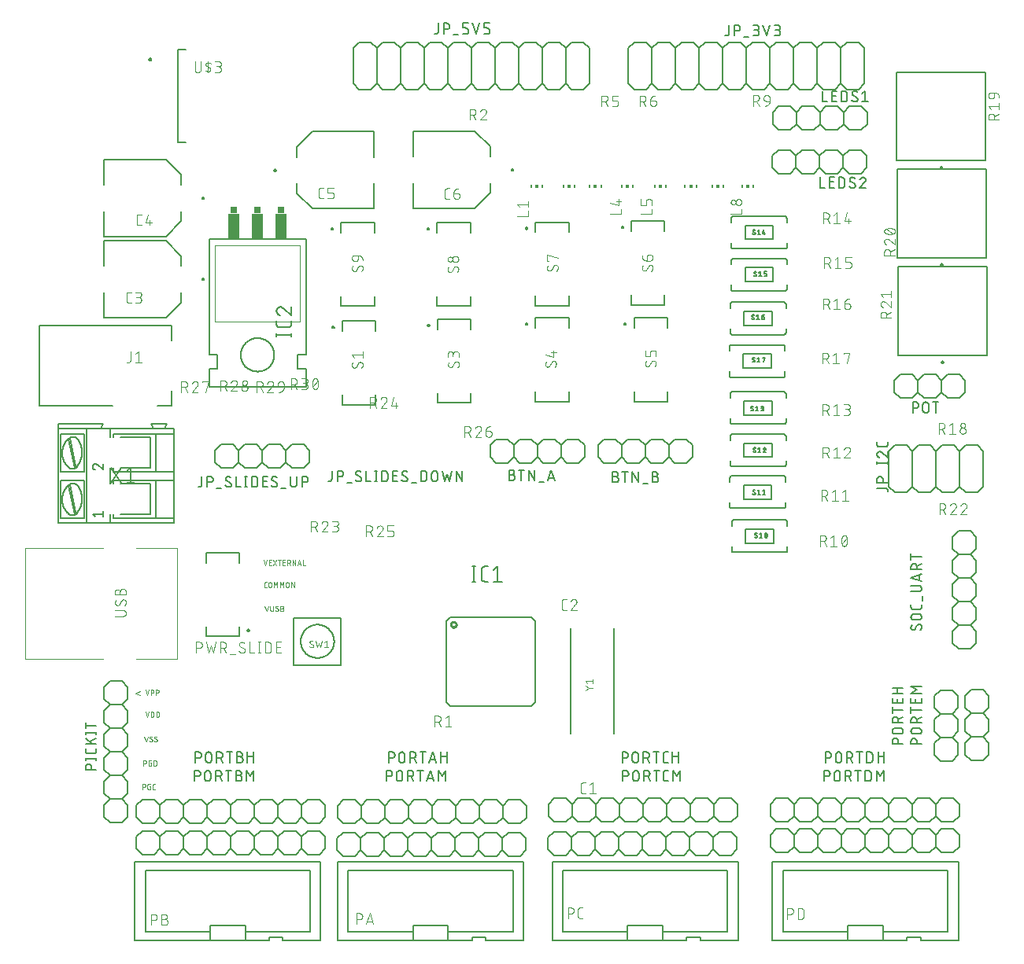
<source format=gbr>
G04 EAGLE Gerber RS-274X export*
G75*
%MOMM*%
%FSLAX34Y34*%
%LPD*%
%INSilkscreen Top*%
%IPPOS*%
%AMOC8*
5,1,8,0,0,1.08239X$1,22.5*%
G01*
%ADD10C,0.076200*%
%ADD11C,0.050800*%
%ADD12C,0.203200*%
%ADD13C,0.254000*%
%ADD14C,0.152400*%
%ADD15C,0.127000*%
%ADD16C,0.101600*%
%ADD17C,0.200000*%
%ADD18R,0.150000X0.300000*%
%ADD19R,0.300000X0.300000*%
%ADD20R,0.762000X0.635000*%
%ADD21R,1.270000X2.794000*%
%ADD22C,0.177800*%


D10*
X68792Y277292D02*
X63881Y275246D01*
X68792Y273199D01*
D11*
X76117Y273254D02*
X74254Y278842D01*
X77979Y278842D02*
X76117Y273254D01*
X80317Y273254D02*
X80317Y278842D01*
X81869Y278842D01*
X81946Y278840D01*
X82024Y278834D01*
X82100Y278825D01*
X82177Y278811D01*
X82252Y278794D01*
X82326Y278773D01*
X82400Y278748D01*
X82472Y278720D01*
X82542Y278688D01*
X82611Y278653D01*
X82678Y278614D01*
X82743Y278572D01*
X82806Y278527D01*
X82867Y278479D01*
X82925Y278428D01*
X82980Y278374D01*
X83033Y278317D01*
X83082Y278258D01*
X83129Y278196D01*
X83173Y278132D01*
X83213Y278066D01*
X83250Y277998D01*
X83284Y277928D01*
X83314Y277857D01*
X83340Y277784D01*
X83363Y277710D01*
X83382Y277635D01*
X83397Y277560D01*
X83409Y277483D01*
X83417Y277406D01*
X83421Y277329D01*
X83421Y277251D01*
X83417Y277174D01*
X83409Y277097D01*
X83397Y277020D01*
X83382Y276945D01*
X83363Y276870D01*
X83340Y276796D01*
X83314Y276723D01*
X83284Y276652D01*
X83250Y276582D01*
X83213Y276514D01*
X83173Y276448D01*
X83129Y276384D01*
X83082Y276322D01*
X83033Y276263D01*
X82980Y276206D01*
X82925Y276152D01*
X82867Y276101D01*
X82806Y276053D01*
X82743Y276008D01*
X82678Y275966D01*
X82611Y275927D01*
X82542Y275892D01*
X82472Y275860D01*
X82400Y275832D01*
X82326Y275807D01*
X82252Y275786D01*
X82177Y275769D01*
X82100Y275755D01*
X82024Y275746D01*
X81946Y275740D01*
X81869Y275738D01*
X80317Y275738D01*
X85803Y273254D02*
X85803Y278842D01*
X87355Y278842D01*
X87432Y278840D01*
X87510Y278834D01*
X87586Y278825D01*
X87663Y278811D01*
X87738Y278794D01*
X87812Y278773D01*
X87886Y278748D01*
X87958Y278720D01*
X88028Y278688D01*
X88097Y278653D01*
X88164Y278614D01*
X88229Y278572D01*
X88292Y278527D01*
X88353Y278479D01*
X88411Y278428D01*
X88466Y278374D01*
X88519Y278317D01*
X88568Y278258D01*
X88615Y278196D01*
X88659Y278132D01*
X88699Y278066D01*
X88736Y277998D01*
X88770Y277928D01*
X88800Y277857D01*
X88826Y277784D01*
X88849Y277710D01*
X88868Y277635D01*
X88883Y277560D01*
X88895Y277483D01*
X88903Y277406D01*
X88907Y277329D01*
X88907Y277251D01*
X88903Y277174D01*
X88895Y277097D01*
X88883Y277020D01*
X88868Y276945D01*
X88849Y276870D01*
X88826Y276796D01*
X88800Y276723D01*
X88770Y276652D01*
X88736Y276582D01*
X88699Y276514D01*
X88659Y276448D01*
X88615Y276384D01*
X88568Y276322D01*
X88519Y276263D01*
X88466Y276206D01*
X88411Y276152D01*
X88353Y276101D01*
X88292Y276053D01*
X88229Y276008D01*
X88164Y275966D01*
X88097Y275927D01*
X88028Y275892D01*
X87958Y275860D01*
X87886Y275832D01*
X87812Y275807D01*
X87738Y275786D01*
X87663Y275769D01*
X87586Y275755D01*
X87510Y275746D01*
X87432Y275740D01*
X87355Y275738D01*
X85803Y275738D01*
X74254Y255342D02*
X76117Y249754D01*
X77979Y255342D01*
X80234Y255342D02*
X80234Y249754D01*
X80234Y255342D02*
X81786Y255342D01*
X81862Y255340D01*
X81938Y255335D01*
X82014Y255325D01*
X82089Y255312D01*
X82163Y255295D01*
X82237Y255275D01*
X82309Y255251D01*
X82380Y255224D01*
X82450Y255193D01*
X82518Y255159D01*
X82584Y255121D01*
X82648Y255080D01*
X82711Y255037D01*
X82771Y254990D01*
X82828Y254940D01*
X82883Y254887D01*
X82936Y254832D01*
X82986Y254775D01*
X83033Y254715D01*
X83076Y254652D01*
X83117Y254588D01*
X83155Y254522D01*
X83189Y254454D01*
X83220Y254384D01*
X83247Y254313D01*
X83271Y254240D01*
X83291Y254167D01*
X83308Y254093D01*
X83321Y254018D01*
X83331Y253942D01*
X83336Y253866D01*
X83338Y253790D01*
X83338Y251306D01*
X83336Y251227D01*
X83330Y251149D01*
X83320Y251071D01*
X83306Y250994D01*
X83288Y250917D01*
X83267Y250841D01*
X83241Y250767D01*
X83212Y250694D01*
X83179Y250623D01*
X83143Y250553D01*
X83103Y250485D01*
X83060Y250419D01*
X83013Y250356D01*
X82964Y250295D01*
X82911Y250237D01*
X82855Y250181D01*
X82797Y250128D01*
X82736Y250079D01*
X82673Y250032D01*
X82607Y249989D01*
X82539Y249949D01*
X82470Y249913D01*
X82398Y249880D01*
X82325Y249851D01*
X82251Y249825D01*
X82175Y249804D01*
X82098Y249786D01*
X82021Y249772D01*
X81943Y249762D01*
X81865Y249756D01*
X81786Y249754D01*
X80234Y249754D01*
X86086Y249754D02*
X86086Y255342D01*
X87638Y255342D01*
X87714Y255340D01*
X87790Y255335D01*
X87866Y255325D01*
X87941Y255312D01*
X88015Y255295D01*
X88089Y255275D01*
X88161Y255251D01*
X88232Y255224D01*
X88302Y255193D01*
X88370Y255159D01*
X88436Y255121D01*
X88500Y255080D01*
X88563Y255037D01*
X88623Y254990D01*
X88680Y254940D01*
X88735Y254887D01*
X88788Y254832D01*
X88838Y254775D01*
X88885Y254715D01*
X88928Y254652D01*
X88969Y254588D01*
X89007Y254522D01*
X89041Y254454D01*
X89072Y254384D01*
X89099Y254313D01*
X89123Y254240D01*
X89143Y254167D01*
X89160Y254093D01*
X89173Y254018D01*
X89183Y253942D01*
X89188Y253866D01*
X89190Y253790D01*
X89190Y251306D01*
X89188Y251227D01*
X89182Y251149D01*
X89172Y251071D01*
X89158Y250994D01*
X89140Y250917D01*
X89119Y250841D01*
X89093Y250767D01*
X89064Y250694D01*
X89031Y250623D01*
X88995Y250553D01*
X88955Y250485D01*
X88912Y250419D01*
X88865Y250356D01*
X88816Y250295D01*
X88763Y250237D01*
X88707Y250181D01*
X88649Y250128D01*
X88588Y250079D01*
X88525Y250032D01*
X88459Y249989D01*
X88391Y249949D01*
X88322Y249913D01*
X88250Y249880D01*
X88177Y249851D01*
X88103Y249825D01*
X88027Y249804D01*
X87950Y249786D01*
X87873Y249772D01*
X87795Y249762D01*
X87717Y249756D01*
X87638Y249754D01*
X86086Y249754D01*
X73254Y228842D02*
X75117Y223254D01*
X76979Y228842D01*
X81973Y224496D02*
X81971Y224426D01*
X81965Y224357D01*
X81955Y224288D01*
X81942Y224220D01*
X81924Y224152D01*
X81903Y224086D01*
X81878Y224021D01*
X81850Y223957D01*
X81818Y223895D01*
X81783Y223835D01*
X81744Y223777D01*
X81702Y223722D01*
X81657Y223668D01*
X81609Y223618D01*
X81559Y223570D01*
X81505Y223525D01*
X81450Y223483D01*
X81392Y223444D01*
X81332Y223409D01*
X81270Y223377D01*
X81206Y223349D01*
X81141Y223324D01*
X81075Y223303D01*
X81007Y223285D01*
X80939Y223272D01*
X80870Y223262D01*
X80801Y223256D01*
X80731Y223254D01*
X80632Y223256D01*
X80534Y223261D01*
X80436Y223271D01*
X80338Y223284D01*
X80241Y223300D01*
X80144Y223320D01*
X80049Y223344D01*
X79954Y223372D01*
X79860Y223403D01*
X79768Y223437D01*
X79677Y223475D01*
X79587Y223516D01*
X79499Y223561D01*
X79413Y223609D01*
X79329Y223660D01*
X79247Y223714D01*
X79166Y223772D01*
X79088Y223832D01*
X79013Y223895D01*
X78939Y223961D01*
X78869Y224030D01*
X79023Y227600D02*
X79025Y227670D01*
X79031Y227739D01*
X79041Y227808D01*
X79054Y227876D01*
X79072Y227944D01*
X79093Y228010D01*
X79118Y228075D01*
X79146Y228139D01*
X79178Y228201D01*
X79213Y228261D01*
X79252Y228319D01*
X79294Y228374D01*
X79339Y228428D01*
X79387Y228478D01*
X79437Y228526D01*
X79491Y228571D01*
X79546Y228613D01*
X79604Y228652D01*
X79664Y228687D01*
X79726Y228719D01*
X79790Y228747D01*
X79855Y228772D01*
X79921Y228793D01*
X79989Y228811D01*
X80057Y228824D01*
X80126Y228834D01*
X80195Y228840D01*
X80265Y228842D01*
X80359Y228840D01*
X80452Y228834D01*
X80545Y228825D01*
X80638Y228812D01*
X80730Y228795D01*
X80821Y228775D01*
X80912Y228750D01*
X81001Y228723D01*
X81089Y228691D01*
X81176Y228656D01*
X81262Y228618D01*
X81345Y228576D01*
X81427Y228531D01*
X81508Y228483D01*
X81586Y228431D01*
X81662Y228376D01*
X79644Y226514D02*
X79585Y226550D01*
X79529Y226590D01*
X79475Y226633D01*
X79423Y226678D01*
X79374Y226727D01*
X79328Y226778D01*
X79285Y226831D01*
X79244Y226887D01*
X79207Y226945D01*
X79172Y227005D01*
X79142Y227066D01*
X79114Y227129D01*
X79090Y227194D01*
X79070Y227260D01*
X79053Y227327D01*
X79040Y227394D01*
X79031Y227462D01*
X79025Y227531D01*
X79023Y227600D01*
X81351Y225582D02*
X81410Y225546D01*
X81466Y225506D01*
X81520Y225463D01*
X81572Y225418D01*
X81621Y225369D01*
X81667Y225318D01*
X81710Y225265D01*
X81751Y225209D01*
X81788Y225151D01*
X81823Y225091D01*
X81853Y225030D01*
X81881Y224967D01*
X81905Y224902D01*
X81925Y224836D01*
X81942Y224769D01*
X81955Y224702D01*
X81964Y224634D01*
X81970Y224565D01*
X81972Y224496D01*
X81351Y225582D02*
X79644Y226514D01*
X85851Y223254D02*
X85921Y223256D01*
X85990Y223262D01*
X86059Y223272D01*
X86127Y223285D01*
X86195Y223303D01*
X86261Y223324D01*
X86326Y223349D01*
X86390Y223377D01*
X86452Y223409D01*
X86512Y223444D01*
X86570Y223483D01*
X86625Y223525D01*
X86679Y223570D01*
X86729Y223618D01*
X86777Y223668D01*
X86822Y223722D01*
X86864Y223777D01*
X86903Y223835D01*
X86938Y223895D01*
X86970Y223957D01*
X86998Y224021D01*
X87023Y224086D01*
X87044Y224152D01*
X87062Y224220D01*
X87075Y224288D01*
X87085Y224357D01*
X87091Y224426D01*
X87093Y224496D01*
X85851Y223254D02*
X85752Y223256D01*
X85654Y223261D01*
X85556Y223271D01*
X85458Y223284D01*
X85361Y223300D01*
X85264Y223320D01*
X85169Y223344D01*
X85074Y223372D01*
X84980Y223403D01*
X84888Y223437D01*
X84797Y223475D01*
X84707Y223516D01*
X84619Y223561D01*
X84533Y223609D01*
X84449Y223660D01*
X84367Y223714D01*
X84286Y223772D01*
X84208Y223832D01*
X84133Y223895D01*
X84059Y223961D01*
X83989Y224030D01*
X84144Y227600D02*
X84146Y227670D01*
X84152Y227739D01*
X84162Y227808D01*
X84175Y227876D01*
X84193Y227944D01*
X84214Y228010D01*
X84239Y228075D01*
X84267Y228139D01*
X84299Y228201D01*
X84334Y228261D01*
X84373Y228319D01*
X84415Y228374D01*
X84460Y228428D01*
X84508Y228478D01*
X84558Y228526D01*
X84612Y228571D01*
X84667Y228613D01*
X84725Y228652D01*
X84785Y228687D01*
X84847Y228719D01*
X84911Y228747D01*
X84976Y228772D01*
X85042Y228793D01*
X85110Y228811D01*
X85178Y228824D01*
X85247Y228834D01*
X85316Y228840D01*
X85386Y228842D01*
X85480Y228840D01*
X85573Y228834D01*
X85666Y228825D01*
X85759Y228812D01*
X85851Y228795D01*
X85942Y228775D01*
X86033Y228750D01*
X86122Y228723D01*
X86210Y228691D01*
X86297Y228656D01*
X86383Y228618D01*
X86466Y228576D01*
X86548Y228531D01*
X86629Y228483D01*
X86707Y228431D01*
X86783Y228376D01*
X84765Y226514D02*
X84706Y226550D01*
X84650Y226590D01*
X84596Y226633D01*
X84544Y226678D01*
X84495Y226727D01*
X84449Y226778D01*
X84406Y226831D01*
X84365Y226887D01*
X84328Y226945D01*
X84293Y227005D01*
X84263Y227066D01*
X84235Y227129D01*
X84211Y227194D01*
X84191Y227260D01*
X84174Y227327D01*
X84161Y227394D01*
X84152Y227462D01*
X84146Y227531D01*
X84144Y227600D01*
X86472Y225582D02*
X86531Y225546D01*
X86587Y225506D01*
X86641Y225463D01*
X86693Y225418D01*
X86742Y225369D01*
X86788Y225318D01*
X86831Y225265D01*
X86872Y225209D01*
X86909Y225151D01*
X86944Y225091D01*
X86974Y225030D01*
X87002Y224967D01*
X87026Y224902D01*
X87046Y224836D01*
X87063Y224769D01*
X87076Y224702D01*
X87085Y224634D01*
X87091Y224565D01*
X87093Y224496D01*
X86472Y225582D02*
X84765Y226514D01*
X72254Y202842D02*
X72254Y197254D01*
X72254Y202842D02*
X73806Y202842D01*
X73883Y202840D01*
X73961Y202834D01*
X74037Y202825D01*
X74114Y202811D01*
X74189Y202794D01*
X74263Y202773D01*
X74337Y202748D01*
X74409Y202720D01*
X74479Y202688D01*
X74548Y202653D01*
X74615Y202614D01*
X74680Y202572D01*
X74743Y202527D01*
X74804Y202479D01*
X74862Y202428D01*
X74917Y202374D01*
X74970Y202317D01*
X75019Y202258D01*
X75066Y202196D01*
X75110Y202132D01*
X75150Y202066D01*
X75187Y201998D01*
X75221Y201928D01*
X75251Y201857D01*
X75277Y201784D01*
X75300Y201710D01*
X75319Y201635D01*
X75334Y201560D01*
X75346Y201483D01*
X75354Y201406D01*
X75358Y201329D01*
X75358Y201251D01*
X75354Y201174D01*
X75346Y201097D01*
X75334Y201020D01*
X75319Y200945D01*
X75300Y200870D01*
X75277Y200796D01*
X75251Y200723D01*
X75221Y200652D01*
X75187Y200582D01*
X75150Y200514D01*
X75110Y200448D01*
X75066Y200384D01*
X75019Y200322D01*
X74970Y200263D01*
X74917Y200206D01*
X74862Y200152D01*
X74804Y200101D01*
X74743Y200053D01*
X74680Y200008D01*
X74615Y199966D01*
X74548Y199927D01*
X74479Y199892D01*
X74409Y199860D01*
X74337Y199832D01*
X74263Y199807D01*
X74189Y199786D01*
X74114Y199769D01*
X74037Y199755D01*
X73961Y199746D01*
X73883Y199740D01*
X73806Y199738D01*
X72254Y199738D01*
X79830Y200358D02*
X80762Y200358D01*
X80762Y197254D01*
X78899Y197254D01*
X78829Y197256D01*
X78760Y197262D01*
X78691Y197272D01*
X78623Y197285D01*
X78555Y197303D01*
X78489Y197324D01*
X78424Y197349D01*
X78360Y197377D01*
X78298Y197409D01*
X78238Y197444D01*
X78180Y197483D01*
X78125Y197525D01*
X78071Y197570D01*
X78021Y197618D01*
X77973Y197668D01*
X77928Y197722D01*
X77886Y197777D01*
X77847Y197835D01*
X77812Y197895D01*
X77780Y197957D01*
X77752Y198021D01*
X77727Y198086D01*
X77706Y198152D01*
X77688Y198220D01*
X77675Y198288D01*
X77665Y198357D01*
X77659Y198426D01*
X77657Y198496D01*
X77657Y201600D01*
X77659Y201670D01*
X77665Y201739D01*
X77675Y201808D01*
X77688Y201876D01*
X77706Y201944D01*
X77727Y202010D01*
X77752Y202075D01*
X77780Y202139D01*
X77812Y202201D01*
X77847Y202261D01*
X77886Y202319D01*
X77928Y202374D01*
X77973Y202428D01*
X78021Y202478D01*
X78071Y202526D01*
X78125Y202571D01*
X78180Y202613D01*
X78238Y202652D01*
X78298Y202687D01*
X78360Y202719D01*
X78424Y202747D01*
X78489Y202772D01*
X78555Y202793D01*
X78623Y202811D01*
X78691Y202824D01*
X78760Y202834D01*
X78829Y202840D01*
X78899Y202842D01*
X80762Y202842D01*
X83510Y202842D02*
X83510Y197254D01*
X83510Y202842D02*
X85062Y202842D01*
X85138Y202840D01*
X85214Y202835D01*
X85290Y202825D01*
X85365Y202812D01*
X85439Y202795D01*
X85513Y202775D01*
X85585Y202751D01*
X85656Y202724D01*
X85726Y202693D01*
X85794Y202659D01*
X85860Y202621D01*
X85924Y202580D01*
X85987Y202537D01*
X86047Y202490D01*
X86104Y202440D01*
X86159Y202387D01*
X86212Y202332D01*
X86262Y202275D01*
X86309Y202215D01*
X86352Y202152D01*
X86393Y202088D01*
X86431Y202022D01*
X86465Y201954D01*
X86496Y201884D01*
X86523Y201813D01*
X86547Y201740D01*
X86567Y201667D01*
X86584Y201593D01*
X86597Y201518D01*
X86607Y201442D01*
X86612Y201366D01*
X86614Y201290D01*
X86614Y198806D01*
X86612Y198727D01*
X86606Y198649D01*
X86596Y198571D01*
X86582Y198494D01*
X86564Y198417D01*
X86543Y198341D01*
X86517Y198267D01*
X86488Y198194D01*
X86455Y198123D01*
X86419Y198053D01*
X86379Y197985D01*
X86336Y197919D01*
X86289Y197856D01*
X86240Y197795D01*
X86187Y197737D01*
X86131Y197681D01*
X86073Y197628D01*
X86012Y197579D01*
X85949Y197532D01*
X85883Y197489D01*
X85815Y197449D01*
X85746Y197413D01*
X85674Y197380D01*
X85601Y197351D01*
X85527Y197325D01*
X85451Y197304D01*
X85374Y197286D01*
X85297Y197272D01*
X85219Y197262D01*
X85141Y197256D01*
X85062Y197254D01*
X83510Y197254D01*
X71254Y177342D02*
X71254Y171754D01*
X71254Y177342D02*
X72806Y177342D01*
X72883Y177340D01*
X72961Y177334D01*
X73037Y177325D01*
X73114Y177311D01*
X73189Y177294D01*
X73263Y177273D01*
X73337Y177248D01*
X73409Y177220D01*
X73479Y177188D01*
X73548Y177153D01*
X73615Y177114D01*
X73680Y177072D01*
X73743Y177027D01*
X73804Y176979D01*
X73862Y176928D01*
X73917Y176874D01*
X73970Y176817D01*
X74019Y176758D01*
X74066Y176696D01*
X74110Y176632D01*
X74150Y176566D01*
X74187Y176498D01*
X74221Y176428D01*
X74251Y176357D01*
X74277Y176284D01*
X74300Y176210D01*
X74319Y176135D01*
X74334Y176060D01*
X74346Y175983D01*
X74354Y175906D01*
X74358Y175829D01*
X74358Y175751D01*
X74354Y175674D01*
X74346Y175597D01*
X74334Y175520D01*
X74319Y175445D01*
X74300Y175370D01*
X74277Y175296D01*
X74251Y175223D01*
X74221Y175152D01*
X74187Y175082D01*
X74150Y175014D01*
X74110Y174948D01*
X74066Y174884D01*
X74019Y174822D01*
X73970Y174763D01*
X73917Y174706D01*
X73862Y174652D01*
X73804Y174601D01*
X73743Y174553D01*
X73680Y174508D01*
X73615Y174466D01*
X73548Y174427D01*
X73479Y174392D01*
X73409Y174360D01*
X73337Y174332D01*
X73263Y174307D01*
X73189Y174286D01*
X73114Y174269D01*
X73037Y174255D01*
X72961Y174246D01*
X72883Y174240D01*
X72806Y174238D01*
X71254Y174238D01*
X78830Y174858D02*
X79762Y174858D01*
X79762Y171754D01*
X77899Y171754D01*
X77829Y171756D01*
X77760Y171762D01*
X77691Y171772D01*
X77623Y171785D01*
X77555Y171803D01*
X77489Y171824D01*
X77424Y171849D01*
X77360Y171877D01*
X77298Y171909D01*
X77238Y171944D01*
X77180Y171983D01*
X77125Y172025D01*
X77071Y172070D01*
X77021Y172118D01*
X76973Y172168D01*
X76928Y172222D01*
X76886Y172277D01*
X76847Y172335D01*
X76812Y172395D01*
X76780Y172457D01*
X76752Y172521D01*
X76727Y172586D01*
X76706Y172652D01*
X76688Y172720D01*
X76675Y172788D01*
X76665Y172857D01*
X76659Y172926D01*
X76657Y172996D01*
X76657Y176100D01*
X76659Y176170D01*
X76665Y176239D01*
X76675Y176308D01*
X76688Y176376D01*
X76706Y176444D01*
X76727Y176510D01*
X76752Y176575D01*
X76780Y176639D01*
X76812Y176701D01*
X76847Y176761D01*
X76886Y176819D01*
X76928Y176874D01*
X76973Y176928D01*
X77021Y176978D01*
X77071Y177026D01*
X77125Y177071D01*
X77180Y177113D01*
X77238Y177152D01*
X77298Y177187D01*
X77360Y177219D01*
X77424Y177247D01*
X77489Y177272D01*
X77555Y177293D01*
X77623Y177311D01*
X77691Y177324D01*
X77760Y177334D01*
X77829Y177340D01*
X77899Y177342D01*
X79762Y177342D01*
X83552Y171754D02*
X84794Y171754D01*
X83552Y171754D02*
X83482Y171756D01*
X83413Y171762D01*
X83344Y171772D01*
X83276Y171785D01*
X83208Y171803D01*
X83142Y171824D01*
X83077Y171849D01*
X83013Y171877D01*
X82951Y171909D01*
X82891Y171944D01*
X82833Y171983D01*
X82778Y172025D01*
X82724Y172070D01*
X82674Y172118D01*
X82626Y172168D01*
X82581Y172222D01*
X82539Y172277D01*
X82500Y172335D01*
X82465Y172395D01*
X82433Y172457D01*
X82405Y172521D01*
X82380Y172586D01*
X82359Y172652D01*
X82341Y172720D01*
X82328Y172788D01*
X82318Y172857D01*
X82312Y172926D01*
X82310Y172996D01*
X82310Y176100D01*
X82312Y176170D01*
X82318Y176239D01*
X82328Y176308D01*
X82341Y176376D01*
X82359Y176444D01*
X82380Y176510D01*
X82405Y176575D01*
X82433Y176639D01*
X82465Y176701D01*
X82500Y176761D01*
X82539Y176819D01*
X82581Y176874D01*
X82626Y176928D01*
X82674Y176978D01*
X82724Y177026D01*
X82778Y177071D01*
X82833Y177113D01*
X82891Y177152D01*
X82951Y177187D01*
X83013Y177219D01*
X83077Y177247D01*
X83142Y177272D01*
X83208Y177293D01*
X83276Y177311D01*
X83344Y177324D01*
X83413Y177334D01*
X83482Y177340D01*
X83552Y177342D01*
X84794Y177342D01*
X203117Y413254D02*
X201254Y418842D01*
X204979Y418842D02*
X203117Y413254D01*
X207245Y413254D02*
X209728Y413254D01*
X207245Y413254D02*
X207245Y418842D01*
X209728Y418842D01*
X209107Y416358D02*
X207245Y416358D01*
X211495Y413254D02*
X215221Y418842D01*
X211495Y418842D02*
X215221Y413254D01*
X218478Y413254D02*
X218478Y418842D01*
X216926Y418842D02*
X220031Y418842D01*
X222241Y413254D02*
X224724Y413254D01*
X222241Y413254D02*
X222241Y418842D01*
X224724Y418842D01*
X224103Y416358D02*
X222241Y416358D01*
X227021Y418842D02*
X227021Y413254D01*
X227021Y418842D02*
X228573Y418842D01*
X228650Y418840D01*
X228728Y418834D01*
X228804Y418825D01*
X228881Y418811D01*
X228956Y418794D01*
X229030Y418773D01*
X229104Y418748D01*
X229176Y418720D01*
X229246Y418688D01*
X229315Y418653D01*
X229382Y418614D01*
X229447Y418572D01*
X229510Y418527D01*
X229571Y418479D01*
X229629Y418428D01*
X229684Y418374D01*
X229737Y418317D01*
X229786Y418258D01*
X229833Y418196D01*
X229877Y418132D01*
X229917Y418066D01*
X229954Y417998D01*
X229988Y417928D01*
X230018Y417857D01*
X230044Y417784D01*
X230067Y417710D01*
X230086Y417635D01*
X230101Y417560D01*
X230113Y417483D01*
X230121Y417406D01*
X230125Y417329D01*
X230125Y417251D01*
X230121Y417174D01*
X230113Y417097D01*
X230101Y417020D01*
X230086Y416945D01*
X230067Y416870D01*
X230044Y416796D01*
X230018Y416723D01*
X229988Y416652D01*
X229954Y416582D01*
X229917Y416514D01*
X229877Y416448D01*
X229833Y416384D01*
X229786Y416322D01*
X229737Y416263D01*
X229684Y416206D01*
X229629Y416152D01*
X229571Y416101D01*
X229510Y416053D01*
X229447Y416008D01*
X229382Y415966D01*
X229315Y415927D01*
X229246Y415892D01*
X229176Y415860D01*
X229104Y415832D01*
X229030Y415807D01*
X228956Y415786D01*
X228881Y415769D01*
X228804Y415755D01*
X228728Y415746D01*
X228650Y415740D01*
X228573Y415738D01*
X227021Y415738D01*
X228883Y415738D02*
X230125Y413254D01*
X232654Y413254D02*
X232654Y418842D01*
X235758Y413254D01*
X235758Y418842D01*
X239875Y418842D02*
X238013Y413254D01*
X241738Y413254D02*
X239875Y418842D01*
X241272Y414651D02*
X238478Y414651D01*
X244003Y413254D02*
X244003Y418842D01*
X244003Y413254D02*
X246487Y413254D01*
X204738Y389254D02*
X203496Y389254D01*
X203426Y389256D01*
X203357Y389262D01*
X203288Y389272D01*
X203220Y389285D01*
X203152Y389303D01*
X203086Y389324D01*
X203021Y389349D01*
X202957Y389377D01*
X202895Y389409D01*
X202835Y389444D01*
X202777Y389483D01*
X202722Y389525D01*
X202668Y389570D01*
X202618Y389618D01*
X202570Y389668D01*
X202525Y389722D01*
X202483Y389777D01*
X202444Y389835D01*
X202409Y389895D01*
X202377Y389957D01*
X202349Y390021D01*
X202324Y390086D01*
X202303Y390152D01*
X202285Y390220D01*
X202272Y390288D01*
X202262Y390357D01*
X202256Y390426D01*
X202254Y390496D01*
X202254Y393600D01*
X202256Y393670D01*
X202262Y393739D01*
X202272Y393808D01*
X202285Y393876D01*
X202303Y393944D01*
X202324Y394010D01*
X202349Y394075D01*
X202377Y394139D01*
X202409Y394201D01*
X202444Y394261D01*
X202483Y394319D01*
X202525Y394374D01*
X202570Y394428D01*
X202618Y394478D01*
X202668Y394526D01*
X202722Y394571D01*
X202777Y394613D01*
X202835Y394652D01*
X202895Y394687D01*
X202957Y394719D01*
X203021Y394747D01*
X203086Y394772D01*
X203152Y394793D01*
X203220Y394811D01*
X203288Y394824D01*
X203357Y394834D01*
X203426Y394840D01*
X203496Y394842D01*
X204738Y394842D01*
X206842Y393290D02*
X206842Y390806D01*
X206842Y393290D02*
X206844Y393367D01*
X206850Y393445D01*
X206859Y393521D01*
X206873Y393598D01*
X206890Y393673D01*
X206911Y393747D01*
X206936Y393821D01*
X206964Y393893D01*
X206996Y393963D01*
X207031Y394032D01*
X207070Y394099D01*
X207112Y394164D01*
X207157Y394227D01*
X207205Y394288D01*
X207256Y394346D01*
X207310Y394401D01*
X207367Y394454D01*
X207426Y394503D01*
X207488Y394550D01*
X207552Y394594D01*
X207618Y394634D01*
X207686Y394671D01*
X207756Y394705D01*
X207827Y394735D01*
X207900Y394761D01*
X207974Y394784D01*
X208049Y394803D01*
X208124Y394818D01*
X208201Y394830D01*
X208278Y394838D01*
X208355Y394842D01*
X208433Y394842D01*
X208510Y394838D01*
X208587Y394830D01*
X208664Y394818D01*
X208739Y394803D01*
X208814Y394784D01*
X208888Y394761D01*
X208961Y394735D01*
X209032Y394705D01*
X209102Y394671D01*
X209170Y394634D01*
X209236Y394594D01*
X209300Y394550D01*
X209362Y394503D01*
X209421Y394454D01*
X209478Y394401D01*
X209532Y394346D01*
X209583Y394288D01*
X209631Y394227D01*
X209676Y394164D01*
X209718Y394099D01*
X209757Y394032D01*
X209792Y393963D01*
X209824Y393893D01*
X209852Y393821D01*
X209877Y393747D01*
X209898Y393673D01*
X209915Y393598D01*
X209929Y393521D01*
X209938Y393445D01*
X209944Y393367D01*
X209946Y393290D01*
X209947Y393290D02*
X209947Y390806D01*
X209946Y390806D02*
X209944Y390729D01*
X209938Y390651D01*
X209929Y390575D01*
X209915Y390498D01*
X209898Y390423D01*
X209877Y390349D01*
X209852Y390275D01*
X209824Y390203D01*
X209792Y390133D01*
X209757Y390064D01*
X209718Y389997D01*
X209676Y389932D01*
X209631Y389869D01*
X209583Y389808D01*
X209532Y389750D01*
X209478Y389695D01*
X209421Y389642D01*
X209362Y389593D01*
X209300Y389546D01*
X209236Y389502D01*
X209170Y389462D01*
X209102Y389425D01*
X209032Y389391D01*
X208961Y389361D01*
X208888Y389335D01*
X208814Y389312D01*
X208739Y389293D01*
X208664Y389278D01*
X208587Y389266D01*
X208510Y389258D01*
X208433Y389254D01*
X208355Y389254D01*
X208278Y389258D01*
X208201Y389266D01*
X208124Y389278D01*
X208049Y389293D01*
X207974Y389312D01*
X207900Y389335D01*
X207827Y389361D01*
X207756Y389391D01*
X207686Y389425D01*
X207618Y389462D01*
X207552Y389502D01*
X207488Y389546D01*
X207426Y389593D01*
X207367Y389642D01*
X207310Y389695D01*
X207256Y389750D01*
X207205Y389808D01*
X207157Y389869D01*
X207112Y389932D01*
X207070Y389997D01*
X207031Y390064D01*
X206996Y390133D01*
X206964Y390203D01*
X206936Y390275D01*
X206911Y390349D01*
X206890Y390423D01*
X206873Y390498D01*
X206859Y390575D01*
X206850Y390651D01*
X206844Y390729D01*
X206842Y390806D01*
X212567Y389254D02*
X212567Y394842D01*
X214429Y391738D01*
X216292Y394842D01*
X216292Y389254D01*
X219151Y389254D02*
X219151Y394842D01*
X221013Y391738D01*
X222876Y394842D01*
X222876Y389254D01*
X225496Y390806D02*
X225496Y393290D01*
X225498Y393367D01*
X225504Y393445D01*
X225513Y393521D01*
X225527Y393598D01*
X225544Y393673D01*
X225565Y393747D01*
X225590Y393821D01*
X225618Y393893D01*
X225650Y393963D01*
X225685Y394032D01*
X225724Y394099D01*
X225766Y394164D01*
X225811Y394227D01*
X225859Y394288D01*
X225910Y394346D01*
X225964Y394401D01*
X226021Y394454D01*
X226080Y394503D01*
X226142Y394550D01*
X226206Y394594D01*
X226272Y394634D01*
X226340Y394671D01*
X226410Y394705D01*
X226481Y394735D01*
X226554Y394761D01*
X226628Y394784D01*
X226703Y394803D01*
X226778Y394818D01*
X226855Y394830D01*
X226932Y394838D01*
X227009Y394842D01*
X227087Y394842D01*
X227164Y394838D01*
X227241Y394830D01*
X227318Y394818D01*
X227393Y394803D01*
X227468Y394784D01*
X227542Y394761D01*
X227615Y394735D01*
X227686Y394705D01*
X227756Y394671D01*
X227824Y394634D01*
X227890Y394594D01*
X227954Y394550D01*
X228016Y394503D01*
X228075Y394454D01*
X228132Y394401D01*
X228186Y394346D01*
X228237Y394288D01*
X228285Y394227D01*
X228330Y394164D01*
X228372Y394099D01*
X228411Y394032D01*
X228446Y393963D01*
X228478Y393893D01*
X228506Y393821D01*
X228531Y393747D01*
X228552Y393673D01*
X228569Y393598D01*
X228583Y393521D01*
X228592Y393445D01*
X228598Y393367D01*
X228600Y393290D01*
X228600Y390806D01*
X228598Y390729D01*
X228592Y390651D01*
X228583Y390575D01*
X228569Y390498D01*
X228552Y390423D01*
X228531Y390349D01*
X228506Y390275D01*
X228478Y390203D01*
X228446Y390133D01*
X228411Y390064D01*
X228372Y389997D01*
X228330Y389932D01*
X228285Y389869D01*
X228237Y389808D01*
X228186Y389750D01*
X228132Y389695D01*
X228075Y389642D01*
X228016Y389593D01*
X227954Y389546D01*
X227890Y389502D01*
X227824Y389462D01*
X227756Y389425D01*
X227686Y389391D01*
X227615Y389361D01*
X227542Y389335D01*
X227468Y389312D01*
X227393Y389293D01*
X227318Y389278D01*
X227241Y389266D01*
X227164Y389258D01*
X227087Y389254D01*
X227009Y389254D01*
X226932Y389258D01*
X226855Y389266D01*
X226778Y389278D01*
X226703Y389293D01*
X226628Y389312D01*
X226554Y389335D01*
X226481Y389361D01*
X226410Y389391D01*
X226340Y389425D01*
X226272Y389462D01*
X226206Y389502D01*
X226142Y389546D01*
X226080Y389593D01*
X226021Y389642D01*
X225964Y389695D01*
X225910Y389750D01*
X225859Y389808D01*
X225811Y389869D01*
X225766Y389932D01*
X225724Y389997D01*
X225685Y390064D01*
X225650Y390133D01*
X225618Y390203D01*
X225590Y390275D01*
X225565Y390349D01*
X225544Y390423D01*
X225527Y390498D01*
X225513Y390575D01*
X225504Y390651D01*
X225498Y390729D01*
X225496Y390806D01*
X231165Y389254D02*
X231165Y394842D01*
X234270Y389254D01*
X234270Y394842D01*
X202754Y369342D02*
X204617Y363754D01*
X206479Y369342D01*
X208734Y369342D02*
X208734Y365306D01*
X208736Y365229D01*
X208742Y365151D01*
X208751Y365075D01*
X208765Y364998D01*
X208782Y364923D01*
X208803Y364849D01*
X208828Y364775D01*
X208856Y364703D01*
X208888Y364633D01*
X208923Y364564D01*
X208962Y364497D01*
X209004Y364432D01*
X209049Y364369D01*
X209097Y364308D01*
X209148Y364250D01*
X209202Y364195D01*
X209259Y364142D01*
X209318Y364093D01*
X209380Y364046D01*
X209444Y364002D01*
X209510Y363962D01*
X209578Y363925D01*
X209648Y363891D01*
X209719Y363861D01*
X209792Y363835D01*
X209866Y363812D01*
X209941Y363793D01*
X210016Y363778D01*
X210093Y363766D01*
X210170Y363758D01*
X210247Y363754D01*
X210325Y363754D01*
X210402Y363758D01*
X210479Y363766D01*
X210556Y363778D01*
X210631Y363793D01*
X210706Y363812D01*
X210780Y363835D01*
X210853Y363861D01*
X210924Y363891D01*
X210994Y363925D01*
X211062Y363962D01*
X211128Y364002D01*
X211192Y364046D01*
X211254Y364093D01*
X211313Y364142D01*
X211370Y364195D01*
X211424Y364250D01*
X211475Y364308D01*
X211523Y364369D01*
X211568Y364432D01*
X211610Y364497D01*
X211649Y364564D01*
X211684Y364633D01*
X211716Y364703D01*
X211744Y364775D01*
X211769Y364849D01*
X211790Y364923D01*
X211807Y364998D01*
X211821Y365075D01*
X211830Y365151D01*
X211836Y365229D01*
X211838Y365306D01*
X211838Y369342D01*
X217325Y364996D02*
X217323Y364926D01*
X217317Y364857D01*
X217307Y364788D01*
X217294Y364720D01*
X217276Y364652D01*
X217255Y364586D01*
X217230Y364521D01*
X217202Y364457D01*
X217170Y364395D01*
X217135Y364335D01*
X217096Y364277D01*
X217054Y364222D01*
X217009Y364168D01*
X216961Y364118D01*
X216911Y364070D01*
X216857Y364025D01*
X216802Y363983D01*
X216744Y363944D01*
X216684Y363909D01*
X216622Y363877D01*
X216558Y363849D01*
X216493Y363824D01*
X216427Y363803D01*
X216359Y363785D01*
X216291Y363772D01*
X216222Y363762D01*
X216153Y363756D01*
X216083Y363754D01*
X215984Y363756D01*
X215886Y363761D01*
X215788Y363771D01*
X215690Y363784D01*
X215593Y363800D01*
X215496Y363820D01*
X215401Y363844D01*
X215306Y363872D01*
X215212Y363903D01*
X215120Y363937D01*
X215029Y363975D01*
X214939Y364016D01*
X214851Y364061D01*
X214765Y364109D01*
X214681Y364160D01*
X214599Y364214D01*
X214518Y364272D01*
X214440Y364332D01*
X214365Y364395D01*
X214291Y364461D01*
X214221Y364530D01*
X214375Y368100D02*
X214377Y368170D01*
X214383Y368239D01*
X214393Y368308D01*
X214406Y368376D01*
X214424Y368444D01*
X214445Y368510D01*
X214470Y368575D01*
X214498Y368639D01*
X214530Y368701D01*
X214565Y368761D01*
X214604Y368819D01*
X214646Y368874D01*
X214691Y368928D01*
X214739Y368978D01*
X214789Y369026D01*
X214843Y369071D01*
X214898Y369113D01*
X214956Y369152D01*
X215016Y369187D01*
X215078Y369219D01*
X215142Y369247D01*
X215207Y369272D01*
X215273Y369293D01*
X215341Y369311D01*
X215409Y369324D01*
X215478Y369334D01*
X215547Y369340D01*
X215617Y369342D01*
X215711Y369340D01*
X215804Y369334D01*
X215897Y369325D01*
X215990Y369312D01*
X216082Y369295D01*
X216173Y369275D01*
X216264Y369250D01*
X216353Y369223D01*
X216441Y369191D01*
X216528Y369156D01*
X216614Y369118D01*
X216697Y369076D01*
X216779Y369031D01*
X216860Y368983D01*
X216938Y368931D01*
X217014Y368876D01*
X214997Y367014D02*
X214938Y367050D01*
X214882Y367090D01*
X214828Y367133D01*
X214776Y367178D01*
X214727Y367227D01*
X214681Y367278D01*
X214638Y367331D01*
X214597Y367387D01*
X214560Y367445D01*
X214525Y367505D01*
X214495Y367566D01*
X214467Y367629D01*
X214443Y367694D01*
X214423Y367760D01*
X214406Y367827D01*
X214393Y367894D01*
X214384Y367962D01*
X214378Y368031D01*
X214376Y368100D01*
X216703Y366082D02*
X216762Y366046D01*
X216818Y366006D01*
X216872Y365963D01*
X216924Y365918D01*
X216973Y365869D01*
X217019Y365818D01*
X217062Y365765D01*
X217103Y365709D01*
X217140Y365651D01*
X217175Y365591D01*
X217205Y365530D01*
X217233Y365467D01*
X217257Y365402D01*
X217277Y365336D01*
X217294Y365269D01*
X217307Y365202D01*
X217316Y365134D01*
X217322Y365065D01*
X217324Y364996D01*
X216704Y366082D02*
X214996Y367014D01*
X219789Y366858D02*
X221342Y366858D01*
X221419Y366856D01*
X221497Y366850D01*
X221573Y366841D01*
X221650Y366827D01*
X221725Y366810D01*
X221799Y366789D01*
X221873Y366764D01*
X221945Y366736D01*
X222015Y366704D01*
X222084Y366669D01*
X222151Y366630D01*
X222216Y366588D01*
X222279Y366543D01*
X222340Y366495D01*
X222398Y366444D01*
X222453Y366390D01*
X222506Y366333D01*
X222555Y366274D01*
X222602Y366212D01*
X222646Y366148D01*
X222686Y366082D01*
X222723Y366014D01*
X222757Y365944D01*
X222787Y365873D01*
X222813Y365800D01*
X222836Y365726D01*
X222855Y365651D01*
X222870Y365576D01*
X222882Y365499D01*
X222890Y365422D01*
X222894Y365345D01*
X222894Y365267D01*
X222890Y365190D01*
X222882Y365113D01*
X222870Y365036D01*
X222855Y364961D01*
X222836Y364886D01*
X222813Y364812D01*
X222787Y364739D01*
X222757Y364668D01*
X222723Y364598D01*
X222686Y364530D01*
X222646Y364464D01*
X222602Y364400D01*
X222555Y364338D01*
X222506Y364279D01*
X222453Y364222D01*
X222398Y364168D01*
X222340Y364117D01*
X222279Y364069D01*
X222216Y364024D01*
X222151Y363982D01*
X222084Y363943D01*
X222015Y363908D01*
X221945Y363876D01*
X221873Y363848D01*
X221799Y363823D01*
X221725Y363802D01*
X221650Y363785D01*
X221573Y363771D01*
X221497Y363762D01*
X221419Y363756D01*
X221342Y363754D01*
X219789Y363754D01*
X219789Y369342D01*
X221342Y369342D01*
X221412Y369340D01*
X221481Y369334D01*
X221550Y369324D01*
X221618Y369311D01*
X221686Y369293D01*
X221752Y369272D01*
X221817Y369247D01*
X221881Y369219D01*
X221943Y369187D01*
X222003Y369152D01*
X222061Y369113D01*
X222116Y369071D01*
X222170Y369026D01*
X222220Y368978D01*
X222268Y368928D01*
X222313Y368874D01*
X222355Y368819D01*
X222394Y368761D01*
X222429Y368701D01*
X222461Y368639D01*
X222489Y368575D01*
X222514Y368510D01*
X222535Y368444D01*
X222553Y368376D01*
X222566Y368308D01*
X222576Y368239D01*
X222582Y368170D01*
X222584Y368100D01*
X222582Y368030D01*
X222576Y367961D01*
X222566Y367892D01*
X222553Y367824D01*
X222535Y367756D01*
X222514Y367690D01*
X222489Y367625D01*
X222461Y367561D01*
X222429Y367499D01*
X222394Y367439D01*
X222355Y367381D01*
X222313Y367326D01*
X222268Y367272D01*
X222220Y367222D01*
X222170Y367174D01*
X222116Y367129D01*
X222061Y367087D01*
X222003Y367048D01*
X221943Y367013D01*
X221881Y366981D01*
X221817Y366953D01*
X221752Y366928D01*
X221686Y366907D01*
X221618Y366889D01*
X221550Y366876D01*
X221481Y366866D01*
X221412Y366860D01*
X221342Y366858D01*
D12*
X397900Y353300D02*
X401900Y357300D01*
X489900Y357300D01*
X493900Y353300D01*
X493900Y265300D01*
X489900Y261300D01*
X401900Y261300D01*
X397900Y265300D01*
X397900Y353300D01*
D13*
X403073Y349300D02*
X403075Y349406D01*
X403081Y349511D01*
X403091Y349617D01*
X403105Y349721D01*
X403122Y349826D01*
X403144Y349929D01*
X403169Y350032D01*
X403199Y350133D01*
X403232Y350234D01*
X403268Y350333D01*
X403309Y350430D01*
X403353Y350527D01*
X403401Y350621D01*
X403452Y350714D01*
X403506Y350804D01*
X403564Y350893D01*
X403625Y350979D01*
X403690Y351063D01*
X403757Y351144D01*
X403828Y351223D01*
X403901Y351299D01*
X403977Y351372D01*
X404056Y351443D01*
X404137Y351510D01*
X404221Y351575D01*
X404307Y351636D01*
X404396Y351694D01*
X404487Y351748D01*
X404579Y351799D01*
X404673Y351847D01*
X404770Y351891D01*
X404867Y351932D01*
X404966Y351968D01*
X405067Y352001D01*
X405168Y352031D01*
X405271Y352056D01*
X405374Y352078D01*
X405479Y352095D01*
X405583Y352109D01*
X405689Y352119D01*
X405794Y352125D01*
X405900Y352127D01*
X406006Y352125D01*
X406111Y352119D01*
X406217Y352109D01*
X406321Y352095D01*
X406426Y352078D01*
X406529Y352056D01*
X406632Y352031D01*
X406733Y352001D01*
X406834Y351968D01*
X406933Y351932D01*
X407030Y351891D01*
X407127Y351847D01*
X407221Y351799D01*
X407314Y351748D01*
X407404Y351694D01*
X407493Y351636D01*
X407579Y351575D01*
X407663Y351510D01*
X407744Y351443D01*
X407823Y351372D01*
X407899Y351299D01*
X407972Y351223D01*
X408043Y351144D01*
X408110Y351063D01*
X408175Y350979D01*
X408236Y350893D01*
X408294Y350804D01*
X408348Y350713D01*
X408399Y350621D01*
X408447Y350527D01*
X408491Y350430D01*
X408532Y350333D01*
X408568Y350234D01*
X408601Y350133D01*
X408631Y350032D01*
X408656Y349929D01*
X408678Y349826D01*
X408695Y349721D01*
X408709Y349617D01*
X408719Y349511D01*
X408725Y349406D01*
X408727Y349300D01*
X408725Y349194D01*
X408719Y349089D01*
X408709Y348983D01*
X408695Y348879D01*
X408678Y348774D01*
X408656Y348671D01*
X408631Y348568D01*
X408601Y348467D01*
X408568Y348366D01*
X408532Y348267D01*
X408491Y348170D01*
X408447Y348073D01*
X408399Y347979D01*
X408348Y347886D01*
X408294Y347796D01*
X408236Y347707D01*
X408175Y347621D01*
X408110Y347537D01*
X408043Y347456D01*
X407972Y347377D01*
X407899Y347301D01*
X407823Y347228D01*
X407744Y347157D01*
X407663Y347090D01*
X407579Y347025D01*
X407493Y346964D01*
X407404Y346906D01*
X407313Y346852D01*
X407221Y346801D01*
X407127Y346753D01*
X407030Y346709D01*
X406933Y346668D01*
X406834Y346632D01*
X406733Y346599D01*
X406632Y346569D01*
X406529Y346544D01*
X406426Y346522D01*
X406321Y346505D01*
X406217Y346491D01*
X406111Y346481D01*
X406006Y346475D01*
X405900Y346473D01*
X405794Y346475D01*
X405689Y346481D01*
X405583Y346491D01*
X405479Y346505D01*
X405374Y346522D01*
X405271Y346544D01*
X405168Y346569D01*
X405067Y346599D01*
X404966Y346632D01*
X404867Y346668D01*
X404770Y346709D01*
X404673Y346753D01*
X404579Y346801D01*
X404486Y346852D01*
X404396Y346906D01*
X404307Y346964D01*
X404221Y347025D01*
X404137Y347090D01*
X404056Y347157D01*
X403977Y347228D01*
X403901Y347301D01*
X403828Y347377D01*
X403757Y347456D01*
X403690Y347537D01*
X403625Y347621D01*
X403564Y347707D01*
X403506Y347796D01*
X403452Y347887D01*
X403401Y347979D01*
X403353Y348073D01*
X403309Y348170D01*
X403268Y348267D01*
X403232Y348366D01*
X403199Y348467D01*
X403169Y348568D01*
X403144Y348671D01*
X403122Y348774D01*
X403105Y348879D01*
X403091Y348983D01*
X403081Y349089D01*
X403075Y349194D01*
X403073Y349300D01*
D14*
X427828Y395642D02*
X427828Y411898D01*
X426022Y395642D02*
X429634Y395642D01*
X429634Y411898D02*
X426022Y411898D01*
X439391Y395642D02*
X443003Y395642D01*
X439391Y395642D02*
X439273Y395644D01*
X439155Y395650D01*
X439037Y395659D01*
X438920Y395673D01*
X438803Y395690D01*
X438686Y395711D01*
X438571Y395736D01*
X438456Y395765D01*
X438342Y395798D01*
X438230Y395834D01*
X438119Y395874D01*
X438009Y395917D01*
X437900Y395964D01*
X437793Y396014D01*
X437688Y396069D01*
X437585Y396126D01*
X437484Y396187D01*
X437384Y396251D01*
X437287Y396318D01*
X437192Y396388D01*
X437100Y396462D01*
X437009Y396538D01*
X436922Y396618D01*
X436837Y396700D01*
X436755Y396785D01*
X436675Y396872D01*
X436599Y396963D01*
X436525Y397055D01*
X436455Y397150D01*
X436388Y397247D01*
X436324Y397347D01*
X436263Y397448D01*
X436206Y397551D01*
X436151Y397656D01*
X436101Y397763D01*
X436054Y397872D01*
X436011Y397982D01*
X435971Y398093D01*
X435935Y398205D01*
X435902Y398319D01*
X435873Y398434D01*
X435848Y398549D01*
X435827Y398666D01*
X435810Y398783D01*
X435796Y398900D01*
X435787Y399018D01*
X435781Y399136D01*
X435779Y399254D01*
X435778Y399254D02*
X435778Y408286D01*
X435779Y408286D02*
X435781Y408404D01*
X435787Y408522D01*
X435796Y408640D01*
X435810Y408757D01*
X435827Y408874D01*
X435848Y408991D01*
X435873Y409106D01*
X435902Y409221D01*
X435935Y409335D01*
X435971Y409447D01*
X436011Y409558D01*
X436054Y409668D01*
X436101Y409777D01*
X436151Y409884D01*
X436205Y409989D01*
X436263Y410092D01*
X436324Y410193D01*
X436388Y410293D01*
X436455Y410390D01*
X436525Y410485D01*
X436599Y410577D01*
X436675Y410668D01*
X436755Y410755D01*
X436837Y410840D01*
X436922Y410922D01*
X437009Y411002D01*
X437100Y411078D01*
X437192Y411152D01*
X437287Y411222D01*
X437384Y411289D01*
X437484Y411353D01*
X437585Y411414D01*
X437688Y411471D01*
X437793Y411525D01*
X437900Y411576D01*
X438009Y411623D01*
X438119Y411666D01*
X438230Y411706D01*
X438342Y411742D01*
X438456Y411775D01*
X438571Y411804D01*
X438686Y411829D01*
X438803Y411850D01*
X438920Y411867D01*
X439037Y411881D01*
X439155Y411890D01*
X439273Y411896D01*
X439391Y411898D01*
X443003Y411898D01*
X448844Y408286D02*
X453359Y411898D01*
X453359Y395642D01*
X448844Y395642D02*
X457875Y395642D01*
X452450Y160600D02*
X439750Y160600D01*
X452450Y160600D02*
X458800Y154250D01*
X458800Y141550D01*
X452450Y135200D01*
X414350Y160600D02*
X408000Y154250D01*
X414350Y160600D02*
X427050Y160600D01*
X433400Y154250D01*
X433400Y141550D01*
X427050Y135200D01*
X414350Y135200D01*
X408000Y141550D01*
X433400Y154250D02*
X439750Y160600D01*
X433400Y141550D02*
X439750Y135200D01*
X452450Y135200D01*
X376250Y160600D02*
X363550Y160600D01*
X376250Y160600D02*
X382600Y154250D01*
X382600Y141550D01*
X376250Y135200D01*
X382600Y154250D02*
X388950Y160600D01*
X401650Y160600D01*
X408000Y154250D01*
X408000Y141550D01*
X401650Y135200D01*
X388950Y135200D01*
X382600Y141550D01*
X338150Y160600D02*
X331800Y154250D01*
X338150Y160600D02*
X350850Y160600D01*
X357200Y154250D01*
X357200Y141550D01*
X350850Y135200D01*
X338150Y135200D01*
X331800Y141550D01*
X357200Y154250D02*
X363550Y160600D01*
X357200Y141550D02*
X363550Y135200D01*
X376250Y135200D01*
X300050Y160600D02*
X287350Y160600D01*
X300050Y160600D02*
X306400Y154250D01*
X306400Y141550D01*
X300050Y135200D01*
X306400Y154250D02*
X312750Y160600D01*
X325450Y160600D01*
X331800Y154250D01*
X331800Y141550D01*
X325450Y135200D01*
X312750Y135200D01*
X306400Y141550D01*
X281000Y141550D02*
X281000Y154250D01*
X287350Y160600D01*
X281000Y141550D02*
X287350Y135200D01*
X300050Y135200D01*
X465150Y160600D02*
X477850Y160600D01*
X484200Y154250D01*
X484200Y141550D01*
X477850Y135200D01*
X458800Y154250D02*
X465150Y160600D01*
X458800Y141550D02*
X465150Y135200D01*
X477850Y135200D01*
D15*
X336373Y200635D02*
X336373Y212065D01*
X339548Y212065D01*
X339659Y212063D01*
X339769Y212057D01*
X339880Y212048D01*
X339990Y212034D01*
X340099Y212017D01*
X340208Y211996D01*
X340316Y211971D01*
X340423Y211942D01*
X340529Y211910D01*
X340634Y211874D01*
X340737Y211834D01*
X340839Y211791D01*
X340940Y211744D01*
X341039Y211693D01*
X341136Y211640D01*
X341230Y211583D01*
X341323Y211522D01*
X341414Y211459D01*
X341503Y211392D01*
X341589Y211322D01*
X341672Y211249D01*
X341754Y211174D01*
X341832Y211096D01*
X341907Y211014D01*
X341980Y210931D01*
X342050Y210845D01*
X342117Y210756D01*
X342180Y210665D01*
X342241Y210572D01*
X342298Y210477D01*
X342351Y210381D01*
X342402Y210282D01*
X342449Y210181D01*
X342492Y210079D01*
X342532Y209976D01*
X342568Y209871D01*
X342600Y209765D01*
X342629Y209658D01*
X342654Y209550D01*
X342675Y209441D01*
X342692Y209332D01*
X342706Y209222D01*
X342715Y209111D01*
X342721Y209001D01*
X342723Y208890D01*
X342721Y208779D01*
X342715Y208669D01*
X342706Y208558D01*
X342692Y208448D01*
X342675Y208339D01*
X342654Y208230D01*
X342629Y208122D01*
X342600Y208015D01*
X342568Y207909D01*
X342532Y207804D01*
X342492Y207701D01*
X342449Y207599D01*
X342402Y207498D01*
X342351Y207399D01*
X342298Y207302D01*
X342241Y207208D01*
X342180Y207115D01*
X342117Y207024D01*
X342050Y206935D01*
X341980Y206849D01*
X341907Y206766D01*
X341832Y206684D01*
X341754Y206606D01*
X341672Y206531D01*
X341589Y206458D01*
X341503Y206388D01*
X341414Y206321D01*
X341323Y206258D01*
X341230Y206197D01*
X341136Y206140D01*
X341039Y206087D01*
X340940Y206036D01*
X340839Y205989D01*
X340737Y205946D01*
X340634Y205906D01*
X340529Y205870D01*
X340423Y205838D01*
X340316Y205809D01*
X340208Y205784D01*
X340099Y205763D01*
X339990Y205746D01*
X339880Y205732D01*
X339769Y205723D01*
X339659Y205717D01*
X339548Y205715D01*
X336373Y205715D01*
X347232Y203810D02*
X347232Y208890D01*
X347234Y209001D01*
X347240Y209111D01*
X347249Y209222D01*
X347263Y209332D01*
X347280Y209441D01*
X347301Y209550D01*
X347326Y209658D01*
X347355Y209765D01*
X347387Y209871D01*
X347423Y209976D01*
X347463Y210079D01*
X347506Y210181D01*
X347553Y210282D01*
X347604Y210381D01*
X347657Y210478D01*
X347714Y210572D01*
X347775Y210665D01*
X347838Y210756D01*
X347905Y210845D01*
X347975Y210931D01*
X348048Y211014D01*
X348123Y211096D01*
X348201Y211174D01*
X348283Y211249D01*
X348366Y211322D01*
X348452Y211392D01*
X348541Y211459D01*
X348632Y211522D01*
X348725Y211583D01*
X348820Y211640D01*
X348916Y211693D01*
X349015Y211744D01*
X349116Y211791D01*
X349218Y211834D01*
X349321Y211874D01*
X349426Y211910D01*
X349532Y211942D01*
X349639Y211971D01*
X349747Y211996D01*
X349856Y212017D01*
X349965Y212034D01*
X350075Y212048D01*
X350186Y212057D01*
X350296Y212063D01*
X350407Y212065D01*
X350518Y212063D01*
X350628Y212057D01*
X350739Y212048D01*
X350849Y212034D01*
X350958Y212017D01*
X351067Y211996D01*
X351175Y211971D01*
X351282Y211942D01*
X351388Y211910D01*
X351493Y211874D01*
X351596Y211834D01*
X351698Y211791D01*
X351799Y211744D01*
X351898Y211693D01*
X351995Y211640D01*
X352089Y211583D01*
X352182Y211522D01*
X352273Y211459D01*
X352362Y211392D01*
X352448Y211322D01*
X352531Y211249D01*
X352613Y211174D01*
X352691Y211096D01*
X352766Y211014D01*
X352839Y210931D01*
X352909Y210845D01*
X352976Y210756D01*
X353039Y210665D01*
X353100Y210572D01*
X353157Y210478D01*
X353210Y210381D01*
X353261Y210282D01*
X353308Y210181D01*
X353351Y210079D01*
X353391Y209976D01*
X353427Y209871D01*
X353459Y209765D01*
X353488Y209658D01*
X353513Y209550D01*
X353534Y209441D01*
X353551Y209332D01*
X353565Y209222D01*
X353574Y209111D01*
X353580Y209001D01*
X353582Y208890D01*
X353582Y203810D01*
X353580Y203699D01*
X353574Y203589D01*
X353565Y203478D01*
X353551Y203368D01*
X353534Y203259D01*
X353513Y203150D01*
X353488Y203042D01*
X353459Y202935D01*
X353427Y202829D01*
X353391Y202724D01*
X353351Y202621D01*
X353308Y202519D01*
X353261Y202418D01*
X353210Y202319D01*
X353157Y202222D01*
X353100Y202128D01*
X353039Y202035D01*
X352976Y201944D01*
X352909Y201855D01*
X352839Y201769D01*
X352766Y201686D01*
X352691Y201604D01*
X352613Y201526D01*
X352531Y201451D01*
X352448Y201378D01*
X352362Y201308D01*
X352273Y201241D01*
X352182Y201178D01*
X352089Y201117D01*
X351994Y201060D01*
X351898Y201007D01*
X351799Y200956D01*
X351698Y200909D01*
X351596Y200866D01*
X351493Y200826D01*
X351388Y200790D01*
X351282Y200758D01*
X351175Y200729D01*
X351067Y200704D01*
X350958Y200683D01*
X350849Y200666D01*
X350739Y200652D01*
X350628Y200643D01*
X350518Y200637D01*
X350407Y200635D01*
X350296Y200637D01*
X350186Y200643D01*
X350075Y200652D01*
X349965Y200666D01*
X349856Y200683D01*
X349747Y200704D01*
X349639Y200729D01*
X349532Y200758D01*
X349426Y200790D01*
X349321Y200826D01*
X349218Y200866D01*
X349116Y200909D01*
X349015Y200956D01*
X348916Y201007D01*
X348820Y201060D01*
X348725Y201117D01*
X348632Y201178D01*
X348541Y201241D01*
X348452Y201308D01*
X348366Y201378D01*
X348283Y201451D01*
X348201Y201526D01*
X348123Y201604D01*
X348048Y201686D01*
X347975Y201769D01*
X347905Y201855D01*
X347838Y201944D01*
X347775Y202035D01*
X347714Y202128D01*
X347657Y202223D01*
X347604Y202319D01*
X347553Y202418D01*
X347506Y202519D01*
X347463Y202621D01*
X347423Y202724D01*
X347387Y202829D01*
X347355Y202935D01*
X347326Y203042D01*
X347301Y203150D01*
X347280Y203259D01*
X347263Y203368D01*
X347249Y203478D01*
X347240Y203589D01*
X347234Y203699D01*
X347232Y203810D01*
X359125Y200635D02*
X359125Y212065D01*
X362300Y212065D01*
X362411Y212063D01*
X362521Y212057D01*
X362632Y212048D01*
X362742Y212034D01*
X362851Y212017D01*
X362960Y211996D01*
X363068Y211971D01*
X363175Y211942D01*
X363281Y211910D01*
X363386Y211874D01*
X363489Y211834D01*
X363591Y211791D01*
X363692Y211744D01*
X363791Y211693D01*
X363888Y211640D01*
X363982Y211583D01*
X364075Y211522D01*
X364166Y211459D01*
X364255Y211392D01*
X364341Y211322D01*
X364424Y211249D01*
X364506Y211174D01*
X364584Y211096D01*
X364659Y211014D01*
X364732Y210931D01*
X364802Y210845D01*
X364869Y210756D01*
X364932Y210665D01*
X364993Y210572D01*
X365050Y210477D01*
X365103Y210381D01*
X365154Y210282D01*
X365201Y210181D01*
X365244Y210079D01*
X365284Y209976D01*
X365320Y209871D01*
X365352Y209765D01*
X365381Y209658D01*
X365406Y209550D01*
X365427Y209441D01*
X365444Y209332D01*
X365458Y209222D01*
X365467Y209111D01*
X365473Y209001D01*
X365475Y208890D01*
X365473Y208779D01*
X365467Y208669D01*
X365458Y208558D01*
X365444Y208448D01*
X365427Y208339D01*
X365406Y208230D01*
X365381Y208122D01*
X365352Y208015D01*
X365320Y207909D01*
X365284Y207804D01*
X365244Y207701D01*
X365201Y207599D01*
X365154Y207498D01*
X365103Y207399D01*
X365050Y207302D01*
X364993Y207208D01*
X364932Y207115D01*
X364869Y207024D01*
X364802Y206935D01*
X364732Y206849D01*
X364659Y206766D01*
X364584Y206684D01*
X364506Y206606D01*
X364424Y206531D01*
X364341Y206458D01*
X364255Y206388D01*
X364166Y206321D01*
X364075Y206258D01*
X363982Y206197D01*
X363888Y206140D01*
X363791Y206087D01*
X363692Y206036D01*
X363591Y205989D01*
X363489Y205946D01*
X363386Y205906D01*
X363281Y205870D01*
X363175Y205838D01*
X363068Y205809D01*
X362960Y205784D01*
X362851Y205763D01*
X362742Y205746D01*
X362632Y205732D01*
X362521Y205723D01*
X362411Y205717D01*
X362300Y205715D01*
X359125Y205715D01*
X362935Y205715D02*
X365475Y200635D01*
X372885Y200635D02*
X372885Y212065D01*
X369710Y212065D02*
X376060Y212065D01*
X383553Y212065D02*
X379743Y200635D01*
X387363Y200635D02*
X383553Y212065D01*
X386411Y203493D02*
X380696Y203493D01*
X392189Y200635D02*
X392189Y212065D01*
X392189Y206985D02*
X398539Y206985D01*
X398539Y212065D02*
X398539Y200635D01*
D14*
X439550Y125400D02*
X452250Y125400D01*
X458600Y119050D01*
X458600Y106350D01*
X452250Y100000D01*
X414150Y125400D02*
X407800Y119050D01*
X414150Y125400D02*
X426850Y125400D01*
X433200Y119050D01*
X433200Y106350D01*
X426850Y100000D01*
X414150Y100000D01*
X407800Y106350D01*
X433200Y119050D02*
X439550Y125400D01*
X433200Y106350D02*
X439550Y100000D01*
X452250Y100000D01*
X376050Y125400D02*
X363350Y125400D01*
X376050Y125400D02*
X382400Y119050D01*
X382400Y106350D01*
X376050Y100000D01*
X382400Y119050D02*
X388750Y125400D01*
X401450Y125400D01*
X407800Y119050D01*
X407800Y106350D01*
X401450Y100000D01*
X388750Y100000D01*
X382400Y106350D01*
X337950Y125400D02*
X331600Y119050D01*
X337950Y125400D02*
X350650Y125400D01*
X357000Y119050D01*
X357000Y106350D01*
X350650Y100000D01*
X337950Y100000D01*
X331600Y106350D01*
X357000Y119050D02*
X363350Y125400D01*
X357000Y106350D02*
X363350Y100000D01*
X376050Y100000D01*
X299850Y125400D02*
X287150Y125400D01*
X299850Y125400D02*
X306200Y119050D01*
X306200Y106350D01*
X299850Y100000D01*
X306200Y119050D02*
X312550Y125400D01*
X325250Y125400D01*
X331600Y119050D01*
X331600Y106350D01*
X325250Y100000D01*
X312550Y100000D01*
X306200Y106350D01*
X280800Y106350D02*
X280800Y119050D01*
X287150Y125400D01*
X280800Y106350D02*
X287150Y100000D01*
X299850Y100000D01*
X464950Y125400D02*
X477650Y125400D01*
X484000Y119050D01*
X484000Y106350D01*
X477650Y100000D01*
X458600Y119050D02*
X464950Y125400D01*
X458600Y106350D02*
X464950Y100000D01*
X477650Y100000D01*
D15*
X333673Y180635D02*
X333673Y192065D01*
X336848Y192065D01*
X336959Y192063D01*
X337069Y192057D01*
X337180Y192048D01*
X337290Y192034D01*
X337399Y192017D01*
X337508Y191996D01*
X337616Y191971D01*
X337723Y191942D01*
X337829Y191910D01*
X337934Y191874D01*
X338037Y191834D01*
X338139Y191791D01*
X338240Y191744D01*
X338339Y191693D01*
X338436Y191640D01*
X338530Y191583D01*
X338623Y191522D01*
X338714Y191459D01*
X338803Y191392D01*
X338889Y191322D01*
X338972Y191249D01*
X339054Y191174D01*
X339132Y191096D01*
X339207Y191014D01*
X339280Y190931D01*
X339350Y190845D01*
X339417Y190756D01*
X339480Y190665D01*
X339541Y190572D01*
X339598Y190477D01*
X339651Y190381D01*
X339702Y190282D01*
X339749Y190181D01*
X339792Y190079D01*
X339832Y189976D01*
X339868Y189871D01*
X339900Y189765D01*
X339929Y189658D01*
X339954Y189550D01*
X339975Y189441D01*
X339992Y189332D01*
X340006Y189222D01*
X340015Y189111D01*
X340021Y189001D01*
X340023Y188890D01*
X340021Y188779D01*
X340015Y188669D01*
X340006Y188558D01*
X339992Y188448D01*
X339975Y188339D01*
X339954Y188230D01*
X339929Y188122D01*
X339900Y188015D01*
X339868Y187909D01*
X339832Y187804D01*
X339792Y187701D01*
X339749Y187599D01*
X339702Y187498D01*
X339651Y187399D01*
X339598Y187302D01*
X339541Y187208D01*
X339480Y187115D01*
X339417Y187024D01*
X339350Y186935D01*
X339280Y186849D01*
X339207Y186766D01*
X339132Y186684D01*
X339054Y186606D01*
X338972Y186531D01*
X338889Y186458D01*
X338803Y186388D01*
X338714Y186321D01*
X338623Y186258D01*
X338530Y186197D01*
X338436Y186140D01*
X338339Y186087D01*
X338240Y186036D01*
X338139Y185989D01*
X338037Y185946D01*
X337934Y185906D01*
X337829Y185870D01*
X337723Y185838D01*
X337616Y185809D01*
X337508Y185784D01*
X337399Y185763D01*
X337290Y185746D01*
X337180Y185732D01*
X337069Y185723D01*
X336959Y185717D01*
X336848Y185715D01*
X333673Y185715D01*
X344532Y183810D02*
X344532Y188890D01*
X344534Y189001D01*
X344540Y189111D01*
X344549Y189222D01*
X344563Y189332D01*
X344580Y189441D01*
X344601Y189550D01*
X344626Y189658D01*
X344655Y189765D01*
X344687Y189871D01*
X344723Y189976D01*
X344763Y190079D01*
X344806Y190181D01*
X344853Y190282D01*
X344904Y190381D01*
X344957Y190478D01*
X345014Y190572D01*
X345075Y190665D01*
X345138Y190756D01*
X345205Y190845D01*
X345275Y190931D01*
X345348Y191014D01*
X345423Y191096D01*
X345501Y191174D01*
X345583Y191249D01*
X345666Y191322D01*
X345752Y191392D01*
X345841Y191459D01*
X345932Y191522D01*
X346025Y191583D01*
X346120Y191640D01*
X346216Y191693D01*
X346315Y191744D01*
X346416Y191791D01*
X346518Y191834D01*
X346621Y191874D01*
X346726Y191910D01*
X346832Y191942D01*
X346939Y191971D01*
X347047Y191996D01*
X347156Y192017D01*
X347265Y192034D01*
X347375Y192048D01*
X347486Y192057D01*
X347596Y192063D01*
X347707Y192065D01*
X347818Y192063D01*
X347928Y192057D01*
X348039Y192048D01*
X348149Y192034D01*
X348258Y192017D01*
X348367Y191996D01*
X348475Y191971D01*
X348582Y191942D01*
X348688Y191910D01*
X348793Y191874D01*
X348896Y191834D01*
X348998Y191791D01*
X349099Y191744D01*
X349198Y191693D01*
X349295Y191640D01*
X349389Y191583D01*
X349482Y191522D01*
X349573Y191459D01*
X349662Y191392D01*
X349748Y191322D01*
X349831Y191249D01*
X349913Y191174D01*
X349991Y191096D01*
X350066Y191014D01*
X350139Y190931D01*
X350209Y190845D01*
X350276Y190756D01*
X350339Y190665D01*
X350400Y190572D01*
X350457Y190478D01*
X350510Y190381D01*
X350561Y190282D01*
X350608Y190181D01*
X350651Y190079D01*
X350691Y189976D01*
X350727Y189871D01*
X350759Y189765D01*
X350788Y189658D01*
X350813Y189550D01*
X350834Y189441D01*
X350851Y189332D01*
X350865Y189222D01*
X350874Y189111D01*
X350880Y189001D01*
X350882Y188890D01*
X350882Y183810D01*
X350880Y183699D01*
X350874Y183589D01*
X350865Y183478D01*
X350851Y183368D01*
X350834Y183259D01*
X350813Y183150D01*
X350788Y183042D01*
X350759Y182935D01*
X350727Y182829D01*
X350691Y182724D01*
X350651Y182621D01*
X350608Y182519D01*
X350561Y182418D01*
X350510Y182319D01*
X350457Y182222D01*
X350400Y182128D01*
X350339Y182035D01*
X350276Y181944D01*
X350209Y181855D01*
X350139Y181769D01*
X350066Y181686D01*
X349991Y181604D01*
X349913Y181526D01*
X349831Y181451D01*
X349748Y181378D01*
X349662Y181308D01*
X349573Y181241D01*
X349482Y181178D01*
X349389Y181117D01*
X349294Y181060D01*
X349198Y181007D01*
X349099Y180956D01*
X348998Y180909D01*
X348896Y180866D01*
X348793Y180826D01*
X348688Y180790D01*
X348582Y180758D01*
X348475Y180729D01*
X348367Y180704D01*
X348258Y180683D01*
X348149Y180666D01*
X348039Y180652D01*
X347928Y180643D01*
X347818Y180637D01*
X347707Y180635D01*
X347596Y180637D01*
X347486Y180643D01*
X347375Y180652D01*
X347265Y180666D01*
X347156Y180683D01*
X347047Y180704D01*
X346939Y180729D01*
X346832Y180758D01*
X346726Y180790D01*
X346621Y180826D01*
X346518Y180866D01*
X346416Y180909D01*
X346315Y180956D01*
X346216Y181007D01*
X346120Y181060D01*
X346025Y181117D01*
X345932Y181178D01*
X345841Y181241D01*
X345752Y181308D01*
X345666Y181378D01*
X345583Y181451D01*
X345501Y181526D01*
X345423Y181604D01*
X345348Y181686D01*
X345275Y181769D01*
X345205Y181855D01*
X345138Y181944D01*
X345075Y182035D01*
X345014Y182128D01*
X344957Y182223D01*
X344904Y182319D01*
X344853Y182418D01*
X344806Y182519D01*
X344763Y182621D01*
X344723Y182724D01*
X344687Y182829D01*
X344655Y182935D01*
X344626Y183042D01*
X344601Y183150D01*
X344580Y183259D01*
X344563Y183368D01*
X344549Y183478D01*
X344540Y183589D01*
X344534Y183699D01*
X344532Y183810D01*
X356425Y180635D02*
X356425Y192065D01*
X359600Y192065D01*
X359711Y192063D01*
X359821Y192057D01*
X359932Y192048D01*
X360042Y192034D01*
X360151Y192017D01*
X360260Y191996D01*
X360368Y191971D01*
X360475Y191942D01*
X360581Y191910D01*
X360686Y191874D01*
X360789Y191834D01*
X360891Y191791D01*
X360992Y191744D01*
X361091Y191693D01*
X361188Y191640D01*
X361282Y191583D01*
X361375Y191522D01*
X361466Y191459D01*
X361555Y191392D01*
X361641Y191322D01*
X361724Y191249D01*
X361806Y191174D01*
X361884Y191096D01*
X361959Y191014D01*
X362032Y190931D01*
X362102Y190845D01*
X362169Y190756D01*
X362232Y190665D01*
X362293Y190572D01*
X362350Y190477D01*
X362403Y190381D01*
X362454Y190282D01*
X362501Y190181D01*
X362544Y190079D01*
X362584Y189976D01*
X362620Y189871D01*
X362652Y189765D01*
X362681Y189658D01*
X362706Y189550D01*
X362727Y189441D01*
X362744Y189332D01*
X362758Y189222D01*
X362767Y189111D01*
X362773Y189001D01*
X362775Y188890D01*
X362773Y188779D01*
X362767Y188669D01*
X362758Y188558D01*
X362744Y188448D01*
X362727Y188339D01*
X362706Y188230D01*
X362681Y188122D01*
X362652Y188015D01*
X362620Y187909D01*
X362584Y187804D01*
X362544Y187701D01*
X362501Y187599D01*
X362454Y187498D01*
X362403Y187399D01*
X362350Y187302D01*
X362293Y187208D01*
X362232Y187115D01*
X362169Y187024D01*
X362102Y186935D01*
X362032Y186849D01*
X361959Y186766D01*
X361884Y186684D01*
X361806Y186606D01*
X361724Y186531D01*
X361641Y186458D01*
X361555Y186388D01*
X361466Y186321D01*
X361375Y186258D01*
X361282Y186197D01*
X361188Y186140D01*
X361091Y186087D01*
X360992Y186036D01*
X360891Y185989D01*
X360789Y185946D01*
X360686Y185906D01*
X360581Y185870D01*
X360475Y185838D01*
X360368Y185809D01*
X360260Y185784D01*
X360151Y185763D01*
X360042Y185746D01*
X359932Y185732D01*
X359821Y185723D01*
X359711Y185717D01*
X359600Y185715D01*
X356425Y185715D01*
X360235Y185715D02*
X362775Y180635D01*
X370185Y180635D02*
X370185Y192065D01*
X367010Y192065D02*
X373360Y192065D01*
X380853Y192065D02*
X377043Y180635D01*
X384663Y180635D02*
X380853Y192065D01*
X383711Y183493D02*
X377996Y183493D01*
X389616Y180635D02*
X389616Y192065D01*
X393426Y185715D01*
X397236Y192065D01*
X397236Y180635D01*
D14*
X235950Y161100D02*
X223250Y161100D01*
X235950Y161100D02*
X242300Y154750D01*
X242300Y142050D01*
X235950Y135700D01*
X197850Y161100D02*
X191500Y154750D01*
X197850Y161100D02*
X210550Y161100D01*
X216900Y154750D01*
X216900Y142050D01*
X210550Y135700D01*
X197850Y135700D01*
X191500Y142050D01*
X216900Y154750D02*
X223250Y161100D01*
X216900Y142050D02*
X223250Y135700D01*
X235950Y135700D01*
X159750Y161100D02*
X147050Y161100D01*
X159750Y161100D02*
X166100Y154750D01*
X166100Y142050D01*
X159750Y135700D01*
X166100Y154750D02*
X172450Y161100D01*
X185150Y161100D01*
X191500Y154750D01*
X191500Y142050D01*
X185150Y135700D01*
X172450Y135700D01*
X166100Y142050D01*
X121650Y161100D02*
X115300Y154750D01*
X121650Y161100D02*
X134350Y161100D01*
X140700Y154750D01*
X140700Y142050D01*
X134350Y135700D01*
X121650Y135700D01*
X115300Y142050D01*
X140700Y154750D02*
X147050Y161100D01*
X140700Y142050D02*
X147050Y135700D01*
X159750Y135700D01*
X83550Y161100D02*
X70850Y161100D01*
X83550Y161100D02*
X89900Y154750D01*
X89900Y142050D01*
X83550Y135700D01*
X89900Y154750D02*
X96250Y161100D01*
X108950Y161100D01*
X115300Y154750D01*
X115300Y142050D01*
X108950Y135700D01*
X96250Y135700D01*
X89900Y142050D01*
X64500Y142050D02*
X64500Y154750D01*
X70850Y161100D01*
X64500Y142050D02*
X70850Y135700D01*
X83550Y135700D01*
X248650Y161100D02*
X261350Y161100D01*
X267700Y154750D01*
X267700Y142050D01*
X261350Y135700D01*
X242300Y154750D02*
X248650Y161100D01*
X242300Y142050D02*
X248650Y135700D01*
X261350Y135700D01*
D15*
X128373Y200635D02*
X128373Y212065D01*
X131548Y212065D01*
X131659Y212063D01*
X131769Y212057D01*
X131880Y212048D01*
X131990Y212034D01*
X132099Y212017D01*
X132208Y211996D01*
X132316Y211971D01*
X132423Y211942D01*
X132529Y211910D01*
X132634Y211874D01*
X132737Y211834D01*
X132839Y211791D01*
X132940Y211744D01*
X133039Y211693D01*
X133136Y211640D01*
X133230Y211583D01*
X133323Y211522D01*
X133414Y211459D01*
X133503Y211392D01*
X133589Y211322D01*
X133672Y211249D01*
X133754Y211174D01*
X133832Y211096D01*
X133907Y211014D01*
X133980Y210931D01*
X134050Y210845D01*
X134117Y210756D01*
X134180Y210665D01*
X134241Y210572D01*
X134298Y210477D01*
X134351Y210381D01*
X134402Y210282D01*
X134449Y210181D01*
X134492Y210079D01*
X134532Y209976D01*
X134568Y209871D01*
X134600Y209765D01*
X134629Y209658D01*
X134654Y209550D01*
X134675Y209441D01*
X134692Y209332D01*
X134706Y209222D01*
X134715Y209111D01*
X134721Y209001D01*
X134723Y208890D01*
X134721Y208779D01*
X134715Y208669D01*
X134706Y208558D01*
X134692Y208448D01*
X134675Y208339D01*
X134654Y208230D01*
X134629Y208122D01*
X134600Y208015D01*
X134568Y207909D01*
X134532Y207804D01*
X134492Y207701D01*
X134449Y207599D01*
X134402Y207498D01*
X134351Y207399D01*
X134298Y207302D01*
X134241Y207208D01*
X134180Y207115D01*
X134117Y207024D01*
X134050Y206935D01*
X133980Y206849D01*
X133907Y206766D01*
X133832Y206684D01*
X133754Y206606D01*
X133672Y206531D01*
X133589Y206458D01*
X133503Y206388D01*
X133414Y206321D01*
X133323Y206258D01*
X133230Y206197D01*
X133135Y206140D01*
X133039Y206087D01*
X132940Y206036D01*
X132839Y205989D01*
X132737Y205946D01*
X132634Y205906D01*
X132529Y205870D01*
X132423Y205838D01*
X132316Y205809D01*
X132208Y205784D01*
X132099Y205763D01*
X131990Y205746D01*
X131880Y205732D01*
X131769Y205723D01*
X131659Y205717D01*
X131548Y205715D01*
X128373Y205715D01*
X139232Y203810D02*
X139232Y208890D01*
X139234Y209001D01*
X139240Y209111D01*
X139249Y209222D01*
X139263Y209332D01*
X139280Y209441D01*
X139301Y209550D01*
X139326Y209658D01*
X139355Y209765D01*
X139387Y209871D01*
X139423Y209976D01*
X139463Y210079D01*
X139506Y210181D01*
X139553Y210282D01*
X139604Y210381D01*
X139657Y210478D01*
X139714Y210572D01*
X139775Y210665D01*
X139838Y210756D01*
X139905Y210845D01*
X139975Y210931D01*
X140048Y211014D01*
X140123Y211096D01*
X140201Y211174D01*
X140283Y211249D01*
X140366Y211322D01*
X140452Y211392D01*
X140541Y211459D01*
X140632Y211522D01*
X140725Y211583D01*
X140820Y211640D01*
X140916Y211693D01*
X141015Y211744D01*
X141116Y211791D01*
X141218Y211834D01*
X141321Y211874D01*
X141426Y211910D01*
X141532Y211942D01*
X141639Y211971D01*
X141747Y211996D01*
X141856Y212017D01*
X141965Y212034D01*
X142075Y212048D01*
X142186Y212057D01*
X142296Y212063D01*
X142407Y212065D01*
X142518Y212063D01*
X142628Y212057D01*
X142739Y212048D01*
X142849Y212034D01*
X142958Y212017D01*
X143067Y211996D01*
X143175Y211971D01*
X143282Y211942D01*
X143388Y211910D01*
X143493Y211874D01*
X143596Y211834D01*
X143698Y211791D01*
X143799Y211744D01*
X143898Y211693D01*
X143995Y211640D01*
X144089Y211583D01*
X144182Y211522D01*
X144273Y211459D01*
X144362Y211392D01*
X144448Y211322D01*
X144531Y211249D01*
X144613Y211174D01*
X144691Y211096D01*
X144766Y211014D01*
X144839Y210931D01*
X144909Y210845D01*
X144976Y210756D01*
X145039Y210665D01*
X145100Y210572D01*
X145157Y210478D01*
X145210Y210381D01*
X145261Y210282D01*
X145308Y210181D01*
X145351Y210079D01*
X145391Y209976D01*
X145427Y209871D01*
X145459Y209765D01*
X145488Y209658D01*
X145513Y209550D01*
X145534Y209441D01*
X145551Y209332D01*
X145565Y209222D01*
X145574Y209111D01*
X145580Y209001D01*
X145582Y208890D01*
X145582Y203810D01*
X145580Y203699D01*
X145574Y203589D01*
X145565Y203478D01*
X145551Y203368D01*
X145534Y203259D01*
X145513Y203150D01*
X145488Y203042D01*
X145459Y202935D01*
X145427Y202829D01*
X145391Y202724D01*
X145351Y202621D01*
X145308Y202519D01*
X145261Y202418D01*
X145210Y202319D01*
X145157Y202222D01*
X145100Y202128D01*
X145039Y202035D01*
X144976Y201944D01*
X144909Y201855D01*
X144839Y201769D01*
X144766Y201686D01*
X144691Y201604D01*
X144613Y201526D01*
X144531Y201451D01*
X144448Y201378D01*
X144362Y201308D01*
X144273Y201241D01*
X144182Y201178D01*
X144089Y201117D01*
X143994Y201060D01*
X143898Y201007D01*
X143799Y200956D01*
X143698Y200909D01*
X143596Y200866D01*
X143493Y200826D01*
X143388Y200790D01*
X143282Y200758D01*
X143175Y200729D01*
X143067Y200704D01*
X142958Y200683D01*
X142849Y200666D01*
X142739Y200652D01*
X142628Y200643D01*
X142518Y200637D01*
X142407Y200635D01*
X142296Y200637D01*
X142186Y200643D01*
X142075Y200652D01*
X141965Y200666D01*
X141856Y200683D01*
X141747Y200704D01*
X141639Y200729D01*
X141532Y200758D01*
X141426Y200790D01*
X141321Y200826D01*
X141218Y200866D01*
X141116Y200909D01*
X141015Y200956D01*
X140916Y201007D01*
X140820Y201060D01*
X140725Y201117D01*
X140632Y201178D01*
X140541Y201241D01*
X140452Y201308D01*
X140366Y201378D01*
X140283Y201451D01*
X140201Y201526D01*
X140123Y201604D01*
X140048Y201686D01*
X139975Y201769D01*
X139905Y201855D01*
X139838Y201944D01*
X139775Y202035D01*
X139714Y202128D01*
X139657Y202223D01*
X139604Y202319D01*
X139553Y202418D01*
X139506Y202519D01*
X139463Y202621D01*
X139423Y202724D01*
X139387Y202829D01*
X139355Y202935D01*
X139326Y203042D01*
X139301Y203150D01*
X139280Y203259D01*
X139263Y203368D01*
X139249Y203478D01*
X139240Y203589D01*
X139234Y203699D01*
X139232Y203810D01*
X151125Y200635D02*
X151125Y212065D01*
X154300Y212065D01*
X154411Y212063D01*
X154521Y212057D01*
X154632Y212048D01*
X154742Y212034D01*
X154851Y212017D01*
X154960Y211996D01*
X155068Y211971D01*
X155175Y211942D01*
X155281Y211910D01*
X155386Y211874D01*
X155489Y211834D01*
X155591Y211791D01*
X155692Y211744D01*
X155791Y211693D01*
X155888Y211640D01*
X155982Y211583D01*
X156075Y211522D01*
X156166Y211459D01*
X156255Y211392D01*
X156341Y211322D01*
X156424Y211249D01*
X156506Y211174D01*
X156584Y211096D01*
X156659Y211014D01*
X156732Y210931D01*
X156802Y210845D01*
X156869Y210756D01*
X156932Y210665D01*
X156993Y210572D01*
X157050Y210477D01*
X157103Y210381D01*
X157154Y210282D01*
X157201Y210181D01*
X157244Y210079D01*
X157284Y209976D01*
X157320Y209871D01*
X157352Y209765D01*
X157381Y209658D01*
X157406Y209550D01*
X157427Y209441D01*
X157444Y209332D01*
X157458Y209222D01*
X157467Y209111D01*
X157473Y209001D01*
X157475Y208890D01*
X157473Y208779D01*
X157467Y208669D01*
X157458Y208558D01*
X157444Y208448D01*
X157427Y208339D01*
X157406Y208230D01*
X157381Y208122D01*
X157352Y208015D01*
X157320Y207909D01*
X157284Y207804D01*
X157244Y207701D01*
X157201Y207599D01*
X157154Y207498D01*
X157103Y207399D01*
X157050Y207302D01*
X156993Y207208D01*
X156932Y207115D01*
X156869Y207024D01*
X156802Y206935D01*
X156732Y206849D01*
X156659Y206766D01*
X156584Y206684D01*
X156506Y206606D01*
X156424Y206531D01*
X156341Y206458D01*
X156255Y206388D01*
X156166Y206321D01*
X156075Y206258D01*
X155982Y206197D01*
X155887Y206140D01*
X155791Y206087D01*
X155692Y206036D01*
X155591Y205989D01*
X155489Y205946D01*
X155386Y205906D01*
X155281Y205870D01*
X155175Y205838D01*
X155068Y205809D01*
X154960Y205784D01*
X154851Y205763D01*
X154742Y205746D01*
X154632Y205732D01*
X154521Y205723D01*
X154411Y205717D01*
X154300Y205715D01*
X151125Y205715D01*
X154935Y205715D02*
X157475Y200635D01*
X164885Y200635D02*
X164885Y212065D01*
X161710Y212065D02*
X168060Y212065D01*
X172950Y206985D02*
X176125Y206985D01*
X176236Y206983D01*
X176346Y206977D01*
X176457Y206968D01*
X176567Y206954D01*
X176676Y206937D01*
X176785Y206916D01*
X176893Y206891D01*
X177000Y206862D01*
X177106Y206830D01*
X177211Y206794D01*
X177314Y206754D01*
X177416Y206711D01*
X177517Y206664D01*
X177616Y206613D01*
X177713Y206560D01*
X177807Y206503D01*
X177900Y206442D01*
X177991Y206379D01*
X178080Y206312D01*
X178166Y206242D01*
X178249Y206169D01*
X178331Y206094D01*
X178409Y206016D01*
X178484Y205934D01*
X178557Y205851D01*
X178627Y205765D01*
X178694Y205676D01*
X178757Y205585D01*
X178818Y205492D01*
X178875Y205397D01*
X178928Y205301D01*
X178979Y205202D01*
X179026Y205101D01*
X179069Y204999D01*
X179109Y204896D01*
X179145Y204791D01*
X179177Y204685D01*
X179206Y204578D01*
X179231Y204470D01*
X179252Y204361D01*
X179269Y204252D01*
X179283Y204142D01*
X179292Y204031D01*
X179298Y203921D01*
X179300Y203810D01*
X179298Y203699D01*
X179292Y203589D01*
X179283Y203478D01*
X179269Y203368D01*
X179252Y203259D01*
X179231Y203150D01*
X179206Y203042D01*
X179177Y202935D01*
X179145Y202829D01*
X179109Y202724D01*
X179069Y202621D01*
X179026Y202519D01*
X178979Y202418D01*
X178928Y202319D01*
X178875Y202222D01*
X178818Y202128D01*
X178757Y202035D01*
X178694Y201944D01*
X178627Y201855D01*
X178557Y201769D01*
X178484Y201686D01*
X178409Y201604D01*
X178331Y201526D01*
X178249Y201451D01*
X178166Y201378D01*
X178080Y201308D01*
X177991Y201241D01*
X177900Y201178D01*
X177807Y201117D01*
X177712Y201060D01*
X177616Y201007D01*
X177517Y200956D01*
X177416Y200909D01*
X177314Y200866D01*
X177211Y200826D01*
X177106Y200790D01*
X177000Y200758D01*
X176893Y200729D01*
X176785Y200704D01*
X176676Y200683D01*
X176567Y200666D01*
X176457Y200652D01*
X176346Y200643D01*
X176236Y200637D01*
X176125Y200635D01*
X172950Y200635D01*
X172950Y212065D01*
X176125Y212065D01*
X176225Y212063D01*
X176324Y212057D01*
X176424Y212047D01*
X176522Y212034D01*
X176621Y212016D01*
X176718Y211995D01*
X176814Y211970D01*
X176910Y211941D01*
X177004Y211908D01*
X177097Y211872D01*
X177188Y211832D01*
X177278Y211788D01*
X177366Y211741D01*
X177452Y211691D01*
X177536Y211637D01*
X177618Y211580D01*
X177697Y211520D01*
X177775Y211456D01*
X177849Y211390D01*
X177921Y211321D01*
X177990Y211249D01*
X178056Y211175D01*
X178120Y211097D01*
X178180Y211018D01*
X178237Y210936D01*
X178291Y210852D01*
X178341Y210766D01*
X178388Y210678D01*
X178432Y210588D01*
X178472Y210497D01*
X178508Y210404D01*
X178541Y210310D01*
X178570Y210214D01*
X178595Y210118D01*
X178616Y210021D01*
X178634Y209922D01*
X178647Y209824D01*
X178657Y209724D01*
X178663Y209625D01*
X178665Y209525D01*
X178663Y209425D01*
X178657Y209326D01*
X178647Y209226D01*
X178634Y209128D01*
X178616Y209029D01*
X178595Y208932D01*
X178570Y208836D01*
X178541Y208740D01*
X178508Y208646D01*
X178472Y208553D01*
X178432Y208462D01*
X178388Y208372D01*
X178341Y208284D01*
X178291Y208198D01*
X178237Y208114D01*
X178180Y208032D01*
X178120Y207953D01*
X178056Y207875D01*
X177990Y207801D01*
X177921Y207729D01*
X177849Y207660D01*
X177775Y207594D01*
X177697Y207530D01*
X177618Y207470D01*
X177536Y207413D01*
X177452Y207359D01*
X177366Y207309D01*
X177278Y207262D01*
X177188Y207218D01*
X177097Y207178D01*
X177004Y207142D01*
X176910Y207109D01*
X176814Y207080D01*
X176718Y207055D01*
X176621Y207034D01*
X176522Y207016D01*
X176424Y207003D01*
X176324Y206993D01*
X176225Y206987D01*
X176125Y206985D01*
X184189Y212065D02*
X184189Y200635D01*
X184189Y206985D02*
X190539Y206985D01*
X190539Y212065D02*
X190539Y200635D01*
D14*
X223250Y127000D02*
X235950Y127000D01*
X242300Y120650D01*
X242300Y107950D01*
X235950Y101600D01*
X197850Y127000D02*
X191500Y120650D01*
X197850Y127000D02*
X210550Y127000D01*
X216900Y120650D01*
X216900Y107950D01*
X210550Y101600D01*
X197850Y101600D01*
X191500Y107950D01*
X216900Y120650D02*
X223250Y127000D01*
X216900Y107950D02*
X223250Y101600D01*
X235950Y101600D01*
X159750Y127000D02*
X147050Y127000D01*
X159750Y127000D02*
X166100Y120650D01*
X166100Y107950D01*
X159750Y101600D01*
X166100Y120650D02*
X172450Y127000D01*
X185150Y127000D01*
X191500Y120650D01*
X191500Y107950D01*
X185150Y101600D01*
X172450Y101600D01*
X166100Y107950D01*
X121650Y127000D02*
X115300Y120650D01*
X121650Y127000D02*
X134350Y127000D01*
X140700Y120650D01*
X140700Y107950D01*
X134350Y101600D01*
X121650Y101600D01*
X115300Y107950D01*
X140700Y120650D02*
X147050Y127000D01*
X140700Y107950D02*
X147050Y101600D01*
X159750Y101600D01*
X83550Y127000D02*
X70850Y127000D01*
X83550Y127000D02*
X89900Y120650D01*
X89900Y107950D01*
X83550Y101600D01*
X89900Y120650D02*
X96250Y127000D01*
X108950Y127000D01*
X115300Y120650D01*
X115300Y107950D01*
X108950Y101600D01*
X96250Y101600D01*
X89900Y107950D01*
X64500Y107950D02*
X64500Y120650D01*
X70850Y127000D01*
X64500Y107950D02*
X70850Y101600D01*
X83550Y101600D01*
X248650Y127000D02*
X261350Y127000D01*
X267700Y120650D01*
X267700Y107950D01*
X261350Y101600D01*
X242300Y120650D02*
X248650Y127000D01*
X242300Y107950D02*
X248650Y101600D01*
X261350Y101600D01*
D15*
X127373Y180635D02*
X127373Y192065D01*
X130548Y192065D01*
X130659Y192063D01*
X130769Y192057D01*
X130880Y192048D01*
X130990Y192034D01*
X131099Y192017D01*
X131208Y191996D01*
X131316Y191971D01*
X131423Y191942D01*
X131529Y191910D01*
X131634Y191874D01*
X131737Y191834D01*
X131839Y191791D01*
X131940Y191744D01*
X132039Y191693D01*
X132136Y191640D01*
X132230Y191583D01*
X132323Y191522D01*
X132414Y191459D01*
X132503Y191392D01*
X132589Y191322D01*
X132672Y191249D01*
X132754Y191174D01*
X132832Y191096D01*
X132907Y191014D01*
X132980Y190931D01*
X133050Y190845D01*
X133117Y190756D01*
X133180Y190665D01*
X133241Y190572D01*
X133298Y190477D01*
X133351Y190381D01*
X133402Y190282D01*
X133449Y190181D01*
X133492Y190079D01*
X133532Y189976D01*
X133568Y189871D01*
X133600Y189765D01*
X133629Y189658D01*
X133654Y189550D01*
X133675Y189441D01*
X133692Y189332D01*
X133706Y189222D01*
X133715Y189111D01*
X133721Y189001D01*
X133723Y188890D01*
X133721Y188779D01*
X133715Y188669D01*
X133706Y188558D01*
X133692Y188448D01*
X133675Y188339D01*
X133654Y188230D01*
X133629Y188122D01*
X133600Y188015D01*
X133568Y187909D01*
X133532Y187804D01*
X133492Y187701D01*
X133449Y187599D01*
X133402Y187498D01*
X133351Y187399D01*
X133298Y187302D01*
X133241Y187208D01*
X133180Y187115D01*
X133117Y187024D01*
X133050Y186935D01*
X132980Y186849D01*
X132907Y186766D01*
X132832Y186684D01*
X132754Y186606D01*
X132672Y186531D01*
X132589Y186458D01*
X132503Y186388D01*
X132414Y186321D01*
X132323Y186258D01*
X132230Y186197D01*
X132135Y186140D01*
X132039Y186087D01*
X131940Y186036D01*
X131839Y185989D01*
X131737Y185946D01*
X131634Y185906D01*
X131529Y185870D01*
X131423Y185838D01*
X131316Y185809D01*
X131208Y185784D01*
X131099Y185763D01*
X130990Y185746D01*
X130880Y185732D01*
X130769Y185723D01*
X130659Y185717D01*
X130548Y185715D01*
X127373Y185715D01*
X138232Y183810D02*
X138232Y188890D01*
X138234Y189001D01*
X138240Y189111D01*
X138249Y189222D01*
X138263Y189332D01*
X138280Y189441D01*
X138301Y189550D01*
X138326Y189658D01*
X138355Y189765D01*
X138387Y189871D01*
X138423Y189976D01*
X138463Y190079D01*
X138506Y190181D01*
X138553Y190282D01*
X138604Y190381D01*
X138657Y190478D01*
X138714Y190572D01*
X138775Y190665D01*
X138838Y190756D01*
X138905Y190845D01*
X138975Y190931D01*
X139048Y191014D01*
X139123Y191096D01*
X139201Y191174D01*
X139283Y191249D01*
X139366Y191322D01*
X139452Y191392D01*
X139541Y191459D01*
X139632Y191522D01*
X139725Y191583D01*
X139820Y191640D01*
X139916Y191693D01*
X140015Y191744D01*
X140116Y191791D01*
X140218Y191834D01*
X140321Y191874D01*
X140426Y191910D01*
X140532Y191942D01*
X140639Y191971D01*
X140747Y191996D01*
X140856Y192017D01*
X140965Y192034D01*
X141075Y192048D01*
X141186Y192057D01*
X141296Y192063D01*
X141407Y192065D01*
X141518Y192063D01*
X141628Y192057D01*
X141739Y192048D01*
X141849Y192034D01*
X141958Y192017D01*
X142067Y191996D01*
X142175Y191971D01*
X142282Y191942D01*
X142388Y191910D01*
X142493Y191874D01*
X142596Y191834D01*
X142698Y191791D01*
X142799Y191744D01*
X142898Y191693D01*
X142995Y191640D01*
X143089Y191583D01*
X143182Y191522D01*
X143273Y191459D01*
X143362Y191392D01*
X143448Y191322D01*
X143531Y191249D01*
X143613Y191174D01*
X143691Y191096D01*
X143766Y191014D01*
X143839Y190931D01*
X143909Y190845D01*
X143976Y190756D01*
X144039Y190665D01*
X144100Y190572D01*
X144157Y190478D01*
X144210Y190381D01*
X144261Y190282D01*
X144308Y190181D01*
X144351Y190079D01*
X144391Y189976D01*
X144427Y189871D01*
X144459Y189765D01*
X144488Y189658D01*
X144513Y189550D01*
X144534Y189441D01*
X144551Y189332D01*
X144565Y189222D01*
X144574Y189111D01*
X144580Y189001D01*
X144582Y188890D01*
X144582Y183810D01*
X144580Y183699D01*
X144574Y183589D01*
X144565Y183478D01*
X144551Y183368D01*
X144534Y183259D01*
X144513Y183150D01*
X144488Y183042D01*
X144459Y182935D01*
X144427Y182829D01*
X144391Y182724D01*
X144351Y182621D01*
X144308Y182519D01*
X144261Y182418D01*
X144210Y182319D01*
X144157Y182222D01*
X144100Y182128D01*
X144039Y182035D01*
X143976Y181944D01*
X143909Y181855D01*
X143839Y181769D01*
X143766Y181686D01*
X143691Y181604D01*
X143613Y181526D01*
X143531Y181451D01*
X143448Y181378D01*
X143362Y181308D01*
X143273Y181241D01*
X143182Y181178D01*
X143089Y181117D01*
X142994Y181060D01*
X142898Y181007D01*
X142799Y180956D01*
X142698Y180909D01*
X142596Y180866D01*
X142493Y180826D01*
X142388Y180790D01*
X142282Y180758D01*
X142175Y180729D01*
X142067Y180704D01*
X141958Y180683D01*
X141849Y180666D01*
X141739Y180652D01*
X141628Y180643D01*
X141518Y180637D01*
X141407Y180635D01*
X141296Y180637D01*
X141186Y180643D01*
X141075Y180652D01*
X140965Y180666D01*
X140856Y180683D01*
X140747Y180704D01*
X140639Y180729D01*
X140532Y180758D01*
X140426Y180790D01*
X140321Y180826D01*
X140218Y180866D01*
X140116Y180909D01*
X140015Y180956D01*
X139916Y181007D01*
X139820Y181060D01*
X139725Y181117D01*
X139632Y181178D01*
X139541Y181241D01*
X139452Y181308D01*
X139366Y181378D01*
X139283Y181451D01*
X139201Y181526D01*
X139123Y181604D01*
X139048Y181686D01*
X138975Y181769D01*
X138905Y181855D01*
X138838Y181944D01*
X138775Y182035D01*
X138714Y182128D01*
X138657Y182223D01*
X138604Y182319D01*
X138553Y182418D01*
X138506Y182519D01*
X138463Y182621D01*
X138423Y182724D01*
X138387Y182829D01*
X138355Y182935D01*
X138326Y183042D01*
X138301Y183150D01*
X138280Y183259D01*
X138263Y183368D01*
X138249Y183478D01*
X138240Y183589D01*
X138234Y183699D01*
X138232Y183810D01*
X150125Y180635D02*
X150125Y192065D01*
X153300Y192065D01*
X153411Y192063D01*
X153521Y192057D01*
X153632Y192048D01*
X153742Y192034D01*
X153851Y192017D01*
X153960Y191996D01*
X154068Y191971D01*
X154175Y191942D01*
X154281Y191910D01*
X154386Y191874D01*
X154489Y191834D01*
X154591Y191791D01*
X154692Y191744D01*
X154791Y191693D01*
X154888Y191640D01*
X154982Y191583D01*
X155075Y191522D01*
X155166Y191459D01*
X155255Y191392D01*
X155341Y191322D01*
X155424Y191249D01*
X155506Y191174D01*
X155584Y191096D01*
X155659Y191014D01*
X155732Y190931D01*
X155802Y190845D01*
X155869Y190756D01*
X155932Y190665D01*
X155993Y190572D01*
X156050Y190477D01*
X156103Y190381D01*
X156154Y190282D01*
X156201Y190181D01*
X156244Y190079D01*
X156284Y189976D01*
X156320Y189871D01*
X156352Y189765D01*
X156381Y189658D01*
X156406Y189550D01*
X156427Y189441D01*
X156444Y189332D01*
X156458Y189222D01*
X156467Y189111D01*
X156473Y189001D01*
X156475Y188890D01*
X156473Y188779D01*
X156467Y188669D01*
X156458Y188558D01*
X156444Y188448D01*
X156427Y188339D01*
X156406Y188230D01*
X156381Y188122D01*
X156352Y188015D01*
X156320Y187909D01*
X156284Y187804D01*
X156244Y187701D01*
X156201Y187599D01*
X156154Y187498D01*
X156103Y187399D01*
X156050Y187302D01*
X155993Y187208D01*
X155932Y187115D01*
X155869Y187024D01*
X155802Y186935D01*
X155732Y186849D01*
X155659Y186766D01*
X155584Y186684D01*
X155506Y186606D01*
X155424Y186531D01*
X155341Y186458D01*
X155255Y186388D01*
X155166Y186321D01*
X155075Y186258D01*
X154982Y186197D01*
X154887Y186140D01*
X154791Y186087D01*
X154692Y186036D01*
X154591Y185989D01*
X154489Y185946D01*
X154386Y185906D01*
X154281Y185870D01*
X154175Y185838D01*
X154068Y185809D01*
X153960Y185784D01*
X153851Y185763D01*
X153742Y185746D01*
X153632Y185732D01*
X153521Y185723D01*
X153411Y185717D01*
X153300Y185715D01*
X150125Y185715D01*
X153935Y185715D02*
X156475Y180635D01*
X163885Y180635D02*
X163885Y192065D01*
X160710Y192065D02*
X167060Y192065D01*
X171950Y186985D02*
X175125Y186985D01*
X175236Y186983D01*
X175346Y186977D01*
X175457Y186968D01*
X175567Y186954D01*
X175676Y186937D01*
X175785Y186916D01*
X175893Y186891D01*
X176000Y186862D01*
X176106Y186830D01*
X176211Y186794D01*
X176314Y186754D01*
X176416Y186711D01*
X176517Y186664D01*
X176616Y186613D01*
X176713Y186560D01*
X176807Y186503D01*
X176900Y186442D01*
X176991Y186379D01*
X177080Y186312D01*
X177166Y186242D01*
X177249Y186169D01*
X177331Y186094D01*
X177409Y186016D01*
X177484Y185934D01*
X177557Y185851D01*
X177627Y185765D01*
X177694Y185676D01*
X177757Y185585D01*
X177818Y185492D01*
X177875Y185397D01*
X177928Y185301D01*
X177979Y185202D01*
X178026Y185101D01*
X178069Y184999D01*
X178109Y184896D01*
X178145Y184791D01*
X178177Y184685D01*
X178206Y184578D01*
X178231Y184470D01*
X178252Y184361D01*
X178269Y184252D01*
X178283Y184142D01*
X178292Y184031D01*
X178298Y183921D01*
X178300Y183810D01*
X178298Y183699D01*
X178292Y183589D01*
X178283Y183478D01*
X178269Y183368D01*
X178252Y183259D01*
X178231Y183150D01*
X178206Y183042D01*
X178177Y182935D01*
X178145Y182829D01*
X178109Y182724D01*
X178069Y182621D01*
X178026Y182519D01*
X177979Y182418D01*
X177928Y182319D01*
X177875Y182222D01*
X177818Y182128D01*
X177757Y182035D01*
X177694Y181944D01*
X177627Y181855D01*
X177557Y181769D01*
X177484Y181686D01*
X177409Y181604D01*
X177331Y181526D01*
X177249Y181451D01*
X177166Y181378D01*
X177080Y181308D01*
X176991Y181241D01*
X176900Y181178D01*
X176807Y181117D01*
X176712Y181060D01*
X176616Y181007D01*
X176517Y180956D01*
X176416Y180909D01*
X176314Y180866D01*
X176211Y180826D01*
X176106Y180790D01*
X176000Y180758D01*
X175893Y180729D01*
X175785Y180704D01*
X175676Y180683D01*
X175567Y180666D01*
X175457Y180652D01*
X175346Y180643D01*
X175236Y180637D01*
X175125Y180635D01*
X171950Y180635D01*
X171950Y192065D01*
X175125Y192065D01*
X175225Y192063D01*
X175324Y192057D01*
X175424Y192047D01*
X175522Y192034D01*
X175621Y192016D01*
X175718Y191995D01*
X175814Y191970D01*
X175910Y191941D01*
X176004Y191908D01*
X176097Y191872D01*
X176188Y191832D01*
X176278Y191788D01*
X176366Y191741D01*
X176452Y191691D01*
X176536Y191637D01*
X176618Y191580D01*
X176697Y191520D01*
X176775Y191456D01*
X176849Y191390D01*
X176921Y191321D01*
X176990Y191249D01*
X177056Y191175D01*
X177120Y191097D01*
X177180Y191018D01*
X177237Y190936D01*
X177291Y190852D01*
X177341Y190766D01*
X177388Y190678D01*
X177432Y190588D01*
X177472Y190497D01*
X177508Y190404D01*
X177541Y190310D01*
X177570Y190214D01*
X177595Y190118D01*
X177616Y190021D01*
X177634Y189922D01*
X177647Y189824D01*
X177657Y189724D01*
X177663Y189625D01*
X177665Y189525D01*
X177663Y189425D01*
X177657Y189326D01*
X177647Y189226D01*
X177634Y189128D01*
X177616Y189029D01*
X177595Y188932D01*
X177570Y188836D01*
X177541Y188740D01*
X177508Y188646D01*
X177472Y188553D01*
X177432Y188462D01*
X177388Y188372D01*
X177341Y188284D01*
X177291Y188198D01*
X177237Y188114D01*
X177180Y188032D01*
X177120Y187953D01*
X177056Y187875D01*
X176990Y187801D01*
X176921Y187729D01*
X176849Y187660D01*
X176775Y187594D01*
X176697Y187530D01*
X176618Y187470D01*
X176536Y187413D01*
X176452Y187359D01*
X176366Y187309D01*
X176278Y187262D01*
X176188Y187218D01*
X176097Y187178D01*
X176004Y187142D01*
X175910Y187109D01*
X175814Y187080D01*
X175718Y187055D01*
X175621Y187034D01*
X175522Y187016D01*
X175424Y187003D01*
X175324Y186993D01*
X175225Y186987D01*
X175125Y186985D01*
X183316Y192065D02*
X183316Y180635D01*
X187126Y185715D02*
X183316Y192065D01*
X187126Y185715D02*
X190936Y192065D01*
X190936Y180635D01*
D14*
X666750Y162200D02*
X679450Y162200D01*
X685800Y155850D01*
X685800Y143150D01*
X679450Y136800D01*
X641350Y162200D02*
X635000Y155850D01*
X641350Y162200D02*
X654050Y162200D01*
X660400Y155850D01*
X660400Y143150D01*
X654050Y136800D01*
X641350Y136800D01*
X635000Y143150D01*
X660400Y155850D02*
X666750Y162200D01*
X660400Y143150D02*
X666750Y136800D01*
X679450Y136800D01*
X603250Y162200D02*
X590550Y162200D01*
X603250Y162200D02*
X609600Y155850D01*
X609600Y143150D01*
X603250Y136800D01*
X609600Y155850D02*
X615950Y162200D01*
X628650Y162200D01*
X635000Y155850D01*
X635000Y143150D01*
X628650Y136800D01*
X615950Y136800D01*
X609600Y143150D01*
X565150Y162200D02*
X558800Y155850D01*
X565150Y162200D02*
X577850Y162200D01*
X584200Y155850D01*
X584200Y143150D01*
X577850Y136800D01*
X565150Y136800D01*
X558800Y143150D01*
X584200Y155850D02*
X590550Y162200D01*
X584200Y143150D02*
X590550Y136800D01*
X603250Y136800D01*
X527050Y162200D02*
X514350Y162200D01*
X527050Y162200D02*
X533400Y155850D01*
X533400Y143150D01*
X527050Y136800D01*
X533400Y155850D02*
X539750Y162200D01*
X552450Y162200D01*
X558800Y155850D01*
X558800Y143150D01*
X552450Y136800D01*
X539750Y136800D01*
X533400Y143150D01*
X508000Y143150D02*
X508000Y155850D01*
X514350Y162200D01*
X508000Y143150D02*
X514350Y136800D01*
X527050Y136800D01*
X692150Y162200D02*
X704850Y162200D01*
X711200Y155850D01*
X711200Y143150D01*
X704850Y136800D01*
X685800Y155850D02*
X692150Y162200D01*
X685800Y143150D02*
X692150Y136800D01*
X704850Y136800D01*
D15*
X587373Y200635D02*
X587373Y212065D01*
X590548Y212065D01*
X590659Y212063D01*
X590769Y212057D01*
X590880Y212048D01*
X590990Y212034D01*
X591099Y212017D01*
X591208Y211996D01*
X591316Y211971D01*
X591423Y211942D01*
X591529Y211910D01*
X591634Y211874D01*
X591737Y211834D01*
X591839Y211791D01*
X591940Y211744D01*
X592039Y211693D01*
X592136Y211640D01*
X592230Y211583D01*
X592323Y211522D01*
X592414Y211459D01*
X592503Y211392D01*
X592589Y211322D01*
X592672Y211249D01*
X592754Y211174D01*
X592832Y211096D01*
X592907Y211014D01*
X592980Y210931D01*
X593050Y210845D01*
X593117Y210756D01*
X593180Y210665D01*
X593241Y210572D01*
X593298Y210477D01*
X593351Y210381D01*
X593402Y210282D01*
X593449Y210181D01*
X593492Y210079D01*
X593532Y209976D01*
X593568Y209871D01*
X593600Y209765D01*
X593629Y209658D01*
X593654Y209550D01*
X593675Y209441D01*
X593692Y209332D01*
X593706Y209222D01*
X593715Y209111D01*
X593721Y209001D01*
X593723Y208890D01*
X593721Y208779D01*
X593715Y208669D01*
X593706Y208558D01*
X593692Y208448D01*
X593675Y208339D01*
X593654Y208230D01*
X593629Y208122D01*
X593600Y208015D01*
X593568Y207909D01*
X593532Y207804D01*
X593492Y207701D01*
X593449Y207599D01*
X593402Y207498D01*
X593351Y207399D01*
X593298Y207302D01*
X593241Y207208D01*
X593180Y207115D01*
X593117Y207024D01*
X593050Y206935D01*
X592980Y206849D01*
X592907Y206766D01*
X592832Y206684D01*
X592754Y206606D01*
X592672Y206531D01*
X592589Y206458D01*
X592503Y206388D01*
X592414Y206321D01*
X592323Y206258D01*
X592230Y206197D01*
X592136Y206140D01*
X592039Y206087D01*
X591940Y206036D01*
X591839Y205989D01*
X591737Y205946D01*
X591634Y205906D01*
X591529Y205870D01*
X591423Y205838D01*
X591316Y205809D01*
X591208Y205784D01*
X591099Y205763D01*
X590990Y205746D01*
X590880Y205732D01*
X590769Y205723D01*
X590659Y205717D01*
X590548Y205715D01*
X587373Y205715D01*
X598232Y203810D02*
X598232Y208890D01*
X598234Y209001D01*
X598240Y209111D01*
X598249Y209222D01*
X598263Y209332D01*
X598280Y209441D01*
X598301Y209550D01*
X598326Y209658D01*
X598355Y209765D01*
X598387Y209871D01*
X598423Y209976D01*
X598463Y210079D01*
X598506Y210181D01*
X598553Y210282D01*
X598604Y210381D01*
X598657Y210478D01*
X598714Y210572D01*
X598775Y210665D01*
X598838Y210756D01*
X598905Y210845D01*
X598975Y210931D01*
X599048Y211014D01*
X599123Y211096D01*
X599201Y211174D01*
X599283Y211249D01*
X599366Y211322D01*
X599452Y211392D01*
X599541Y211459D01*
X599632Y211522D01*
X599725Y211583D01*
X599820Y211640D01*
X599916Y211693D01*
X600015Y211744D01*
X600116Y211791D01*
X600218Y211834D01*
X600321Y211874D01*
X600426Y211910D01*
X600532Y211942D01*
X600639Y211971D01*
X600747Y211996D01*
X600856Y212017D01*
X600965Y212034D01*
X601075Y212048D01*
X601186Y212057D01*
X601296Y212063D01*
X601407Y212065D01*
X601518Y212063D01*
X601628Y212057D01*
X601739Y212048D01*
X601849Y212034D01*
X601958Y212017D01*
X602067Y211996D01*
X602175Y211971D01*
X602282Y211942D01*
X602388Y211910D01*
X602493Y211874D01*
X602596Y211834D01*
X602698Y211791D01*
X602799Y211744D01*
X602898Y211693D01*
X602995Y211640D01*
X603089Y211583D01*
X603182Y211522D01*
X603273Y211459D01*
X603362Y211392D01*
X603448Y211322D01*
X603531Y211249D01*
X603613Y211174D01*
X603691Y211096D01*
X603766Y211014D01*
X603839Y210931D01*
X603909Y210845D01*
X603976Y210756D01*
X604039Y210665D01*
X604100Y210572D01*
X604157Y210478D01*
X604210Y210381D01*
X604261Y210282D01*
X604308Y210181D01*
X604351Y210079D01*
X604391Y209976D01*
X604427Y209871D01*
X604459Y209765D01*
X604488Y209658D01*
X604513Y209550D01*
X604534Y209441D01*
X604551Y209332D01*
X604565Y209222D01*
X604574Y209111D01*
X604580Y209001D01*
X604582Y208890D01*
X604582Y203810D01*
X604580Y203699D01*
X604574Y203589D01*
X604565Y203478D01*
X604551Y203368D01*
X604534Y203259D01*
X604513Y203150D01*
X604488Y203042D01*
X604459Y202935D01*
X604427Y202829D01*
X604391Y202724D01*
X604351Y202621D01*
X604308Y202519D01*
X604261Y202418D01*
X604210Y202319D01*
X604157Y202222D01*
X604100Y202128D01*
X604039Y202035D01*
X603976Y201944D01*
X603909Y201855D01*
X603839Y201769D01*
X603766Y201686D01*
X603691Y201604D01*
X603613Y201526D01*
X603531Y201451D01*
X603448Y201378D01*
X603362Y201308D01*
X603273Y201241D01*
X603182Y201178D01*
X603089Y201117D01*
X602995Y201060D01*
X602898Y201007D01*
X602799Y200956D01*
X602698Y200909D01*
X602596Y200866D01*
X602493Y200826D01*
X602388Y200790D01*
X602282Y200758D01*
X602175Y200729D01*
X602067Y200704D01*
X601958Y200683D01*
X601849Y200666D01*
X601739Y200652D01*
X601628Y200643D01*
X601518Y200637D01*
X601407Y200635D01*
X601296Y200637D01*
X601186Y200643D01*
X601075Y200652D01*
X600965Y200666D01*
X600856Y200683D01*
X600747Y200704D01*
X600639Y200729D01*
X600532Y200758D01*
X600426Y200790D01*
X600321Y200826D01*
X600218Y200866D01*
X600116Y200909D01*
X600015Y200956D01*
X599916Y201007D01*
X599820Y201060D01*
X599725Y201117D01*
X599632Y201178D01*
X599541Y201241D01*
X599452Y201308D01*
X599366Y201378D01*
X599283Y201451D01*
X599201Y201526D01*
X599123Y201604D01*
X599048Y201686D01*
X598975Y201769D01*
X598905Y201855D01*
X598838Y201944D01*
X598775Y202035D01*
X598714Y202128D01*
X598657Y202223D01*
X598604Y202319D01*
X598553Y202418D01*
X598506Y202519D01*
X598463Y202621D01*
X598423Y202724D01*
X598387Y202829D01*
X598355Y202935D01*
X598326Y203042D01*
X598301Y203150D01*
X598280Y203259D01*
X598263Y203368D01*
X598249Y203478D01*
X598240Y203589D01*
X598234Y203699D01*
X598232Y203810D01*
X610125Y200635D02*
X610125Y212065D01*
X613300Y212065D01*
X613411Y212063D01*
X613521Y212057D01*
X613632Y212048D01*
X613742Y212034D01*
X613851Y212017D01*
X613960Y211996D01*
X614068Y211971D01*
X614175Y211942D01*
X614281Y211910D01*
X614386Y211874D01*
X614489Y211834D01*
X614591Y211791D01*
X614692Y211744D01*
X614791Y211693D01*
X614888Y211640D01*
X614982Y211583D01*
X615075Y211522D01*
X615166Y211459D01*
X615255Y211392D01*
X615341Y211322D01*
X615424Y211249D01*
X615506Y211174D01*
X615584Y211096D01*
X615659Y211014D01*
X615732Y210931D01*
X615802Y210845D01*
X615869Y210756D01*
X615932Y210665D01*
X615993Y210572D01*
X616050Y210477D01*
X616103Y210381D01*
X616154Y210282D01*
X616201Y210181D01*
X616244Y210079D01*
X616284Y209976D01*
X616320Y209871D01*
X616352Y209765D01*
X616381Y209658D01*
X616406Y209550D01*
X616427Y209441D01*
X616444Y209332D01*
X616458Y209222D01*
X616467Y209111D01*
X616473Y209001D01*
X616475Y208890D01*
X616473Y208779D01*
X616467Y208669D01*
X616458Y208558D01*
X616444Y208448D01*
X616427Y208339D01*
X616406Y208230D01*
X616381Y208122D01*
X616352Y208015D01*
X616320Y207909D01*
X616284Y207804D01*
X616244Y207701D01*
X616201Y207599D01*
X616154Y207498D01*
X616103Y207399D01*
X616050Y207302D01*
X615993Y207208D01*
X615932Y207115D01*
X615869Y207024D01*
X615802Y206935D01*
X615732Y206849D01*
X615659Y206766D01*
X615584Y206684D01*
X615506Y206606D01*
X615424Y206531D01*
X615341Y206458D01*
X615255Y206388D01*
X615166Y206321D01*
X615075Y206258D01*
X614982Y206197D01*
X614888Y206140D01*
X614791Y206087D01*
X614692Y206036D01*
X614591Y205989D01*
X614489Y205946D01*
X614386Y205906D01*
X614281Y205870D01*
X614175Y205838D01*
X614068Y205809D01*
X613960Y205784D01*
X613851Y205763D01*
X613742Y205746D01*
X613632Y205732D01*
X613521Y205723D01*
X613411Y205717D01*
X613300Y205715D01*
X610125Y205715D01*
X613935Y205715D02*
X616475Y200635D01*
X623885Y200635D02*
X623885Y212065D01*
X620710Y212065D02*
X627060Y212065D01*
X633881Y200635D02*
X636421Y200635D01*
X633881Y200635D02*
X633781Y200637D01*
X633682Y200643D01*
X633582Y200653D01*
X633484Y200666D01*
X633385Y200684D01*
X633288Y200705D01*
X633192Y200730D01*
X633096Y200759D01*
X633002Y200792D01*
X632909Y200828D01*
X632818Y200868D01*
X632728Y200912D01*
X632640Y200959D01*
X632554Y201009D01*
X632470Y201063D01*
X632388Y201120D01*
X632309Y201180D01*
X632231Y201244D01*
X632157Y201310D01*
X632085Y201379D01*
X632016Y201451D01*
X631950Y201525D01*
X631886Y201603D01*
X631826Y201682D01*
X631769Y201764D01*
X631715Y201848D01*
X631665Y201934D01*
X631618Y202022D01*
X631574Y202112D01*
X631534Y202203D01*
X631498Y202296D01*
X631465Y202390D01*
X631436Y202486D01*
X631411Y202582D01*
X631390Y202679D01*
X631372Y202778D01*
X631359Y202876D01*
X631349Y202976D01*
X631343Y203075D01*
X631341Y203175D01*
X631341Y209525D01*
X631343Y209625D01*
X631349Y209724D01*
X631359Y209824D01*
X631372Y209922D01*
X631390Y210021D01*
X631411Y210118D01*
X631436Y210214D01*
X631465Y210310D01*
X631498Y210404D01*
X631534Y210497D01*
X631574Y210588D01*
X631618Y210678D01*
X631665Y210766D01*
X631715Y210852D01*
X631769Y210936D01*
X631826Y211018D01*
X631886Y211097D01*
X631950Y211175D01*
X632016Y211249D01*
X632085Y211321D01*
X632157Y211390D01*
X632231Y211456D01*
X632309Y211520D01*
X632388Y211580D01*
X632470Y211637D01*
X632554Y211691D01*
X632640Y211741D01*
X632728Y211788D01*
X632818Y211832D01*
X632909Y211872D01*
X633002Y211908D01*
X633096Y211941D01*
X633192Y211970D01*
X633288Y211995D01*
X633385Y212016D01*
X633484Y212034D01*
X633582Y212047D01*
X633682Y212057D01*
X633781Y212063D01*
X633881Y212065D01*
X636421Y212065D01*
X641284Y212065D02*
X641284Y200635D01*
X641284Y206985D02*
X647634Y206985D01*
X647634Y212065D02*
X647634Y200635D01*
D14*
X666250Y126100D02*
X678950Y126100D01*
X685300Y119750D01*
X685300Y107050D01*
X678950Y100700D01*
X640850Y126100D02*
X634500Y119750D01*
X640850Y126100D02*
X653550Y126100D01*
X659900Y119750D01*
X659900Y107050D01*
X653550Y100700D01*
X640850Y100700D01*
X634500Y107050D01*
X659900Y119750D02*
X666250Y126100D01*
X659900Y107050D02*
X666250Y100700D01*
X678950Y100700D01*
X602750Y126100D02*
X590050Y126100D01*
X602750Y126100D02*
X609100Y119750D01*
X609100Y107050D01*
X602750Y100700D01*
X609100Y119750D02*
X615450Y126100D01*
X628150Y126100D01*
X634500Y119750D01*
X634500Y107050D01*
X628150Y100700D01*
X615450Y100700D01*
X609100Y107050D01*
X564650Y126100D02*
X558300Y119750D01*
X564650Y126100D02*
X577350Y126100D01*
X583700Y119750D01*
X583700Y107050D01*
X577350Y100700D01*
X564650Y100700D01*
X558300Y107050D01*
X583700Y119750D02*
X590050Y126100D01*
X583700Y107050D02*
X590050Y100700D01*
X602750Y100700D01*
X526550Y126100D02*
X513850Y126100D01*
X526550Y126100D02*
X532900Y119750D01*
X532900Y107050D01*
X526550Y100700D01*
X532900Y119750D02*
X539250Y126100D01*
X551950Y126100D01*
X558300Y119750D01*
X558300Y107050D01*
X551950Y100700D01*
X539250Y100700D01*
X532900Y107050D01*
X507500Y107050D02*
X507500Y119750D01*
X513850Y126100D01*
X507500Y107050D02*
X513850Y100700D01*
X526550Y100700D01*
X691650Y126100D02*
X704350Y126100D01*
X710700Y119750D01*
X710700Y107050D01*
X704350Y100700D01*
X685300Y119750D02*
X691650Y126100D01*
X685300Y107050D02*
X691650Y100700D01*
X704350Y100700D01*
D15*
X587873Y180635D02*
X587873Y192065D01*
X591048Y192065D01*
X591159Y192063D01*
X591269Y192057D01*
X591380Y192048D01*
X591490Y192034D01*
X591599Y192017D01*
X591708Y191996D01*
X591816Y191971D01*
X591923Y191942D01*
X592029Y191910D01*
X592134Y191874D01*
X592237Y191834D01*
X592339Y191791D01*
X592440Y191744D01*
X592539Y191693D01*
X592636Y191640D01*
X592730Y191583D01*
X592823Y191522D01*
X592914Y191459D01*
X593003Y191392D01*
X593089Y191322D01*
X593172Y191249D01*
X593254Y191174D01*
X593332Y191096D01*
X593407Y191014D01*
X593480Y190931D01*
X593550Y190845D01*
X593617Y190756D01*
X593680Y190665D01*
X593741Y190572D01*
X593798Y190477D01*
X593851Y190381D01*
X593902Y190282D01*
X593949Y190181D01*
X593992Y190079D01*
X594032Y189976D01*
X594068Y189871D01*
X594100Y189765D01*
X594129Y189658D01*
X594154Y189550D01*
X594175Y189441D01*
X594192Y189332D01*
X594206Y189222D01*
X594215Y189111D01*
X594221Y189001D01*
X594223Y188890D01*
X594221Y188779D01*
X594215Y188669D01*
X594206Y188558D01*
X594192Y188448D01*
X594175Y188339D01*
X594154Y188230D01*
X594129Y188122D01*
X594100Y188015D01*
X594068Y187909D01*
X594032Y187804D01*
X593992Y187701D01*
X593949Y187599D01*
X593902Y187498D01*
X593851Y187399D01*
X593798Y187302D01*
X593741Y187208D01*
X593680Y187115D01*
X593617Y187024D01*
X593550Y186935D01*
X593480Y186849D01*
X593407Y186766D01*
X593332Y186684D01*
X593254Y186606D01*
X593172Y186531D01*
X593089Y186458D01*
X593003Y186388D01*
X592914Y186321D01*
X592823Y186258D01*
X592730Y186197D01*
X592636Y186140D01*
X592539Y186087D01*
X592440Y186036D01*
X592339Y185989D01*
X592237Y185946D01*
X592134Y185906D01*
X592029Y185870D01*
X591923Y185838D01*
X591816Y185809D01*
X591708Y185784D01*
X591599Y185763D01*
X591490Y185746D01*
X591380Y185732D01*
X591269Y185723D01*
X591159Y185717D01*
X591048Y185715D01*
X587873Y185715D01*
X598732Y183810D02*
X598732Y188890D01*
X598734Y189001D01*
X598740Y189111D01*
X598749Y189222D01*
X598763Y189332D01*
X598780Y189441D01*
X598801Y189550D01*
X598826Y189658D01*
X598855Y189765D01*
X598887Y189871D01*
X598923Y189976D01*
X598963Y190079D01*
X599006Y190181D01*
X599053Y190282D01*
X599104Y190381D01*
X599157Y190478D01*
X599214Y190572D01*
X599275Y190665D01*
X599338Y190756D01*
X599405Y190845D01*
X599475Y190931D01*
X599548Y191014D01*
X599623Y191096D01*
X599701Y191174D01*
X599783Y191249D01*
X599866Y191322D01*
X599952Y191392D01*
X600041Y191459D01*
X600132Y191522D01*
X600225Y191583D01*
X600320Y191640D01*
X600416Y191693D01*
X600515Y191744D01*
X600616Y191791D01*
X600718Y191834D01*
X600821Y191874D01*
X600926Y191910D01*
X601032Y191942D01*
X601139Y191971D01*
X601247Y191996D01*
X601356Y192017D01*
X601465Y192034D01*
X601575Y192048D01*
X601686Y192057D01*
X601796Y192063D01*
X601907Y192065D01*
X602018Y192063D01*
X602128Y192057D01*
X602239Y192048D01*
X602349Y192034D01*
X602458Y192017D01*
X602567Y191996D01*
X602675Y191971D01*
X602782Y191942D01*
X602888Y191910D01*
X602993Y191874D01*
X603096Y191834D01*
X603198Y191791D01*
X603299Y191744D01*
X603398Y191693D01*
X603495Y191640D01*
X603589Y191583D01*
X603682Y191522D01*
X603773Y191459D01*
X603862Y191392D01*
X603948Y191322D01*
X604031Y191249D01*
X604113Y191174D01*
X604191Y191096D01*
X604266Y191014D01*
X604339Y190931D01*
X604409Y190845D01*
X604476Y190756D01*
X604539Y190665D01*
X604600Y190572D01*
X604657Y190478D01*
X604710Y190381D01*
X604761Y190282D01*
X604808Y190181D01*
X604851Y190079D01*
X604891Y189976D01*
X604927Y189871D01*
X604959Y189765D01*
X604988Y189658D01*
X605013Y189550D01*
X605034Y189441D01*
X605051Y189332D01*
X605065Y189222D01*
X605074Y189111D01*
X605080Y189001D01*
X605082Y188890D01*
X605082Y183810D01*
X605080Y183699D01*
X605074Y183589D01*
X605065Y183478D01*
X605051Y183368D01*
X605034Y183259D01*
X605013Y183150D01*
X604988Y183042D01*
X604959Y182935D01*
X604927Y182829D01*
X604891Y182724D01*
X604851Y182621D01*
X604808Y182519D01*
X604761Y182418D01*
X604710Y182319D01*
X604657Y182222D01*
X604600Y182128D01*
X604539Y182035D01*
X604476Y181944D01*
X604409Y181855D01*
X604339Y181769D01*
X604266Y181686D01*
X604191Y181604D01*
X604113Y181526D01*
X604031Y181451D01*
X603948Y181378D01*
X603862Y181308D01*
X603773Y181241D01*
X603682Y181178D01*
X603589Y181117D01*
X603495Y181060D01*
X603398Y181007D01*
X603299Y180956D01*
X603198Y180909D01*
X603096Y180866D01*
X602993Y180826D01*
X602888Y180790D01*
X602782Y180758D01*
X602675Y180729D01*
X602567Y180704D01*
X602458Y180683D01*
X602349Y180666D01*
X602239Y180652D01*
X602128Y180643D01*
X602018Y180637D01*
X601907Y180635D01*
X601796Y180637D01*
X601686Y180643D01*
X601575Y180652D01*
X601465Y180666D01*
X601356Y180683D01*
X601247Y180704D01*
X601139Y180729D01*
X601032Y180758D01*
X600926Y180790D01*
X600821Y180826D01*
X600718Y180866D01*
X600616Y180909D01*
X600515Y180956D01*
X600416Y181007D01*
X600320Y181060D01*
X600225Y181117D01*
X600132Y181178D01*
X600041Y181241D01*
X599952Y181308D01*
X599866Y181378D01*
X599783Y181451D01*
X599701Y181526D01*
X599623Y181604D01*
X599548Y181686D01*
X599475Y181769D01*
X599405Y181855D01*
X599338Y181944D01*
X599275Y182035D01*
X599214Y182128D01*
X599157Y182223D01*
X599104Y182319D01*
X599053Y182418D01*
X599006Y182519D01*
X598963Y182621D01*
X598923Y182724D01*
X598887Y182829D01*
X598855Y182935D01*
X598826Y183042D01*
X598801Y183150D01*
X598780Y183259D01*
X598763Y183368D01*
X598749Y183478D01*
X598740Y183589D01*
X598734Y183699D01*
X598732Y183810D01*
X610625Y180635D02*
X610625Y192065D01*
X613800Y192065D01*
X613911Y192063D01*
X614021Y192057D01*
X614132Y192048D01*
X614242Y192034D01*
X614351Y192017D01*
X614460Y191996D01*
X614568Y191971D01*
X614675Y191942D01*
X614781Y191910D01*
X614886Y191874D01*
X614989Y191834D01*
X615091Y191791D01*
X615192Y191744D01*
X615291Y191693D01*
X615388Y191640D01*
X615482Y191583D01*
X615575Y191522D01*
X615666Y191459D01*
X615755Y191392D01*
X615841Y191322D01*
X615924Y191249D01*
X616006Y191174D01*
X616084Y191096D01*
X616159Y191014D01*
X616232Y190931D01*
X616302Y190845D01*
X616369Y190756D01*
X616432Y190665D01*
X616493Y190572D01*
X616550Y190477D01*
X616603Y190381D01*
X616654Y190282D01*
X616701Y190181D01*
X616744Y190079D01*
X616784Y189976D01*
X616820Y189871D01*
X616852Y189765D01*
X616881Y189658D01*
X616906Y189550D01*
X616927Y189441D01*
X616944Y189332D01*
X616958Y189222D01*
X616967Y189111D01*
X616973Y189001D01*
X616975Y188890D01*
X616973Y188779D01*
X616967Y188669D01*
X616958Y188558D01*
X616944Y188448D01*
X616927Y188339D01*
X616906Y188230D01*
X616881Y188122D01*
X616852Y188015D01*
X616820Y187909D01*
X616784Y187804D01*
X616744Y187701D01*
X616701Y187599D01*
X616654Y187498D01*
X616603Y187399D01*
X616550Y187302D01*
X616493Y187208D01*
X616432Y187115D01*
X616369Y187024D01*
X616302Y186935D01*
X616232Y186849D01*
X616159Y186766D01*
X616084Y186684D01*
X616006Y186606D01*
X615924Y186531D01*
X615841Y186458D01*
X615755Y186388D01*
X615666Y186321D01*
X615575Y186258D01*
X615482Y186197D01*
X615388Y186140D01*
X615291Y186087D01*
X615192Y186036D01*
X615091Y185989D01*
X614989Y185946D01*
X614886Y185906D01*
X614781Y185870D01*
X614675Y185838D01*
X614568Y185809D01*
X614460Y185784D01*
X614351Y185763D01*
X614242Y185746D01*
X614132Y185732D01*
X614021Y185723D01*
X613911Y185717D01*
X613800Y185715D01*
X610625Y185715D01*
X614435Y185715D02*
X616975Y180635D01*
X624385Y180635D02*
X624385Y192065D01*
X621210Y192065D02*
X627560Y192065D01*
X634381Y180635D02*
X636921Y180635D01*
X634381Y180635D02*
X634281Y180637D01*
X634182Y180643D01*
X634082Y180653D01*
X633984Y180666D01*
X633885Y180684D01*
X633788Y180705D01*
X633692Y180730D01*
X633596Y180759D01*
X633502Y180792D01*
X633409Y180828D01*
X633318Y180868D01*
X633228Y180912D01*
X633140Y180959D01*
X633054Y181009D01*
X632970Y181063D01*
X632888Y181120D01*
X632809Y181180D01*
X632731Y181244D01*
X632657Y181310D01*
X632585Y181379D01*
X632516Y181451D01*
X632450Y181525D01*
X632386Y181603D01*
X632326Y181682D01*
X632269Y181764D01*
X632215Y181848D01*
X632165Y181934D01*
X632118Y182022D01*
X632074Y182112D01*
X632034Y182203D01*
X631998Y182296D01*
X631965Y182390D01*
X631936Y182486D01*
X631911Y182582D01*
X631890Y182679D01*
X631872Y182778D01*
X631859Y182876D01*
X631849Y182976D01*
X631843Y183075D01*
X631841Y183175D01*
X631841Y189525D01*
X631843Y189625D01*
X631849Y189724D01*
X631859Y189824D01*
X631872Y189922D01*
X631890Y190021D01*
X631911Y190118D01*
X631936Y190214D01*
X631965Y190310D01*
X631998Y190404D01*
X632034Y190497D01*
X632074Y190588D01*
X632118Y190678D01*
X632165Y190766D01*
X632215Y190852D01*
X632269Y190936D01*
X632326Y191018D01*
X632386Y191097D01*
X632450Y191175D01*
X632516Y191249D01*
X632585Y191321D01*
X632657Y191390D01*
X632731Y191456D01*
X632809Y191520D01*
X632888Y191580D01*
X632970Y191637D01*
X633054Y191691D01*
X633140Y191741D01*
X633228Y191788D01*
X633318Y191832D01*
X633409Y191872D01*
X633502Y191908D01*
X633596Y191941D01*
X633692Y191970D01*
X633788Y191995D01*
X633885Y192016D01*
X633984Y192034D01*
X634082Y192047D01*
X634182Y192057D01*
X634281Y192063D01*
X634381Y192065D01*
X636921Y192065D01*
X641911Y192065D02*
X641911Y180635D01*
X645721Y185715D02*
X641911Y192065D01*
X645721Y185715D02*
X649531Y192065D01*
X649531Y180635D01*
D14*
X905350Y162100D02*
X918050Y162100D01*
X924400Y155750D01*
X924400Y143050D01*
X918050Y136700D01*
X879950Y162100D02*
X873600Y155750D01*
X879950Y162100D02*
X892650Y162100D01*
X899000Y155750D01*
X899000Y143050D01*
X892650Y136700D01*
X879950Y136700D01*
X873600Y143050D01*
X899000Y155750D02*
X905350Y162100D01*
X899000Y143050D02*
X905350Y136700D01*
X918050Y136700D01*
X841850Y162100D02*
X829150Y162100D01*
X841850Y162100D02*
X848200Y155750D01*
X848200Y143050D01*
X841850Y136700D01*
X848200Y155750D02*
X854550Y162100D01*
X867250Y162100D01*
X873600Y155750D01*
X873600Y143050D01*
X867250Y136700D01*
X854550Y136700D01*
X848200Y143050D01*
X803750Y162100D02*
X797400Y155750D01*
X803750Y162100D02*
X816450Y162100D01*
X822800Y155750D01*
X822800Y143050D01*
X816450Y136700D01*
X803750Y136700D01*
X797400Y143050D01*
X822800Y155750D02*
X829150Y162100D01*
X822800Y143050D02*
X829150Y136700D01*
X841850Y136700D01*
X765650Y162100D02*
X752950Y162100D01*
X765650Y162100D02*
X772000Y155750D01*
X772000Y143050D01*
X765650Y136700D01*
X772000Y155750D02*
X778350Y162100D01*
X791050Y162100D01*
X797400Y155750D01*
X797400Y143050D01*
X791050Y136700D01*
X778350Y136700D01*
X772000Y143050D01*
X746600Y143050D02*
X746600Y155750D01*
X752950Y162100D01*
X746600Y143050D02*
X752950Y136700D01*
X765650Y136700D01*
X930750Y162100D02*
X943450Y162100D01*
X949800Y155750D01*
X949800Y143050D01*
X943450Y136700D01*
X924400Y155750D02*
X930750Y162100D01*
X924400Y143050D02*
X930750Y136700D01*
X943450Y136700D01*
D15*
X805973Y200635D02*
X805973Y212065D01*
X809148Y212065D01*
X809259Y212063D01*
X809369Y212057D01*
X809480Y212048D01*
X809590Y212034D01*
X809699Y212017D01*
X809808Y211996D01*
X809916Y211971D01*
X810023Y211942D01*
X810129Y211910D01*
X810234Y211874D01*
X810337Y211834D01*
X810439Y211791D01*
X810540Y211744D01*
X810639Y211693D01*
X810736Y211640D01*
X810830Y211583D01*
X810923Y211522D01*
X811014Y211459D01*
X811103Y211392D01*
X811189Y211322D01*
X811272Y211249D01*
X811354Y211174D01*
X811432Y211096D01*
X811507Y211014D01*
X811580Y210931D01*
X811650Y210845D01*
X811717Y210756D01*
X811780Y210665D01*
X811841Y210572D01*
X811898Y210477D01*
X811951Y210381D01*
X812002Y210282D01*
X812049Y210181D01*
X812092Y210079D01*
X812132Y209976D01*
X812168Y209871D01*
X812200Y209765D01*
X812229Y209658D01*
X812254Y209550D01*
X812275Y209441D01*
X812292Y209332D01*
X812306Y209222D01*
X812315Y209111D01*
X812321Y209001D01*
X812323Y208890D01*
X812321Y208779D01*
X812315Y208669D01*
X812306Y208558D01*
X812292Y208448D01*
X812275Y208339D01*
X812254Y208230D01*
X812229Y208122D01*
X812200Y208015D01*
X812168Y207909D01*
X812132Y207804D01*
X812092Y207701D01*
X812049Y207599D01*
X812002Y207498D01*
X811951Y207399D01*
X811898Y207302D01*
X811841Y207208D01*
X811780Y207115D01*
X811717Y207024D01*
X811650Y206935D01*
X811580Y206849D01*
X811507Y206766D01*
X811432Y206684D01*
X811354Y206606D01*
X811272Y206531D01*
X811189Y206458D01*
X811103Y206388D01*
X811014Y206321D01*
X810923Y206258D01*
X810830Y206197D01*
X810736Y206140D01*
X810639Y206087D01*
X810540Y206036D01*
X810439Y205989D01*
X810337Y205946D01*
X810234Y205906D01*
X810129Y205870D01*
X810023Y205838D01*
X809916Y205809D01*
X809808Y205784D01*
X809699Y205763D01*
X809590Y205746D01*
X809480Y205732D01*
X809369Y205723D01*
X809259Y205717D01*
X809148Y205715D01*
X805973Y205715D01*
X816832Y203810D02*
X816832Y208890D01*
X816834Y209001D01*
X816840Y209111D01*
X816849Y209222D01*
X816863Y209332D01*
X816880Y209441D01*
X816901Y209550D01*
X816926Y209658D01*
X816955Y209765D01*
X816987Y209871D01*
X817023Y209976D01*
X817063Y210079D01*
X817106Y210181D01*
X817153Y210282D01*
X817204Y210381D01*
X817257Y210478D01*
X817314Y210572D01*
X817375Y210665D01*
X817438Y210756D01*
X817505Y210845D01*
X817575Y210931D01*
X817648Y211014D01*
X817723Y211096D01*
X817801Y211174D01*
X817883Y211249D01*
X817966Y211322D01*
X818052Y211392D01*
X818141Y211459D01*
X818232Y211522D01*
X818325Y211583D01*
X818420Y211640D01*
X818516Y211693D01*
X818615Y211744D01*
X818716Y211791D01*
X818818Y211834D01*
X818921Y211874D01*
X819026Y211910D01*
X819132Y211942D01*
X819239Y211971D01*
X819347Y211996D01*
X819456Y212017D01*
X819565Y212034D01*
X819675Y212048D01*
X819786Y212057D01*
X819896Y212063D01*
X820007Y212065D01*
X820118Y212063D01*
X820228Y212057D01*
X820339Y212048D01*
X820449Y212034D01*
X820558Y212017D01*
X820667Y211996D01*
X820775Y211971D01*
X820882Y211942D01*
X820988Y211910D01*
X821093Y211874D01*
X821196Y211834D01*
X821298Y211791D01*
X821399Y211744D01*
X821498Y211693D01*
X821595Y211640D01*
X821689Y211583D01*
X821782Y211522D01*
X821873Y211459D01*
X821962Y211392D01*
X822048Y211322D01*
X822131Y211249D01*
X822213Y211174D01*
X822291Y211096D01*
X822366Y211014D01*
X822439Y210931D01*
X822509Y210845D01*
X822576Y210756D01*
X822639Y210665D01*
X822700Y210572D01*
X822757Y210478D01*
X822810Y210381D01*
X822861Y210282D01*
X822908Y210181D01*
X822951Y210079D01*
X822991Y209976D01*
X823027Y209871D01*
X823059Y209765D01*
X823088Y209658D01*
X823113Y209550D01*
X823134Y209441D01*
X823151Y209332D01*
X823165Y209222D01*
X823174Y209111D01*
X823180Y209001D01*
X823182Y208890D01*
X823182Y203810D01*
X823180Y203699D01*
X823174Y203589D01*
X823165Y203478D01*
X823151Y203368D01*
X823134Y203259D01*
X823113Y203150D01*
X823088Y203042D01*
X823059Y202935D01*
X823027Y202829D01*
X822991Y202724D01*
X822951Y202621D01*
X822908Y202519D01*
X822861Y202418D01*
X822810Y202319D01*
X822757Y202222D01*
X822700Y202128D01*
X822639Y202035D01*
X822576Y201944D01*
X822509Y201855D01*
X822439Y201769D01*
X822366Y201686D01*
X822291Y201604D01*
X822213Y201526D01*
X822131Y201451D01*
X822048Y201378D01*
X821962Y201308D01*
X821873Y201241D01*
X821782Y201178D01*
X821689Y201117D01*
X821595Y201060D01*
X821498Y201007D01*
X821399Y200956D01*
X821298Y200909D01*
X821196Y200866D01*
X821093Y200826D01*
X820988Y200790D01*
X820882Y200758D01*
X820775Y200729D01*
X820667Y200704D01*
X820558Y200683D01*
X820449Y200666D01*
X820339Y200652D01*
X820228Y200643D01*
X820118Y200637D01*
X820007Y200635D01*
X819896Y200637D01*
X819786Y200643D01*
X819675Y200652D01*
X819565Y200666D01*
X819456Y200683D01*
X819347Y200704D01*
X819239Y200729D01*
X819132Y200758D01*
X819026Y200790D01*
X818921Y200826D01*
X818818Y200866D01*
X818716Y200909D01*
X818615Y200956D01*
X818516Y201007D01*
X818420Y201060D01*
X818325Y201117D01*
X818232Y201178D01*
X818141Y201241D01*
X818052Y201308D01*
X817966Y201378D01*
X817883Y201451D01*
X817801Y201526D01*
X817723Y201604D01*
X817648Y201686D01*
X817575Y201769D01*
X817505Y201855D01*
X817438Y201944D01*
X817375Y202035D01*
X817314Y202128D01*
X817257Y202223D01*
X817204Y202319D01*
X817153Y202418D01*
X817106Y202519D01*
X817063Y202621D01*
X817023Y202724D01*
X816987Y202829D01*
X816955Y202935D01*
X816926Y203042D01*
X816901Y203150D01*
X816880Y203259D01*
X816863Y203368D01*
X816849Y203478D01*
X816840Y203589D01*
X816834Y203699D01*
X816832Y203810D01*
X828725Y200635D02*
X828725Y212065D01*
X831900Y212065D01*
X832011Y212063D01*
X832121Y212057D01*
X832232Y212048D01*
X832342Y212034D01*
X832451Y212017D01*
X832560Y211996D01*
X832668Y211971D01*
X832775Y211942D01*
X832881Y211910D01*
X832986Y211874D01*
X833089Y211834D01*
X833191Y211791D01*
X833292Y211744D01*
X833391Y211693D01*
X833488Y211640D01*
X833582Y211583D01*
X833675Y211522D01*
X833766Y211459D01*
X833855Y211392D01*
X833941Y211322D01*
X834024Y211249D01*
X834106Y211174D01*
X834184Y211096D01*
X834259Y211014D01*
X834332Y210931D01*
X834402Y210845D01*
X834469Y210756D01*
X834532Y210665D01*
X834593Y210572D01*
X834650Y210477D01*
X834703Y210381D01*
X834754Y210282D01*
X834801Y210181D01*
X834844Y210079D01*
X834884Y209976D01*
X834920Y209871D01*
X834952Y209765D01*
X834981Y209658D01*
X835006Y209550D01*
X835027Y209441D01*
X835044Y209332D01*
X835058Y209222D01*
X835067Y209111D01*
X835073Y209001D01*
X835075Y208890D01*
X835073Y208779D01*
X835067Y208669D01*
X835058Y208558D01*
X835044Y208448D01*
X835027Y208339D01*
X835006Y208230D01*
X834981Y208122D01*
X834952Y208015D01*
X834920Y207909D01*
X834884Y207804D01*
X834844Y207701D01*
X834801Y207599D01*
X834754Y207498D01*
X834703Y207399D01*
X834650Y207302D01*
X834593Y207208D01*
X834532Y207115D01*
X834469Y207024D01*
X834402Y206935D01*
X834332Y206849D01*
X834259Y206766D01*
X834184Y206684D01*
X834106Y206606D01*
X834024Y206531D01*
X833941Y206458D01*
X833855Y206388D01*
X833766Y206321D01*
X833675Y206258D01*
X833582Y206197D01*
X833488Y206140D01*
X833391Y206087D01*
X833292Y206036D01*
X833191Y205989D01*
X833089Y205946D01*
X832986Y205906D01*
X832881Y205870D01*
X832775Y205838D01*
X832668Y205809D01*
X832560Y205784D01*
X832451Y205763D01*
X832342Y205746D01*
X832232Y205732D01*
X832121Y205723D01*
X832011Y205717D01*
X831900Y205715D01*
X828725Y205715D01*
X832535Y205715D02*
X835075Y200635D01*
X842485Y200635D02*
X842485Y212065D01*
X839310Y212065D02*
X845660Y212065D01*
X850359Y212065D02*
X850359Y200635D01*
X850359Y212065D02*
X853534Y212065D01*
X853645Y212063D01*
X853755Y212057D01*
X853866Y212048D01*
X853976Y212034D01*
X854085Y212017D01*
X854194Y211996D01*
X854302Y211971D01*
X854409Y211942D01*
X854515Y211910D01*
X854620Y211874D01*
X854723Y211834D01*
X854825Y211791D01*
X854926Y211744D01*
X855025Y211693D01*
X855122Y211640D01*
X855216Y211583D01*
X855309Y211522D01*
X855400Y211459D01*
X855489Y211392D01*
X855575Y211322D01*
X855658Y211249D01*
X855740Y211174D01*
X855818Y211096D01*
X855893Y211014D01*
X855966Y210931D01*
X856036Y210845D01*
X856103Y210756D01*
X856166Y210665D01*
X856227Y210572D01*
X856284Y210478D01*
X856337Y210381D01*
X856388Y210282D01*
X856435Y210181D01*
X856478Y210079D01*
X856518Y209976D01*
X856554Y209871D01*
X856586Y209765D01*
X856615Y209658D01*
X856640Y209550D01*
X856661Y209441D01*
X856678Y209332D01*
X856692Y209222D01*
X856701Y209111D01*
X856707Y209001D01*
X856709Y208890D01*
X856709Y203810D01*
X856707Y203699D01*
X856701Y203589D01*
X856692Y203478D01*
X856678Y203368D01*
X856661Y203259D01*
X856640Y203150D01*
X856615Y203042D01*
X856586Y202935D01*
X856554Y202829D01*
X856518Y202724D01*
X856478Y202621D01*
X856435Y202519D01*
X856388Y202418D01*
X856337Y202319D01*
X856284Y202222D01*
X856227Y202128D01*
X856166Y202035D01*
X856103Y201944D01*
X856036Y201855D01*
X855966Y201769D01*
X855893Y201686D01*
X855818Y201604D01*
X855740Y201526D01*
X855658Y201451D01*
X855575Y201378D01*
X855489Y201308D01*
X855400Y201241D01*
X855309Y201178D01*
X855216Y201117D01*
X855122Y201060D01*
X855025Y201007D01*
X854926Y200956D01*
X854825Y200909D01*
X854723Y200866D01*
X854620Y200826D01*
X854515Y200790D01*
X854409Y200758D01*
X854302Y200729D01*
X854194Y200704D01*
X854085Y200683D01*
X853976Y200666D01*
X853866Y200652D01*
X853755Y200643D01*
X853645Y200637D01*
X853534Y200635D01*
X850359Y200635D01*
X862551Y200635D02*
X862551Y212065D01*
X862551Y206985D02*
X868901Y206985D01*
X868901Y212065D02*
X868901Y200635D01*
D14*
X905350Y129000D02*
X918050Y129000D01*
X924400Y122650D01*
X924400Y109950D01*
X918050Y103600D01*
X879950Y129000D02*
X873600Y122650D01*
X879950Y129000D02*
X892650Y129000D01*
X899000Y122650D01*
X899000Y109950D01*
X892650Y103600D01*
X879950Y103600D01*
X873600Y109950D01*
X899000Y122650D02*
X905350Y129000D01*
X899000Y109950D02*
X905350Y103600D01*
X918050Y103600D01*
X841850Y129000D02*
X829150Y129000D01*
X841850Y129000D02*
X848200Y122650D01*
X848200Y109950D01*
X841850Y103600D01*
X848200Y122650D02*
X854550Y129000D01*
X867250Y129000D01*
X873600Y122650D01*
X873600Y109950D01*
X867250Y103600D01*
X854550Y103600D01*
X848200Y109950D01*
X803750Y129000D02*
X797400Y122650D01*
X803750Y129000D02*
X816450Y129000D01*
X822800Y122650D01*
X822800Y109950D01*
X816450Y103600D01*
X803750Y103600D01*
X797400Y109950D01*
X822800Y122650D02*
X829150Y129000D01*
X822800Y109950D02*
X829150Y103600D01*
X841850Y103600D01*
X765650Y129000D02*
X752950Y129000D01*
X765650Y129000D02*
X772000Y122650D01*
X772000Y109950D01*
X765650Y103600D01*
X772000Y122650D02*
X778350Y129000D01*
X791050Y129000D01*
X797400Y122650D01*
X797400Y109950D01*
X791050Y103600D01*
X778350Y103600D01*
X772000Y109950D01*
X746600Y109950D02*
X746600Y122650D01*
X752950Y129000D01*
X746600Y109950D02*
X752950Y103600D01*
X765650Y103600D01*
X930750Y129000D02*
X943450Y129000D01*
X949800Y122650D01*
X949800Y109950D01*
X943450Y103600D01*
X924400Y122650D02*
X930750Y129000D01*
X924400Y109950D02*
X930750Y103600D01*
X943450Y103600D01*
D15*
X804473Y180635D02*
X804473Y192065D01*
X807648Y192065D01*
X807759Y192063D01*
X807869Y192057D01*
X807980Y192048D01*
X808090Y192034D01*
X808199Y192017D01*
X808308Y191996D01*
X808416Y191971D01*
X808523Y191942D01*
X808629Y191910D01*
X808734Y191874D01*
X808837Y191834D01*
X808939Y191791D01*
X809040Y191744D01*
X809139Y191693D01*
X809236Y191640D01*
X809330Y191583D01*
X809423Y191522D01*
X809514Y191459D01*
X809603Y191392D01*
X809689Y191322D01*
X809772Y191249D01*
X809854Y191174D01*
X809932Y191096D01*
X810007Y191014D01*
X810080Y190931D01*
X810150Y190845D01*
X810217Y190756D01*
X810280Y190665D01*
X810341Y190572D01*
X810398Y190477D01*
X810451Y190381D01*
X810502Y190282D01*
X810549Y190181D01*
X810592Y190079D01*
X810632Y189976D01*
X810668Y189871D01*
X810700Y189765D01*
X810729Y189658D01*
X810754Y189550D01*
X810775Y189441D01*
X810792Y189332D01*
X810806Y189222D01*
X810815Y189111D01*
X810821Y189001D01*
X810823Y188890D01*
X810821Y188779D01*
X810815Y188669D01*
X810806Y188558D01*
X810792Y188448D01*
X810775Y188339D01*
X810754Y188230D01*
X810729Y188122D01*
X810700Y188015D01*
X810668Y187909D01*
X810632Y187804D01*
X810592Y187701D01*
X810549Y187599D01*
X810502Y187498D01*
X810451Y187399D01*
X810398Y187302D01*
X810341Y187208D01*
X810280Y187115D01*
X810217Y187024D01*
X810150Y186935D01*
X810080Y186849D01*
X810007Y186766D01*
X809932Y186684D01*
X809854Y186606D01*
X809772Y186531D01*
X809689Y186458D01*
X809603Y186388D01*
X809514Y186321D01*
X809423Y186258D01*
X809330Y186197D01*
X809236Y186140D01*
X809139Y186087D01*
X809040Y186036D01*
X808939Y185989D01*
X808837Y185946D01*
X808734Y185906D01*
X808629Y185870D01*
X808523Y185838D01*
X808416Y185809D01*
X808308Y185784D01*
X808199Y185763D01*
X808090Y185746D01*
X807980Y185732D01*
X807869Y185723D01*
X807759Y185717D01*
X807648Y185715D01*
X804473Y185715D01*
X815332Y183810D02*
X815332Y188890D01*
X815334Y189001D01*
X815340Y189111D01*
X815349Y189222D01*
X815363Y189332D01*
X815380Y189441D01*
X815401Y189550D01*
X815426Y189658D01*
X815455Y189765D01*
X815487Y189871D01*
X815523Y189976D01*
X815563Y190079D01*
X815606Y190181D01*
X815653Y190282D01*
X815704Y190381D01*
X815757Y190478D01*
X815814Y190572D01*
X815875Y190665D01*
X815938Y190756D01*
X816005Y190845D01*
X816075Y190931D01*
X816148Y191014D01*
X816223Y191096D01*
X816301Y191174D01*
X816383Y191249D01*
X816466Y191322D01*
X816552Y191392D01*
X816641Y191459D01*
X816732Y191522D01*
X816825Y191583D01*
X816920Y191640D01*
X817016Y191693D01*
X817115Y191744D01*
X817216Y191791D01*
X817318Y191834D01*
X817421Y191874D01*
X817526Y191910D01*
X817632Y191942D01*
X817739Y191971D01*
X817847Y191996D01*
X817956Y192017D01*
X818065Y192034D01*
X818175Y192048D01*
X818286Y192057D01*
X818396Y192063D01*
X818507Y192065D01*
X818618Y192063D01*
X818728Y192057D01*
X818839Y192048D01*
X818949Y192034D01*
X819058Y192017D01*
X819167Y191996D01*
X819275Y191971D01*
X819382Y191942D01*
X819488Y191910D01*
X819593Y191874D01*
X819696Y191834D01*
X819798Y191791D01*
X819899Y191744D01*
X819998Y191693D01*
X820095Y191640D01*
X820189Y191583D01*
X820282Y191522D01*
X820373Y191459D01*
X820462Y191392D01*
X820548Y191322D01*
X820631Y191249D01*
X820713Y191174D01*
X820791Y191096D01*
X820866Y191014D01*
X820939Y190931D01*
X821009Y190845D01*
X821076Y190756D01*
X821139Y190665D01*
X821200Y190572D01*
X821257Y190478D01*
X821310Y190381D01*
X821361Y190282D01*
X821408Y190181D01*
X821451Y190079D01*
X821491Y189976D01*
X821527Y189871D01*
X821559Y189765D01*
X821588Y189658D01*
X821613Y189550D01*
X821634Y189441D01*
X821651Y189332D01*
X821665Y189222D01*
X821674Y189111D01*
X821680Y189001D01*
X821682Y188890D01*
X821682Y183810D01*
X821680Y183699D01*
X821674Y183589D01*
X821665Y183478D01*
X821651Y183368D01*
X821634Y183259D01*
X821613Y183150D01*
X821588Y183042D01*
X821559Y182935D01*
X821527Y182829D01*
X821491Y182724D01*
X821451Y182621D01*
X821408Y182519D01*
X821361Y182418D01*
X821310Y182319D01*
X821257Y182222D01*
X821200Y182128D01*
X821139Y182035D01*
X821076Y181944D01*
X821009Y181855D01*
X820939Y181769D01*
X820866Y181686D01*
X820791Y181604D01*
X820713Y181526D01*
X820631Y181451D01*
X820548Y181378D01*
X820462Y181308D01*
X820373Y181241D01*
X820282Y181178D01*
X820189Y181117D01*
X820095Y181060D01*
X819998Y181007D01*
X819899Y180956D01*
X819798Y180909D01*
X819696Y180866D01*
X819593Y180826D01*
X819488Y180790D01*
X819382Y180758D01*
X819275Y180729D01*
X819167Y180704D01*
X819058Y180683D01*
X818949Y180666D01*
X818839Y180652D01*
X818728Y180643D01*
X818618Y180637D01*
X818507Y180635D01*
X818396Y180637D01*
X818286Y180643D01*
X818175Y180652D01*
X818065Y180666D01*
X817956Y180683D01*
X817847Y180704D01*
X817739Y180729D01*
X817632Y180758D01*
X817526Y180790D01*
X817421Y180826D01*
X817318Y180866D01*
X817216Y180909D01*
X817115Y180956D01*
X817016Y181007D01*
X816920Y181060D01*
X816825Y181117D01*
X816732Y181178D01*
X816641Y181241D01*
X816552Y181308D01*
X816466Y181378D01*
X816383Y181451D01*
X816301Y181526D01*
X816223Y181604D01*
X816148Y181686D01*
X816075Y181769D01*
X816005Y181855D01*
X815938Y181944D01*
X815875Y182035D01*
X815814Y182128D01*
X815757Y182223D01*
X815704Y182319D01*
X815653Y182418D01*
X815606Y182519D01*
X815563Y182621D01*
X815523Y182724D01*
X815487Y182829D01*
X815455Y182935D01*
X815426Y183042D01*
X815401Y183150D01*
X815380Y183259D01*
X815363Y183368D01*
X815349Y183478D01*
X815340Y183589D01*
X815334Y183699D01*
X815332Y183810D01*
X827225Y180635D02*
X827225Y192065D01*
X830400Y192065D01*
X830511Y192063D01*
X830621Y192057D01*
X830732Y192048D01*
X830842Y192034D01*
X830951Y192017D01*
X831060Y191996D01*
X831168Y191971D01*
X831275Y191942D01*
X831381Y191910D01*
X831486Y191874D01*
X831589Y191834D01*
X831691Y191791D01*
X831792Y191744D01*
X831891Y191693D01*
X831988Y191640D01*
X832082Y191583D01*
X832175Y191522D01*
X832266Y191459D01*
X832355Y191392D01*
X832441Y191322D01*
X832524Y191249D01*
X832606Y191174D01*
X832684Y191096D01*
X832759Y191014D01*
X832832Y190931D01*
X832902Y190845D01*
X832969Y190756D01*
X833032Y190665D01*
X833093Y190572D01*
X833150Y190477D01*
X833203Y190381D01*
X833254Y190282D01*
X833301Y190181D01*
X833344Y190079D01*
X833384Y189976D01*
X833420Y189871D01*
X833452Y189765D01*
X833481Y189658D01*
X833506Y189550D01*
X833527Y189441D01*
X833544Y189332D01*
X833558Y189222D01*
X833567Y189111D01*
X833573Y189001D01*
X833575Y188890D01*
X833573Y188779D01*
X833567Y188669D01*
X833558Y188558D01*
X833544Y188448D01*
X833527Y188339D01*
X833506Y188230D01*
X833481Y188122D01*
X833452Y188015D01*
X833420Y187909D01*
X833384Y187804D01*
X833344Y187701D01*
X833301Y187599D01*
X833254Y187498D01*
X833203Y187399D01*
X833150Y187302D01*
X833093Y187208D01*
X833032Y187115D01*
X832969Y187024D01*
X832902Y186935D01*
X832832Y186849D01*
X832759Y186766D01*
X832684Y186684D01*
X832606Y186606D01*
X832524Y186531D01*
X832441Y186458D01*
X832355Y186388D01*
X832266Y186321D01*
X832175Y186258D01*
X832082Y186197D01*
X831988Y186140D01*
X831891Y186087D01*
X831792Y186036D01*
X831691Y185989D01*
X831589Y185946D01*
X831486Y185906D01*
X831381Y185870D01*
X831275Y185838D01*
X831168Y185809D01*
X831060Y185784D01*
X830951Y185763D01*
X830842Y185746D01*
X830732Y185732D01*
X830621Y185723D01*
X830511Y185717D01*
X830400Y185715D01*
X827225Y185715D01*
X831035Y185715D02*
X833575Y180635D01*
X840985Y180635D02*
X840985Y192065D01*
X837810Y192065D02*
X844160Y192065D01*
X848859Y192065D02*
X848859Y180635D01*
X848859Y192065D02*
X852034Y192065D01*
X852145Y192063D01*
X852255Y192057D01*
X852366Y192048D01*
X852476Y192034D01*
X852585Y192017D01*
X852694Y191996D01*
X852802Y191971D01*
X852909Y191942D01*
X853015Y191910D01*
X853120Y191874D01*
X853223Y191834D01*
X853325Y191791D01*
X853426Y191744D01*
X853525Y191693D01*
X853622Y191640D01*
X853716Y191583D01*
X853809Y191522D01*
X853900Y191459D01*
X853989Y191392D01*
X854075Y191322D01*
X854158Y191249D01*
X854240Y191174D01*
X854318Y191096D01*
X854393Y191014D01*
X854466Y190931D01*
X854536Y190845D01*
X854603Y190756D01*
X854666Y190665D01*
X854727Y190572D01*
X854784Y190478D01*
X854837Y190381D01*
X854888Y190282D01*
X854935Y190181D01*
X854978Y190079D01*
X855018Y189976D01*
X855054Y189871D01*
X855086Y189765D01*
X855115Y189658D01*
X855140Y189550D01*
X855161Y189441D01*
X855178Y189332D01*
X855192Y189222D01*
X855201Y189111D01*
X855207Y189001D01*
X855209Y188890D01*
X855209Y183810D01*
X855207Y183699D01*
X855201Y183589D01*
X855192Y183478D01*
X855178Y183368D01*
X855161Y183259D01*
X855140Y183150D01*
X855115Y183042D01*
X855086Y182935D01*
X855054Y182829D01*
X855018Y182724D01*
X854978Y182621D01*
X854935Y182519D01*
X854888Y182418D01*
X854837Y182319D01*
X854784Y182222D01*
X854727Y182128D01*
X854666Y182035D01*
X854603Y181944D01*
X854536Y181855D01*
X854466Y181769D01*
X854393Y181686D01*
X854318Y181604D01*
X854240Y181526D01*
X854158Y181451D01*
X854075Y181378D01*
X853989Y181308D01*
X853900Y181241D01*
X853809Y181178D01*
X853716Y181117D01*
X853622Y181060D01*
X853525Y181007D01*
X853426Y180956D01*
X853325Y180909D01*
X853223Y180866D01*
X853120Y180826D01*
X853015Y180790D01*
X852909Y180758D01*
X852802Y180729D01*
X852694Y180704D01*
X852585Y180683D01*
X852476Y180666D01*
X852366Y180652D01*
X852255Y180643D01*
X852145Y180637D01*
X852034Y180635D01*
X848859Y180635D01*
X861178Y180635D02*
X861178Y192065D01*
X864988Y185715D01*
X868798Y192065D01*
X868798Y180635D01*
D16*
X385695Y239308D02*
X385695Y250992D01*
X388940Y250992D01*
X389053Y250990D01*
X389166Y250984D01*
X389279Y250974D01*
X389392Y250960D01*
X389504Y250943D01*
X389615Y250921D01*
X389725Y250896D01*
X389835Y250866D01*
X389943Y250833D01*
X390050Y250796D01*
X390156Y250756D01*
X390260Y250711D01*
X390363Y250663D01*
X390464Y250612D01*
X390563Y250557D01*
X390660Y250499D01*
X390755Y250437D01*
X390848Y250372D01*
X390938Y250304D01*
X391026Y250233D01*
X391112Y250158D01*
X391195Y250081D01*
X391275Y250001D01*
X391352Y249918D01*
X391427Y249832D01*
X391498Y249744D01*
X391566Y249654D01*
X391631Y249561D01*
X391693Y249466D01*
X391751Y249369D01*
X391806Y249270D01*
X391857Y249169D01*
X391905Y249066D01*
X391950Y248962D01*
X391990Y248856D01*
X392027Y248749D01*
X392060Y248641D01*
X392090Y248531D01*
X392115Y248421D01*
X392137Y248310D01*
X392154Y248198D01*
X392168Y248085D01*
X392178Y247972D01*
X392184Y247859D01*
X392186Y247746D01*
X392184Y247633D01*
X392178Y247520D01*
X392168Y247407D01*
X392154Y247294D01*
X392137Y247182D01*
X392115Y247071D01*
X392090Y246961D01*
X392060Y246851D01*
X392027Y246743D01*
X391990Y246636D01*
X391950Y246530D01*
X391905Y246426D01*
X391857Y246323D01*
X391806Y246222D01*
X391751Y246123D01*
X391693Y246026D01*
X391631Y245931D01*
X391566Y245838D01*
X391498Y245748D01*
X391427Y245660D01*
X391352Y245574D01*
X391275Y245491D01*
X391195Y245411D01*
X391112Y245334D01*
X391026Y245259D01*
X390938Y245188D01*
X390848Y245120D01*
X390755Y245055D01*
X390660Y244993D01*
X390563Y244935D01*
X390464Y244880D01*
X390363Y244829D01*
X390260Y244781D01*
X390156Y244736D01*
X390050Y244696D01*
X389943Y244659D01*
X389835Y244626D01*
X389725Y244596D01*
X389615Y244571D01*
X389504Y244549D01*
X389392Y244532D01*
X389279Y244518D01*
X389166Y244508D01*
X389053Y244502D01*
X388940Y244500D01*
X388940Y244501D02*
X385695Y244501D01*
X389589Y244501D02*
X392186Y239308D01*
X397051Y248396D02*
X400296Y250992D01*
X400296Y239308D01*
X397051Y239308D02*
X403542Y239308D01*
D15*
X284900Y305900D02*
X284900Y356700D01*
X234100Y356700D01*
X234100Y305900D01*
X284900Y305900D01*
X241539Y331300D02*
X241544Y331741D01*
X241561Y332181D01*
X241588Y332621D01*
X241625Y333060D01*
X241674Y333499D01*
X241733Y333935D01*
X241803Y334371D01*
X241884Y334804D01*
X241975Y335235D01*
X242077Y335664D01*
X242190Y336090D01*
X242312Y336514D01*
X242446Y336934D01*
X242589Y337351D01*
X242743Y337764D01*
X242906Y338173D01*
X243080Y338579D01*
X243263Y338979D01*
X243457Y339375D01*
X243660Y339767D01*
X243872Y340153D01*
X244094Y340534D01*
X244326Y340909D01*
X244566Y341279D01*
X244815Y341642D01*
X245074Y341999D01*
X245341Y342350D01*
X245616Y342694D01*
X245900Y343032D01*
X246192Y343362D01*
X246492Y343685D01*
X246800Y344000D01*
X247115Y344308D01*
X247438Y344608D01*
X247768Y344900D01*
X248106Y345184D01*
X248450Y345459D01*
X248801Y345726D01*
X249158Y345985D01*
X249521Y346234D01*
X249891Y346474D01*
X250266Y346706D01*
X250647Y346928D01*
X251033Y347140D01*
X251425Y347343D01*
X251821Y347537D01*
X252221Y347720D01*
X252627Y347894D01*
X253036Y348057D01*
X253449Y348211D01*
X253866Y348354D01*
X254286Y348488D01*
X254710Y348610D01*
X255136Y348723D01*
X255565Y348825D01*
X255996Y348916D01*
X256429Y348997D01*
X256865Y349067D01*
X257301Y349126D01*
X257740Y349175D01*
X258179Y349212D01*
X258619Y349239D01*
X259059Y349256D01*
X259500Y349261D01*
X259941Y349256D01*
X260381Y349239D01*
X260821Y349212D01*
X261260Y349175D01*
X261699Y349126D01*
X262135Y349067D01*
X262571Y348997D01*
X263004Y348916D01*
X263435Y348825D01*
X263864Y348723D01*
X264290Y348610D01*
X264714Y348488D01*
X265134Y348354D01*
X265551Y348211D01*
X265964Y348057D01*
X266373Y347894D01*
X266779Y347720D01*
X267179Y347537D01*
X267575Y347343D01*
X267967Y347140D01*
X268353Y346928D01*
X268734Y346706D01*
X269109Y346474D01*
X269479Y346234D01*
X269842Y345985D01*
X270199Y345726D01*
X270550Y345459D01*
X270894Y345184D01*
X271232Y344900D01*
X271562Y344608D01*
X271885Y344308D01*
X272200Y344000D01*
X272508Y343685D01*
X272808Y343362D01*
X273100Y343032D01*
X273384Y342694D01*
X273659Y342350D01*
X273926Y341999D01*
X274185Y341642D01*
X274434Y341279D01*
X274674Y340909D01*
X274906Y340534D01*
X275128Y340153D01*
X275340Y339767D01*
X275543Y339375D01*
X275737Y338979D01*
X275920Y338579D01*
X276094Y338173D01*
X276257Y337764D01*
X276411Y337351D01*
X276554Y336934D01*
X276688Y336514D01*
X276810Y336090D01*
X276923Y335664D01*
X277025Y335235D01*
X277116Y334804D01*
X277197Y334371D01*
X277267Y333935D01*
X277326Y333499D01*
X277375Y333060D01*
X277412Y332621D01*
X277439Y332181D01*
X277456Y331741D01*
X277461Y331300D01*
X277456Y330859D01*
X277439Y330419D01*
X277412Y329979D01*
X277375Y329540D01*
X277326Y329101D01*
X277267Y328665D01*
X277197Y328229D01*
X277116Y327796D01*
X277025Y327365D01*
X276923Y326936D01*
X276810Y326510D01*
X276688Y326086D01*
X276554Y325666D01*
X276411Y325249D01*
X276257Y324836D01*
X276094Y324427D01*
X275920Y324021D01*
X275737Y323621D01*
X275543Y323225D01*
X275340Y322833D01*
X275128Y322447D01*
X274906Y322066D01*
X274674Y321691D01*
X274434Y321321D01*
X274185Y320958D01*
X273926Y320601D01*
X273659Y320250D01*
X273384Y319906D01*
X273100Y319568D01*
X272808Y319238D01*
X272508Y318915D01*
X272200Y318600D01*
X271885Y318292D01*
X271562Y317992D01*
X271232Y317700D01*
X270894Y317416D01*
X270550Y317141D01*
X270199Y316874D01*
X269842Y316615D01*
X269479Y316366D01*
X269109Y316126D01*
X268734Y315894D01*
X268353Y315672D01*
X267967Y315460D01*
X267575Y315257D01*
X267179Y315063D01*
X266779Y314880D01*
X266373Y314706D01*
X265964Y314543D01*
X265551Y314389D01*
X265134Y314246D01*
X264714Y314112D01*
X264290Y313990D01*
X263864Y313877D01*
X263435Y313775D01*
X263004Y313684D01*
X262571Y313603D01*
X262135Y313533D01*
X261699Y313474D01*
X261260Y313425D01*
X260821Y313388D01*
X260381Y313361D01*
X259941Y313344D01*
X259500Y313339D01*
X259059Y313344D01*
X258619Y313361D01*
X258179Y313388D01*
X257740Y313425D01*
X257301Y313474D01*
X256865Y313533D01*
X256429Y313603D01*
X255996Y313684D01*
X255565Y313775D01*
X255136Y313877D01*
X254710Y313990D01*
X254286Y314112D01*
X253866Y314246D01*
X253449Y314389D01*
X253036Y314543D01*
X252627Y314706D01*
X252221Y314880D01*
X251821Y315063D01*
X251425Y315257D01*
X251033Y315460D01*
X250647Y315672D01*
X250266Y315894D01*
X249891Y316126D01*
X249521Y316366D01*
X249158Y316615D01*
X248801Y316874D01*
X248450Y317141D01*
X248106Y317416D01*
X247768Y317700D01*
X247438Y317992D01*
X247115Y318292D01*
X246800Y318600D01*
X246492Y318915D01*
X246192Y319238D01*
X245900Y319568D01*
X245616Y319906D01*
X245341Y320250D01*
X245074Y320601D01*
X244815Y320958D01*
X244566Y321321D01*
X244326Y321691D01*
X244094Y322066D01*
X243872Y322447D01*
X243660Y322833D01*
X243457Y323225D01*
X243263Y323621D01*
X243080Y324021D01*
X242906Y324427D01*
X242743Y324836D01*
X242589Y325249D01*
X242446Y325666D01*
X242312Y326086D01*
X242190Y326510D01*
X242077Y326936D01*
X241975Y327365D01*
X241884Y327796D01*
X241803Y328229D01*
X241733Y328665D01*
X241674Y329101D01*
X241625Y329540D01*
X241588Y329979D01*
X241561Y330419D01*
X241544Y330859D01*
X241539Y331300D01*
D10*
X253272Y324694D02*
X253352Y324696D01*
X253433Y324702D01*
X253513Y324712D01*
X253592Y324725D01*
X253670Y324743D01*
X253748Y324765D01*
X253824Y324790D01*
X253899Y324819D01*
X253973Y324851D01*
X254045Y324888D01*
X254115Y324927D01*
X254183Y324970D01*
X254248Y325017D01*
X254312Y325066D01*
X254373Y325119D01*
X254431Y325174D01*
X254486Y325232D01*
X254539Y325293D01*
X254588Y325357D01*
X254635Y325422D01*
X254678Y325490D01*
X254717Y325560D01*
X254754Y325632D01*
X254786Y325706D01*
X254815Y325781D01*
X254840Y325857D01*
X254862Y325935D01*
X254880Y326013D01*
X254893Y326093D01*
X254903Y326172D01*
X254909Y326253D01*
X254911Y326333D01*
X253272Y324695D02*
X253158Y324697D01*
X253044Y324702D01*
X252931Y324712D01*
X252818Y324725D01*
X252705Y324742D01*
X252593Y324762D01*
X252482Y324786D01*
X252371Y324814D01*
X252262Y324846D01*
X252153Y324881D01*
X252046Y324919D01*
X251940Y324961D01*
X251836Y325007D01*
X251733Y325056D01*
X251632Y325108D01*
X251533Y325164D01*
X251435Y325222D01*
X251340Y325285D01*
X251246Y325350D01*
X251155Y325418D01*
X251066Y325489D01*
X250979Y325563D01*
X250895Y325640D01*
X250814Y325719D01*
X251018Y330431D02*
X251020Y330511D01*
X251026Y330592D01*
X251036Y330671D01*
X251049Y330751D01*
X251067Y330829D01*
X251089Y330907D01*
X251114Y330983D01*
X251143Y331058D01*
X251175Y331132D01*
X251212Y331204D01*
X251251Y331274D01*
X251294Y331342D01*
X251341Y331407D01*
X251390Y331471D01*
X251443Y331532D01*
X251498Y331590D01*
X251556Y331645D01*
X251617Y331698D01*
X251681Y331747D01*
X251746Y331794D01*
X251814Y331837D01*
X251884Y331876D01*
X251956Y331913D01*
X252030Y331945D01*
X252105Y331974D01*
X252181Y331999D01*
X252259Y332021D01*
X252337Y332039D01*
X252416Y332052D01*
X252496Y332062D01*
X252577Y332068D01*
X252657Y332070D01*
X252767Y332068D01*
X252876Y332062D01*
X252986Y332052D01*
X253095Y332039D01*
X253203Y332021D01*
X253311Y332000D01*
X253418Y331974D01*
X253524Y331945D01*
X253629Y331912D01*
X253732Y331876D01*
X253835Y331835D01*
X253935Y331792D01*
X254034Y331744D01*
X254132Y331693D01*
X254227Y331639D01*
X254321Y331581D01*
X254412Y331520D01*
X254501Y331455D01*
X251838Y328997D02*
X251771Y329038D01*
X251706Y329083D01*
X251644Y329130D01*
X251584Y329181D01*
X251526Y329234D01*
X251471Y329290D01*
X251418Y329348D01*
X251368Y329409D01*
X251322Y329472D01*
X251278Y329538D01*
X251237Y329605D01*
X251200Y329674D01*
X251166Y329745D01*
X251135Y329817D01*
X251108Y329891D01*
X251084Y329966D01*
X251064Y330042D01*
X251048Y330119D01*
X251035Y330196D01*
X251025Y330274D01*
X251020Y330352D01*
X251018Y330431D01*
X254091Y327767D02*
X254158Y327726D01*
X254223Y327681D01*
X254285Y327634D01*
X254345Y327583D01*
X254403Y327530D01*
X254458Y327474D01*
X254511Y327416D01*
X254561Y327355D01*
X254607Y327292D01*
X254651Y327226D01*
X254692Y327159D01*
X254729Y327090D01*
X254763Y327019D01*
X254794Y326947D01*
X254821Y326873D01*
X254845Y326798D01*
X254865Y326722D01*
X254881Y326645D01*
X254894Y326568D01*
X254904Y326490D01*
X254909Y326412D01*
X254911Y326333D01*
X254091Y327767D02*
X251837Y328997D01*
X257640Y332070D02*
X259279Y324694D01*
X260918Y329611D01*
X262558Y324694D01*
X264197Y332070D01*
X267170Y330431D02*
X269219Y332070D01*
X269219Y324694D01*
X267170Y324694D02*
X271268Y324694D01*
D14*
X923300Y221450D02*
X923300Y208750D01*
X923300Y221450D02*
X929650Y227800D01*
X942350Y227800D01*
X948700Y221450D01*
X929650Y227800D02*
X923300Y234150D01*
X923300Y246850D01*
X929650Y253200D01*
X942350Y253200D01*
X948700Y246850D01*
X948700Y234150D01*
X942350Y227800D01*
X942350Y202400D02*
X929650Y202400D01*
X923300Y208750D01*
X942350Y202400D02*
X948700Y208750D01*
X948700Y221450D01*
X929650Y253200D02*
X923300Y259550D01*
X923300Y272250D01*
X929650Y278600D01*
X942350Y278600D01*
X948700Y272250D01*
X948700Y259550D01*
X942350Y253200D01*
D15*
X889365Y220635D02*
X877935Y220635D01*
X877935Y223810D01*
X877937Y223921D01*
X877943Y224031D01*
X877952Y224142D01*
X877966Y224252D01*
X877983Y224361D01*
X878004Y224470D01*
X878029Y224578D01*
X878058Y224685D01*
X878090Y224791D01*
X878126Y224896D01*
X878166Y224999D01*
X878209Y225101D01*
X878256Y225202D01*
X878307Y225301D01*
X878360Y225398D01*
X878417Y225492D01*
X878478Y225585D01*
X878541Y225676D01*
X878608Y225765D01*
X878678Y225851D01*
X878751Y225934D01*
X878826Y226016D01*
X878904Y226094D01*
X878986Y226169D01*
X879069Y226242D01*
X879155Y226312D01*
X879244Y226379D01*
X879335Y226442D01*
X879428Y226503D01*
X879523Y226560D01*
X879619Y226613D01*
X879718Y226664D01*
X879819Y226711D01*
X879921Y226754D01*
X880024Y226794D01*
X880129Y226830D01*
X880235Y226862D01*
X880342Y226891D01*
X880450Y226916D01*
X880559Y226937D01*
X880668Y226954D01*
X880778Y226968D01*
X880889Y226977D01*
X880999Y226983D01*
X881110Y226985D01*
X881221Y226983D01*
X881331Y226977D01*
X881442Y226968D01*
X881552Y226954D01*
X881661Y226937D01*
X881770Y226916D01*
X881878Y226891D01*
X881985Y226862D01*
X882091Y226830D01*
X882196Y226794D01*
X882299Y226754D01*
X882401Y226711D01*
X882502Y226664D01*
X882601Y226613D01*
X882698Y226560D01*
X882792Y226503D01*
X882885Y226442D01*
X882976Y226379D01*
X883065Y226312D01*
X883151Y226242D01*
X883234Y226169D01*
X883316Y226094D01*
X883394Y226016D01*
X883469Y225934D01*
X883542Y225851D01*
X883612Y225765D01*
X883679Y225676D01*
X883742Y225585D01*
X883803Y225492D01*
X883860Y225398D01*
X883913Y225301D01*
X883964Y225202D01*
X884011Y225101D01*
X884054Y224999D01*
X884094Y224896D01*
X884130Y224791D01*
X884162Y224685D01*
X884191Y224578D01*
X884216Y224470D01*
X884237Y224361D01*
X884254Y224252D01*
X884268Y224142D01*
X884277Y224031D01*
X884283Y223921D01*
X884285Y223810D01*
X884285Y220635D01*
X886190Y231494D02*
X881110Y231494D01*
X880999Y231496D01*
X880889Y231502D01*
X880778Y231511D01*
X880668Y231525D01*
X880559Y231542D01*
X880450Y231563D01*
X880342Y231588D01*
X880235Y231617D01*
X880129Y231649D01*
X880024Y231685D01*
X879921Y231725D01*
X879819Y231768D01*
X879718Y231815D01*
X879619Y231866D01*
X879523Y231919D01*
X879428Y231976D01*
X879335Y232037D01*
X879244Y232100D01*
X879155Y232167D01*
X879069Y232237D01*
X878986Y232310D01*
X878904Y232385D01*
X878826Y232463D01*
X878751Y232545D01*
X878678Y232628D01*
X878608Y232714D01*
X878541Y232803D01*
X878478Y232894D01*
X878417Y232987D01*
X878360Y233082D01*
X878307Y233178D01*
X878256Y233277D01*
X878209Y233378D01*
X878166Y233480D01*
X878126Y233583D01*
X878090Y233688D01*
X878058Y233794D01*
X878029Y233901D01*
X878004Y234009D01*
X877983Y234118D01*
X877966Y234227D01*
X877952Y234337D01*
X877943Y234448D01*
X877937Y234558D01*
X877935Y234669D01*
X877937Y234780D01*
X877943Y234890D01*
X877952Y235001D01*
X877966Y235111D01*
X877983Y235220D01*
X878004Y235329D01*
X878029Y235437D01*
X878058Y235544D01*
X878090Y235650D01*
X878126Y235755D01*
X878166Y235858D01*
X878209Y235960D01*
X878256Y236061D01*
X878307Y236160D01*
X878360Y236257D01*
X878417Y236351D01*
X878478Y236444D01*
X878541Y236535D01*
X878608Y236624D01*
X878678Y236710D01*
X878751Y236793D01*
X878826Y236875D01*
X878904Y236953D01*
X878986Y237028D01*
X879069Y237101D01*
X879155Y237171D01*
X879244Y237238D01*
X879335Y237301D01*
X879428Y237362D01*
X879523Y237419D01*
X879619Y237472D01*
X879718Y237523D01*
X879819Y237570D01*
X879921Y237613D01*
X880024Y237653D01*
X880129Y237689D01*
X880235Y237721D01*
X880342Y237750D01*
X880450Y237775D01*
X880559Y237796D01*
X880668Y237813D01*
X880778Y237827D01*
X880889Y237836D01*
X880999Y237842D01*
X881110Y237844D01*
X886190Y237844D01*
X886301Y237842D01*
X886411Y237836D01*
X886522Y237827D01*
X886632Y237813D01*
X886741Y237796D01*
X886850Y237775D01*
X886958Y237750D01*
X887065Y237721D01*
X887171Y237689D01*
X887276Y237653D01*
X887379Y237613D01*
X887481Y237570D01*
X887582Y237523D01*
X887681Y237472D01*
X887778Y237419D01*
X887872Y237362D01*
X887965Y237301D01*
X888056Y237238D01*
X888145Y237171D01*
X888231Y237101D01*
X888314Y237028D01*
X888396Y236953D01*
X888474Y236875D01*
X888549Y236793D01*
X888622Y236710D01*
X888692Y236624D01*
X888759Y236535D01*
X888822Y236444D01*
X888883Y236351D01*
X888940Y236256D01*
X888993Y236160D01*
X889044Y236061D01*
X889091Y235960D01*
X889134Y235858D01*
X889174Y235755D01*
X889210Y235650D01*
X889242Y235544D01*
X889271Y235437D01*
X889296Y235329D01*
X889317Y235220D01*
X889334Y235111D01*
X889348Y235001D01*
X889357Y234890D01*
X889363Y234780D01*
X889365Y234669D01*
X889363Y234558D01*
X889357Y234448D01*
X889348Y234337D01*
X889334Y234227D01*
X889317Y234118D01*
X889296Y234009D01*
X889271Y233901D01*
X889242Y233794D01*
X889210Y233688D01*
X889174Y233583D01*
X889134Y233480D01*
X889091Y233378D01*
X889044Y233277D01*
X888993Y233178D01*
X888940Y233081D01*
X888883Y232987D01*
X888822Y232894D01*
X888759Y232803D01*
X888692Y232714D01*
X888622Y232628D01*
X888549Y232545D01*
X888474Y232463D01*
X888396Y232385D01*
X888314Y232310D01*
X888231Y232237D01*
X888145Y232167D01*
X888056Y232100D01*
X887965Y232037D01*
X887872Y231976D01*
X887778Y231919D01*
X887681Y231866D01*
X887582Y231815D01*
X887481Y231768D01*
X887379Y231725D01*
X887276Y231685D01*
X887171Y231649D01*
X887065Y231617D01*
X886958Y231588D01*
X886850Y231563D01*
X886741Y231542D01*
X886632Y231525D01*
X886522Y231511D01*
X886411Y231502D01*
X886301Y231496D01*
X886190Y231494D01*
X889365Y243387D02*
X877935Y243387D01*
X877935Y246562D01*
X877937Y246673D01*
X877943Y246783D01*
X877952Y246894D01*
X877966Y247004D01*
X877983Y247113D01*
X878004Y247222D01*
X878029Y247330D01*
X878058Y247437D01*
X878090Y247543D01*
X878126Y247648D01*
X878166Y247751D01*
X878209Y247853D01*
X878256Y247954D01*
X878307Y248053D01*
X878360Y248150D01*
X878417Y248244D01*
X878478Y248337D01*
X878541Y248428D01*
X878608Y248517D01*
X878678Y248603D01*
X878751Y248686D01*
X878826Y248768D01*
X878904Y248846D01*
X878986Y248921D01*
X879069Y248994D01*
X879155Y249064D01*
X879244Y249131D01*
X879335Y249194D01*
X879428Y249255D01*
X879523Y249312D01*
X879619Y249365D01*
X879718Y249416D01*
X879819Y249463D01*
X879921Y249506D01*
X880024Y249546D01*
X880129Y249582D01*
X880235Y249614D01*
X880342Y249643D01*
X880450Y249668D01*
X880559Y249689D01*
X880668Y249706D01*
X880778Y249720D01*
X880889Y249729D01*
X880999Y249735D01*
X881110Y249737D01*
X881221Y249735D01*
X881331Y249729D01*
X881442Y249720D01*
X881552Y249706D01*
X881661Y249689D01*
X881770Y249668D01*
X881878Y249643D01*
X881985Y249614D01*
X882091Y249582D01*
X882196Y249546D01*
X882299Y249506D01*
X882401Y249463D01*
X882502Y249416D01*
X882601Y249365D01*
X882698Y249312D01*
X882792Y249255D01*
X882885Y249194D01*
X882976Y249131D01*
X883065Y249064D01*
X883151Y248994D01*
X883234Y248921D01*
X883316Y248846D01*
X883394Y248768D01*
X883469Y248686D01*
X883542Y248603D01*
X883612Y248517D01*
X883679Y248428D01*
X883742Y248337D01*
X883803Y248244D01*
X883860Y248150D01*
X883913Y248053D01*
X883964Y247954D01*
X884011Y247853D01*
X884054Y247751D01*
X884094Y247648D01*
X884130Y247543D01*
X884162Y247437D01*
X884191Y247330D01*
X884216Y247222D01*
X884237Y247113D01*
X884254Y247004D01*
X884268Y246894D01*
X884277Y246783D01*
X884283Y246673D01*
X884285Y246562D01*
X884285Y243387D01*
X884285Y247197D02*
X889365Y249737D01*
X889365Y257147D02*
X877935Y257147D01*
X877935Y253972D02*
X877935Y260322D01*
X889365Y265047D02*
X889365Y270127D01*
X889365Y265047D02*
X877935Y265047D01*
X877935Y270127D01*
X883015Y268857D02*
X883015Y265047D01*
X877935Y274927D02*
X889365Y274927D01*
X883015Y274927D02*
X883015Y281277D01*
X877935Y281277D02*
X889365Y281277D01*
D14*
X956300Y221950D02*
X956300Y209250D01*
X956300Y221950D02*
X962650Y228300D01*
X975350Y228300D01*
X981700Y221950D01*
X962650Y228300D02*
X956300Y234650D01*
X956300Y247350D01*
X962650Y253700D01*
X975350Y253700D01*
X981700Y247350D01*
X981700Y234650D01*
X975350Y228300D01*
X975350Y202900D02*
X962650Y202900D01*
X956300Y209250D01*
X975350Y202900D02*
X981700Y209250D01*
X981700Y221950D01*
X962650Y253700D02*
X956300Y260050D01*
X956300Y272750D01*
X962650Y279100D01*
X975350Y279100D01*
X981700Y272750D01*
X981700Y260050D01*
X975350Y253700D01*
D15*
X909365Y220635D02*
X897935Y220635D01*
X897935Y223810D01*
X897937Y223921D01*
X897943Y224031D01*
X897952Y224142D01*
X897966Y224252D01*
X897983Y224361D01*
X898004Y224470D01*
X898029Y224578D01*
X898058Y224685D01*
X898090Y224791D01*
X898126Y224896D01*
X898166Y224999D01*
X898209Y225101D01*
X898256Y225202D01*
X898307Y225301D01*
X898360Y225398D01*
X898417Y225492D01*
X898478Y225585D01*
X898541Y225676D01*
X898608Y225765D01*
X898678Y225851D01*
X898751Y225934D01*
X898826Y226016D01*
X898904Y226094D01*
X898986Y226169D01*
X899069Y226242D01*
X899155Y226312D01*
X899244Y226379D01*
X899335Y226442D01*
X899428Y226503D01*
X899523Y226560D01*
X899619Y226613D01*
X899718Y226664D01*
X899819Y226711D01*
X899921Y226754D01*
X900024Y226794D01*
X900129Y226830D01*
X900235Y226862D01*
X900342Y226891D01*
X900450Y226916D01*
X900559Y226937D01*
X900668Y226954D01*
X900778Y226968D01*
X900889Y226977D01*
X900999Y226983D01*
X901110Y226985D01*
X901221Y226983D01*
X901331Y226977D01*
X901442Y226968D01*
X901552Y226954D01*
X901661Y226937D01*
X901770Y226916D01*
X901878Y226891D01*
X901985Y226862D01*
X902091Y226830D01*
X902196Y226794D01*
X902299Y226754D01*
X902401Y226711D01*
X902502Y226664D01*
X902601Y226613D01*
X902698Y226560D01*
X902792Y226503D01*
X902885Y226442D01*
X902976Y226379D01*
X903065Y226312D01*
X903151Y226242D01*
X903234Y226169D01*
X903316Y226094D01*
X903394Y226016D01*
X903469Y225934D01*
X903542Y225851D01*
X903612Y225765D01*
X903679Y225676D01*
X903742Y225585D01*
X903803Y225492D01*
X903860Y225398D01*
X903913Y225301D01*
X903964Y225202D01*
X904011Y225101D01*
X904054Y224999D01*
X904094Y224896D01*
X904130Y224791D01*
X904162Y224685D01*
X904191Y224578D01*
X904216Y224470D01*
X904237Y224361D01*
X904254Y224252D01*
X904268Y224142D01*
X904277Y224031D01*
X904283Y223921D01*
X904285Y223810D01*
X904285Y220635D01*
X906190Y231494D02*
X901110Y231494D01*
X900999Y231496D01*
X900889Y231502D01*
X900778Y231511D01*
X900668Y231525D01*
X900559Y231542D01*
X900450Y231563D01*
X900342Y231588D01*
X900235Y231617D01*
X900129Y231649D01*
X900024Y231685D01*
X899921Y231725D01*
X899819Y231768D01*
X899718Y231815D01*
X899619Y231866D01*
X899523Y231919D01*
X899428Y231976D01*
X899335Y232037D01*
X899244Y232100D01*
X899155Y232167D01*
X899069Y232237D01*
X898986Y232310D01*
X898904Y232385D01*
X898826Y232463D01*
X898751Y232545D01*
X898678Y232628D01*
X898608Y232714D01*
X898541Y232803D01*
X898478Y232894D01*
X898417Y232987D01*
X898360Y233082D01*
X898307Y233178D01*
X898256Y233277D01*
X898209Y233378D01*
X898166Y233480D01*
X898126Y233583D01*
X898090Y233688D01*
X898058Y233794D01*
X898029Y233901D01*
X898004Y234009D01*
X897983Y234118D01*
X897966Y234227D01*
X897952Y234337D01*
X897943Y234448D01*
X897937Y234558D01*
X897935Y234669D01*
X897937Y234780D01*
X897943Y234890D01*
X897952Y235001D01*
X897966Y235111D01*
X897983Y235220D01*
X898004Y235329D01*
X898029Y235437D01*
X898058Y235544D01*
X898090Y235650D01*
X898126Y235755D01*
X898166Y235858D01*
X898209Y235960D01*
X898256Y236061D01*
X898307Y236160D01*
X898360Y236257D01*
X898417Y236351D01*
X898478Y236444D01*
X898541Y236535D01*
X898608Y236624D01*
X898678Y236710D01*
X898751Y236793D01*
X898826Y236875D01*
X898904Y236953D01*
X898986Y237028D01*
X899069Y237101D01*
X899155Y237171D01*
X899244Y237238D01*
X899335Y237301D01*
X899428Y237362D01*
X899523Y237419D01*
X899619Y237472D01*
X899718Y237523D01*
X899819Y237570D01*
X899921Y237613D01*
X900024Y237653D01*
X900129Y237689D01*
X900235Y237721D01*
X900342Y237750D01*
X900450Y237775D01*
X900559Y237796D01*
X900668Y237813D01*
X900778Y237827D01*
X900889Y237836D01*
X900999Y237842D01*
X901110Y237844D01*
X906190Y237844D01*
X906301Y237842D01*
X906411Y237836D01*
X906522Y237827D01*
X906632Y237813D01*
X906741Y237796D01*
X906850Y237775D01*
X906958Y237750D01*
X907065Y237721D01*
X907171Y237689D01*
X907276Y237653D01*
X907379Y237613D01*
X907481Y237570D01*
X907582Y237523D01*
X907681Y237472D01*
X907778Y237419D01*
X907872Y237362D01*
X907965Y237301D01*
X908056Y237238D01*
X908145Y237171D01*
X908231Y237101D01*
X908314Y237028D01*
X908396Y236953D01*
X908474Y236875D01*
X908549Y236793D01*
X908622Y236710D01*
X908692Y236624D01*
X908759Y236535D01*
X908822Y236444D01*
X908883Y236351D01*
X908940Y236256D01*
X908993Y236160D01*
X909044Y236061D01*
X909091Y235960D01*
X909134Y235858D01*
X909174Y235755D01*
X909210Y235650D01*
X909242Y235544D01*
X909271Y235437D01*
X909296Y235329D01*
X909317Y235220D01*
X909334Y235111D01*
X909348Y235001D01*
X909357Y234890D01*
X909363Y234780D01*
X909365Y234669D01*
X909363Y234558D01*
X909357Y234448D01*
X909348Y234337D01*
X909334Y234227D01*
X909317Y234118D01*
X909296Y234009D01*
X909271Y233901D01*
X909242Y233794D01*
X909210Y233688D01*
X909174Y233583D01*
X909134Y233480D01*
X909091Y233378D01*
X909044Y233277D01*
X908993Y233178D01*
X908940Y233081D01*
X908883Y232987D01*
X908822Y232894D01*
X908759Y232803D01*
X908692Y232714D01*
X908622Y232628D01*
X908549Y232545D01*
X908474Y232463D01*
X908396Y232385D01*
X908314Y232310D01*
X908231Y232237D01*
X908145Y232167D01*
X908056Y232100D01*
X907965Y232037D01*
X907872Y231976D01*
X907778Y231919D01*
X907681Y231866D01*
X907582Y231815D01*
X907481Y231768D01*
X907379Y231725D01*
X907276Y231685D01*
X907171Y231649D01*
X907065Y231617D01*
X906958Y231588D01*
X906850Y231563D01*
X906741Y231542D01*
X906632Y231525D01*
X906522Y231511D01*
X906411Y231502D01*
X906301Y231496D01*
X906190Y231494D01*
X909365Y243387D02*
X897935Y243387D01*
X897935Y246562D01*
X897937Y246673D01*
X897943Y246783D01*
X897952Y246894D01*
X897966Y247004D01*
X897983Y247113D01*
X898004Y247222D01*
X898029Y247330D01*
X898058Y247437D01*
X898090Y247543D01*
X898126Y247648D01*
X898166Y247751D01*
X898209Y247853D01*
X898256Y247954D01*
X898307Y248053D01*
X898360Y248150D01*
X898417Y248244D01*
X898478Y248337D01*
X898541Y248428D01*
X898608Y248517D01*
X898678Y248603D01*
X898751Y248686D01*
X898826Y248768D01*
X898904Y248846D01*
X898986Y248921D01*
X899069Y248994D01*
X899155Y249064D01*
X899244Y249131D01*
X899335Y249194D01*
X899428Y249255D01*
X899523Y249312D01*
X899619Y249365D01*
X899718Y249416D01*
X899819Y249463D01*
X899921Y249506D01*
X900024Y249546D01*
X900129Y249582D01*
X900235Y249614D01*
X900342Y249643D01*
X900450Y249668D01*
X900559Y249689D01*
X900668Y249706D01*
X900778Y249720D01*
X900889Y249729D01*
X900999Y249735D01*
X901110Y249737D01*
X901221Y249735D01*
X901331Y249729D01*
X901442Y249720D01*
X901552Y249706D01*
X901661Y249689D01*
X901770Y249668D01*
X901878Y249643D01*
X901985Y249614D01*
X902091Y249582D01*
X902196Y249546D01*
X902299Y249506D01*
X902401Y249463D01*
X902502Y249416D01*
X902601Y249365D01*
X902698Y249312D01*
X902792Y249255D01*
X902885Y249194D01*
X902976Y249131D01*
X903065Y249064D01*
X903151Y248994D01*
X903234Y248921D01*
X903316Y248846D01*
X903394Y248768D01*
X903469Y248686D01*
X903542Y248603D01*
X903612Y248517D01*
X903679Y248428D01*
X903742Y248337D01*
X903803Y248244D01*
X903860Y248150D01*
X903913Y248053D01*
X903964Y247954D01*
X904011Y247853D01*
X904054Y247751D01*
X904094Y247648D01*
X904130Y247543D01*
X904162Y247437D01*
X904191Y247330D01*
X904216Y247222D01*
X904237Y247113D01*
X904254Y247004D01*
X904268Y246894D01*
X904277Y246783D01*
X904283Y246673D01*
X904285Y246562D01*
X904285Y243387D01*
X904285Y247197D02*
X909365Y249737D01*
X909365Y257147D02*
X897935Y257147D01*
X897935Y253972D02*
X897935Y260322D01*
X909365Y265047D02*
X909365Y270127D01*
X909365Y265047D02*
X897935Y265047D01*
X897935Y270127D01*
X903015Y268857D02*
X903015Y265047D01*
X897935Y275054D02*
X909365Y275054D01*
X904285Y278864D02*
X897935Y275054D01*
X904285Y278864D02*
X897935Y282674D01*
X909365Y282674D01*
D14*
X55200Y205650D02*
X55200Y192950D01*
X48850Y186600D01*
X36150Y186600D01*
X29800Y192950D01*
X48850Y186600D02*
X55200Y180250D01*
X55200Y167550D01*
X48850Y161200D01*
X36150Y161200D01*
X29800Y167550D01*
X29800Y180250D01*
X36150Y186600D01*
X55200Y231050D02*
X48850Y237400D01*
X55200Y231050D02*
X55200Y218350D01*
X48850Y212000D01*
X36150Y212000D01*
X29800Y218350D01*
X29800Y231050D01*
X36150Y237400D01*
X48850Y212000D02*
X55200Y205650D01*
X36150Y212000D02*
X29800Y205650D01*
X29800Y192950D01*
X55200Y269150D02*
X55200Y281850D01*
X55200Y269150D02*
X48850Y262800D01*
X36150Y262800D01*
X29800Y269150D01*
X48850Y262800D02*
X55200Y256450D01*
X55200Y243750D01*
X48850Y237400D01*
X36150Y237400D01*
X29800Y243750D01*
X29800Y256450D01*
X36150Y262800D01*
X36150Y288200D02*
X48850Y288200D01*
X55200Y281850D01*
X36150Y288200D02*
X29800Y281850D01*
X29800Y269150D01*
X55200Y154850D02*
X55200Y142150D01*
X48850Y135800D01*
X36150Y135800D01*
X29800Y142150D01*
X48850Y161200D02*
X55200Y154850D01*
X36150Y161200D02*
X29800Y154850D01*
X29800Y142150D01*
D15*
X21353Y192710D02*
X9923Y192710D01*
X9923Y195885D01*
X9925Y195996D01*
X9931Y196106D01*
X9940Y196217D01*
X9954Y196327D01*
X9971Y196436D01*
X9992Y196545D01*
X10017Y196653D01*
X10046Y196760D01*
X10078Y196866D01*
X10114Y196971D01*
X10154Y197074D01*
X10197Y197176D01*
X10244Y197277D01*
X10295Y197376D01*
X10348Y197473D01*
X10405Y197567D01*
X10466Y197660D01*
X10529Y197751D01*
X10596Y197840D01*
X10666Y197926D01*
X10739Y198009D01*
X10814Y198091D01*
X10892Y198169D01*
X10974Y198244D01*
X11057Y198317D01*
X11143Y198387D01*
X11232Y198454D01*
X11323Y198517D01*
X11416Y198578D01*
X11510Y198635D01*
X11607Y198688D01*
X11706Y198739D01*
X11807Y198786D01*
X11909Y198829D01*
X12012Y198869D01*
X12117Y198905D01*
X12223Y198937D01*
X12330Y198966D01*
X12438Y198991D01*
X12547Y199012D01*
X12656Y199029D01*
X12766Y199043D01*
X12877Y199052D01*
X12987Y199058D01*
X13098Y199060D01*
X13209Y199058D01*
X13319Y199052D01*
X13430Y199043D01*
X13540Y199029D01*
X13649Y199012D01*
X13758Y198991D01*
X13866Y198966D01*
X13973Y198937D01*
X14079Y198905D01*
X14184Y198869D01*
X14287Y198829D01*
X14389Y198786D01*
X14490Y198739D01*
X14589Y198688D01*
X14685Y198635D01*
X14780Y198578D01*
X14873Y198517D01*
X14964Y198454D01*
X15053Y198387D01*
X15139Y198317D01*
X15222Y198244D01*
X15304Y198169D01*
X15382Y198091D01*
X15457Y198009D01*
X15530Y197926D01*
X15600Y197840D01*
X15667Y197751D01*
X15730Y197660D01*
X15791Y197567D01*
X15848Y197473D01*
X15901Y197376D01*
X15952Y197277D01*
X15999Y197176D01*
X16042Y197074D01*
X16082Y196971D01*
X16118Y196866D01*
X16150Y196760D01*
X16179Y196653D01*
X16204Y196545D01*
X16225Y196436D01*
X16242Y196327D01*
X16256Y196217D01*
X16265Y196106D01*
X16271Y195996D01*
X16273Y195885D01*
X16273Y192710D01*
X21353Y204457D02*
X9923Y204457D01*
X21353Y203187D02*
X21353Y205727D01*
X9923Y205727D02*
X9923Y203187D01*
X21353Y212929D02*
X21353Y215469D01*
X21353Y212929D02*
X21351Y212829D01*
X21345Y212730D01*
X21335Y212630D01*
X21322Y212532D01*
X21304Y212433D01*
X21283Y212336D01*
X21258Y212240D01*
X21229Y212144D01*
X21196Y212050D01*
X21160Y211957D01*
X21120Y211866D01*
X21076Y211776D01*
X21029Y211688D01*
X20979Y211602D01*
X20925Y211518D01*
X20868Y211436D01*
X20808Y211357D01*
X20744Y211279D01*
X20678Y211205D01*
X20609Y211133D01*
X20537Y211064D01*
X20463Y210998D01*
X20385Y210934D01*
X20306Y210874D01*
X20224Y210817D01*
X20140Y210763D01*
X20054Y210713D01*
X19966Y210666D01*
X19876Y210622D01*
X19785Y210582D01*
X19692Y210546D01*
X19598Y210513D01*
X19502Y210484D01*
X19406Y210459D01*
X19309Y210438D01*
X19210Y210420D01*
X19112Y210407D01*
X19012Y210397D01*
X18913Y210391D01*
X18813Y210389D01*
X12463Y210389D01*
X12363Y210391D01*
X12264Y210397D01*
X12164Y210407D01*
X12066Y210420D01*
X11967Y210438D01*
X11870Y210459D01*
X11774Y210484D01*
X11678Y210513D01*
X11584Y210546D01*
X11491Y210582D01*
X11400Y210622D01*
X11310Y210666D01*
X11222Y210713D01*
X11136Y210763D01*
X11052Y210817D01*
X10970Y210874D01*
X10891Y210934D01*
X10813Y210998D01*
X10739Y211064D01*
X10667Y211133D01*
X10598Y211205D01*
X10532Y211279D01*
X10468Y211357D01*
X10408Y211436D01*
X10351Y211518D01*
X10297Y211602D01*
X10247Y211688D01*
X10200Y211776D01*
X10156Y211866D01*
X10116Y211957D01*
X10080Y212050D01*
X10047Y212144D01*
X10018Y212240D01*
X9993Y212336D01*
X9972Y212433D01*
X9954Y212532D01*
X9941Y212630D01*
X9931Y212730D01*
X9925Y212829D01*
X9923Y212929D01*
X9923Y215469D01*
X9923Y220523D02*
X21353Y220523D01*
X16908Y220523D02*
X9923Y226873D01*
X14368Y223063D02*
X21353Y226873D01*
X21353Y232270D02*
X9923Y232270D01*
X21353Y231000D02*
X21353Y233540D01*
X9923Y233540D02*
X9923Y231000D01*
X9923Y240652D02*
X21353Y240652D01*
X9923Y237477D02*
X9923Y243827D01*
D16*
X-55250Y312375D02*
X-55250Y431625D01*
X108625Y431625D02*
X108625Y312375D01*
X28625Y431625D02*
X-55250Y431625D01*
X-55250Y312375D02*
X28625Y312375D01*
X64750Y431625D02*
X108625Y431625D01*
X108625Y312375D02*
X64750Y312375D01*
X50246Y358308D02*
X41808Y358308D01*
X50246Y358308D02*
X50359Y358310D01*
X50472Y358316D01*
X50585Y358326D01*
X50698Y358340D01*
X50810Y358357D01*
X50921Y358379D01*
X51031Y358404D01*
X51141Y358434D01*
X51249Y358467D01*
X51356Y358504D01*
X51462Y358544D01*
X51566Y358589D01*
X51669Y358637D01*
X51770Y358688D01*
X51869Y358743D01*
X51966Y358801D01*
X52061Y358863D01*
X52154Y358928D01*
X52244Y358996D01*
X52332Y359067D01*
X52418Y359142D01*
X52501Y359219D01*
X52581Y359299D01*
X52658Y359382D01*
X52733Y359468D01*
X52804Y359556D01*
X52872Y359646D01*
X52937Y359739D01*
X52999Y359834D01*
X53057Y359931D01*
X53112Y360030D01*
X53163Y360131D01*
X53211Y360234D01*
X53256Y360338D01*
X53296Y360444D01*
X53333Y360551D01*
X53366Y360659D01*
X53396Y360769D01*
X53421Y360879D01*
X53443Y360990D01*
X53460Y361102D01*
X53474Y361215D01*
X53484Y361328D01*
X53490Y361441D01*
X53492Y361554D01*
X53490Y361667D01*
X53484Y361780D01*
X53474Y361893D01*
X53460Y362006D01*
X53443Y362118D01*
X53421Y362229D01*
X53396Y362339D01*
X53366Y362449D01*
X53333Y362557D01*
X53296Y362664D01*
X53256Y362770D01*
X53211Y362874D01*
X53163Y362977D01*
X53112Y363078D01*
X53057Y363177D01*
X52999Y363274D01*
X52937Y363369D01*
X52872Y363462D01*
X52804Y363552D01*
X52733Y363640D01*
X52658Y363726D01*
X52581Y363809D01*
X52501Y363889D01*
X52418Y363966D01*
X52332Y364041D01*
X52244Y364112D01*
X52154Y364180D01*
X52061Y364245D01*
X51966Y364307D01*
X51869Y364365D01*
X51770Y364420D01*
X51669Y364471D01*
X51566Y364519D01*
X51462Y364564D01*
X51356Y364604D01*
X51249Y364641D01*
X51141Y364674D01*
X51031Y364704D01*
X50921Y364729D01*
X50810Y364751D01*
X50698Y364768D01*
X50585Y364782D01*
X50472Y364792D01*
X50359Y364798D01*
X50246Y364800D01*
X50246Y364799D02*
X41808Y364799D01*
X50896Y376229D02*
X50995Y376227D01*
X51095Y376221D01*
X51194Y376212D01*
X51292Y376199D01*
X51390Y376182D01*
X51488Y376161D01*
X51584Y376136D01*
X51679Y376108D01*
X51773Y376076D01*
X51866Y376041D01*
X51958Y376002D01*
X52048Y375959D01*
X52136Y375914D01*
X52223Y375864D01*
X52307Y375812D01*
X52390Y375756D01*
X52470Y375698D01*
X52548Y375636D01*
X52623Y375571D01*
X52696Y375503D01*
X52766Y375433D01*
X52834Y375360D01*
X52899Y375285D01*
X52961Y375207D01*
X53019Y375127D01*
X53075Y375044D01*
X53127Y374960D01*
X53177Y374873D01*
X53222Y374785D01*
X53265Y374695D01*
X53304Y374603D01*
X53339Y374510D01*
X53371Y374416D01*
X53399Y374321D01*
X53424Y374225D01*
X53445Y374127D01*
X53462Y374029D01*
X53475Y373931D01*
X53484Y373832D01*
X53490Y373732D01*
X53492Y373633D01*
X53490Y373489D01*
X53484Y373344D01*
X53475Y373200D01*
X53462Y373057D01*
X53445Y372913D01*
X53424Y372770D01*
X53399Y372628D01*
X53371Y372487D01*
X53339Y372346D01*
X53303Y372206D01*
X53264Y372067D01*
X53221Y371929D01*
X53174Y371793D01*
X53124Y371657D01*
X53070Y371523D01*
X53013Y371391D01*
X52952Y371260D01*
X52888Y371131D01*
X52820Y371003D01*
X52750Y370877D01*
X52675Y370753D01*
X52598Y370632D01*
X52517Y370512D01*
X52434Y370394D01*
X52347Y370279D01*
X52257Y370166D01*
X52164Y370055D01*
X52069Y369947D01*
X51970Y369841D01*
X51869Y369738D01*
X44404Y370063D02*
X44305Y370065D01*
X44205Y370071D01*
X44106Y370080D01*
X44008Y370093D01*
X43910Y370110D01*
X43812Y370131D01*
X43716Y370156D01*
X43621Y370184D01*
X43527Y370216D01*
X43434Y370251D01*
X43342Y370290D01*
X43252Y370333D01*
X43164Y370378D01*
X43077Y370428D01*
X42993Y370480D01*
X42910Y370536D01*
X42830Y370594D01*
X42752Y370656D01*
X42677Y370721D01*
X42604Y370789D01*
X42534Y370859D01*
X42466Y370932D01*
X42401Y371007D01*
X42339Y371085D01*
X42281Y371165D01*
X42225Y371248D01*
X42173Y371332D01*
X42123Y371419D01*
X42078Y371507D01*
X42035Y371597D01*
X41996Y371689D01*
X41961Y371782D01*
X41929Y371876D01*
X41901Y371971D01*
X41876Y372067D01*
X41855Y372165D01*
X41838Y372263D01*
X41825Y372361D01*
X41816Y372460D01*
X41810Y372560D01*
X41808Y372659D01*
X41810Y372795D01*
X41816Y372931D01*
X41825Y373067D01*
X41838Y373203D01*
X41856Y373338D01*
X41876Y373472D01*
X41901Y373606D01*
X41929Y373740D01*
X41962Y373872D01*
X41997Y374003D01*
X42037Y374134D01*
X42080Y374263D01*
X42126Y374391D01*
X42177Y374517D01*
X42230Y374643D01*
X42288Y374766D01*
X42348Y374888D01*
X42412Y375008D01*
X42480Y375127D01*
X42550Y375243D01*
X42624Y375357D01*
X42701Y375470D01*
X42782Y375580D01*
X46676Y371360D02*
X46623Y371274D01*
X46566Y371190D01*
X46507Y371108D01*
X46444Y371028D01*
X46378Y370951D01*
X46310Y370876D01*
X46238Y370804D01*
X46164Y370735D01*
X46087Y370669D01*
X46008Y370606D01*
X45926Y370546D01*
X45842Y370489D01*
X45756Y370435D01*
X45668Y370385D01*
X45578Y370338D01*
X45487Y370294D01*
X45393Y370255D01*
X45299Y370218D01*
X45203Y370186D01*
X45105Y370157D01*
X45007Y370132D01*
X44908Y370111D01*
X44808Y370093D01*
X44708Y370080D01*
X44607Y370070D01*
X44505Y370064D01*
X44404Y370062D01*
X48624Y374931D02*
X48677Y375017D01*
X48734Y375101D01*
X48793Y375183D01*
X48856Y375263D01*
X48922Y375340D01*
X48990Y375415D01*
X49062Y375487D01*
X49136Y375556D01*
X49213Y375622D01*
X49292Y375685D01*
X49374Y375745D01*
X49458Y375802D01*
X49544Y375856D01*
X49632Y375906D01*
X49722Y375953D01*
X49813Y375997D01*
X49907Y376036D01*
X50001Y376073D01*
X50097Y376105D01*
X50195Y376134D01*
X50293Y376159D01*
X50392Y376180D01*
X50492Y376198D01*
X50592Y376211D01*
X50693Y376221D01*
X50795Y376227D01*
X50896Y376229D01*
X48624Y374931D02*
X46676Y371361D01*
X47001Y381337D02*
X47001Y384583D01*
X47000Y384583D02*
X47002Y384696D01*
X47008Y384809D01*
X47018Y384922D01*
X47032Y385035D01*
X47049Y385147D01*
X47071Y385258D01*
X47096Y385368D01*
X47126Y385478D01*
X47159Y385586D01*
X47196Y385693D01*
X47236Y385799D01*
X47281Y385903D01*
X47329Y386006D01*
X47380Y386107D01*
X47435Y386206D01*
X47493Y386303D01*
X47555Y386398D01*
X47620Y386491D01*
X47688Y386581D01*
X47759Y386669D01*
X47834Y386755D01*
X47911Y386838D01*
X47991Y386918D01*
X48074Y386995D01*
X48160Y387070D01*
X48248Y387141D01*
X48338Y387209D01*
X48431Y387274D01*
X48526Y387336D01*
X48623Y387394D01*
X48722Y387449D01*
X48823Y387500D01*
X48926Y387548D01*
X49030Y387593D01*
X49136Y387633D01*
X49243Y387670D01*
X49351Y387703D01*
X49461Y387733D01*
X49571Y387758D01*
X49682Y387780D01*
X49794Y387797D01*
X49907Y387811D01*
X50020Y387821D01*
X50133Y387827D01*
X50246Y387829D01*
X50359Y387827D01*
X50472Y387821D01*
X50585Y387811D01*
X50698Y387797D01*
X50810Y387780D01*
X50921Y387758D01*
X51031Y387733D01*
X51141Y387703D01*
X51249Y387670D01*
X51356Y387633D01*
X51462Y387593D01*
X51566Y387548D01*
X51669Y387500D01*
X51770Y387449D01*
X51869Y387394D01*
X51966Y387336D01*
X52061Y387274D01*
X52154Y387209D01*
X52244Y387141D01*
X52332Y387070D01*
X52418Y386995D01*
X52501Y386918D01*
X52581Y386838D01*
X52658Y386755D01*
X52733Y386669D01*
X52804Y386581D01*
X52872Y386491D01*
X52937Y386398D01*
X52999Y386303D01*
X53057Y386206D01*
X53112Y386107D01*
X53163Y386006D01*
X53211Y385903D01*
X53256Y385799D01*
X53296Y385693D01*
X53333Y385586D01*
X53366Y385478D01*
X53396Y385368D01*
X53421Y385258D01*
X53443Y385147D01*
X53460Y385035D01*
X53474Y384922D01*
X53484Y384809D01*
X53490Y384696D01*
X53492Y384583D01*
X53492Y381337D01*
X41808Y381337D01*
X41808Y384583D01*
X41810Y384684D01*
X41816Y384784D01*
X41826Y384884D01*
X41839Y384984D01*
X41857Y385083D01*
X41878Y385182D01*
X41903Y385279D01*
X41932Y385376D01*
X41965Y385471D01*
X42001Y385565D01*
X42041Y385657D01*
X42084Y385748D01*
X42131Y385837D01*
X42181Y385924D01*
X42235Y386010D01*
X42292Y386093D01*
X42352Y386173D01*
X42415Y386252D01*
X42482Y386328D01*
X42551Y386401D01*
X42623Y386471D01*
X42697Y386539D01*
X42774Y386604D01*
X42854Y386665D01*
X42936Y386724D01*
X43020Y386779D01*
X43106Y386831D01*
X43194Y386880D01*
X43284Y386925D01*
X43376Y386967D01*
X43469Y387005D01*
X43564Y387039D01*
X43659Y387070D01*
X43756Y387097D01*
X43854Y387120D01*
X43953Y387140D01*
X44053Y387155D01*
X44153Y387167D01*
X44253Y387175D01*
X44354Y387179D01*
X44454Y387179D01*
X44555Y387175D01*
X44655Y387167D01*
X44755Y387155D01*
X44855Y387140D01*
X44954Y387120D01*
X45052Y387097D01*
X45149Y387070D01*
X45244Y387039D01*
X45339Y387005D01*
X45432Y386967D01*
X45524Y386925D01*
X45614Y386880D01*
X45702Y386831D01*
X45788Y386779D01*
X45872Y386724D01*
X45954Y386665D01*
X46034Y386604D01*
X46111Y386539D01*
X46185Y386471D01*
X46257Y386401D01*
X46326Y386328D01*
X46393Y386252D01*
X46456Y386173D01*
X46516Y386093D01*
X46573Y386010D01*
X46627Y385924D01*
X46677Y385837D01*
X46724Y385748D01*
X46767Y385657D01*
X46807Y385565D01*
X46843Y385471D01*
X46876Y385376D01*
X46905Y385279D01*
X46930Y385182D01*
X46951Y385083D01*
X46969Y384984D01*
X46982Y384884D01*
X46992Y384784D01*
X46998Y384684D01*
X47000Y384583D01*
D15*
X175500Y347300D02*
X175500Y336500D01*
X175500Y415700D02*
X175500Y426500D01*
X139500Y347300D02*
X139500Y336500D01*
X139500Y415700D02*
X139500Y426500D01*
X175500Y426500D01*
X175500Y336500D02*
X139500Y336500D01*
D17*
X184000Y343100D02*
X184002Y343163D01*
X184008Y343225D01*
X184018Y343287D01*
X184031Y343349D01*
X184049Y343409D01*
X184070Y343468D01*
X184095Y343526D01*
X184124Y343582D01*
X184156Y343636D01*
X184191Y343688D01*
X184229Y343737D01*
X184271Y343785D01*
X184315Y343829D01*
X184363Y343871D01*
X184412Y343909D01*
X184464Y343944D01*
X184518Y343976D01*
X184574Y344005D01*
X184632Y344030D01*
X184691Y344051D01*
X184751Y344069D01*
X184813Y344082D01*
X184875Y344092D01*
X184937Y344098D01*
X185000Y344100D01*
X185063Y344098D01*
X185125Y344092D01*
X185187Y344082D01*
X185249Y344069D01*
X185309Y344051D01*
X185368Y344030D01*
X185426Y344005D01*
X185482Y343976D01*
X185536Y343944D01*
X185588Y343909D01*
X185637Y343871D01*
X185685Y343829D01*
X185729Y343785D01*
X185771Y343737D01*
X185809Y343688D01*
X185844Y343636D01*
X185876Y343582D01*
X185905Y343526D01*
X185930Y343468D01*
X185951Y343409D01*
X185969Y343349D01*
X185982Y343287D01*
X185992Y343225D01*
X185998Y343163D01*
X186000Y343100D01*
X185998Y343037D01*
X185992Y342975D01*
X185982Y342913D01*
X185969Y342851D01*
X185951Y342791D01*
X185930Y342732D01*
X185905Y342674D01*
X185876Y342618D01*
X185844Y342564D01*
X185809Y342512D01*
X185771Y342463D01*
X185729Y342415D01*
X185685Y342371D01*
X185637Y342329D01*
X185588Y342291D01*
X185536Y342256D01*
X185482Y342224D01*
X185426Y342195D01*
X185368Y342170D01*
X185309Y342149D01*
X185249Y342131D01*
X185187Y342118D01*
X185125Y342108D01*
X185063Y342102D01*
X185000Y342100D01*
X184937Y342102D01*
X184875Y342108D01*
X184813Y342118D01*
X184751Y342131D01*
X184691Y342149D01*
X184632Y342170D01*
X184574Y342195D01*
X184518Y342224D01*
X184464Y342256D01*
X184412Y342291D01*
X184363Y342329D01*
X184315Y342371D01*
X184271Y342415D01*
X184229Y342463D01*
X184191Y342512D01*
X184156Y342564D01*
X184124Y342618D01*
X184095Y342674D01*
X184070Y342732D01*
X184049Y342791D01*
X184031Y342851D01*
X184018Y342913D01*
X184008Y342975D01*
X184002Y343037D01*
X184000Y343100D01*
D16*
X128959Y330492D02*
X128959Y318808D01*
X128959Y330492D02*
X132205Y330492D01*
X132318Y330490D01*
X132431Y330484D01*
X132544Y330474D01*
X132657Y330460D01*
X132769Y330443D01*
X132880Y330421D01*
X132990Y330396D01*
X133100Y330366D01*
X133208Y330333D01*
X133315Y330296D01*
X133421Y330256D01*
X133525Y330211D01*
X133628Y330163D01*
X133729Y330112D01*
X133828Y330057D01*
X133925Y329999D01*
X134020Y329937D01*
X134113Y329872D01*
X134203Y329804D01*
X134291Y329733D01*
X134377Y329658D01*
X134460Y329581D01*
X134540Y329501D01*
X134617Y329418D01*
X134692Y329332D01*
X134763Y329244D01*
X134831Y329154D01*
X134896Y329061D01*
X134958Y328966D01*
X135016Y328869D01*
X135071Y328770D01*
X135122Y328669D01*
X135170Y328566D01*
X135215Y328462D01*
X135255Y328356D01*
X135292Y328249D01*
X135325Y328141D01*
X135355Y328031D01*
X135380Y327921D01*
X135402Y327810D01*
X135419Y327698D01*
X135433Y327585D01*
X135443Y327472D01*
X135449Y327359D01*
X135451Y327246D01*
X135449Y327133D01*
X135443Y327020D01*
X135433Y326907D01*
X135419Y326794D01*
X135402Y326682D01*
X135380Y326571D01*
X135355Y326461D01*
X135325Y326351D01*
X135292Y326243D01*
X135255Y326136D01*
X135215Y326030D01*
X135170Y325926D01*
X135122Y325823D01*
X135071Y325722D01*
X135016Y325623D01*
X134958Y325526D01*
X134896Y325431D01*
X134831Y325338D01*
X134763Y325248D01*
X134692Y325160D01*
X134617Y325074D01*
X134540Y324991D01*
X134460Y324911D01*
X134377Y324834D01*
X134291Y324759D01*
X134203Y324688D01*
X134113Y324620D01*
X134020Y324555D01*
X133925Y324493D01*
X133828Y324435D01*
X133729Y324380D01*
X133628Y324329D01*
X133525Y324281D01*
X133421Y324236D01*
X133315Y324196D01*
X133208Y324159D01*
X133100Y324126D01*
X132990Y324096D01*
X132880Y324071D01*
X132769Y324049D01*
X132657Y324032D01*
X132544Y324018D01*
X132431Y324008D01*
X132318Y324002D01*
X132205Y324000D01*
X132205Y324001D02*
X128959Y324001D01*
X139415Y330492D02*
X142012Y318808D01*
X144608Y326597D01*
X147205Y318808D01*
X149801Y330492D01*
X154771Y330492D02*
X154771Y318808D01*
X154771Y330492D02*
X158017Y330492D01*
X158130Y330490D01*
X158243Y330484D01*
X158356Y330474D01*
X158469Y330460D01*
X158581Y330443D01*
X158692Y330421D01*
X158802Y330396D01*
X158912Y330366D01*
X159020Y330333D01*
X159127Y330296D01*
X159233Y330256D01*
X159337Y330211D01*
X159440Y330163D01*
X159541Y330112D01*
X159640Y330057D01*
X159737Y329999D01*
X159832Y329937D01*
X159925Y329872D01*
X160015Y329804D01*
X160103Y329733D01*
X160189Y329658D01*
X160272Y329581D01*
X160352Y329501D01*
X160429Y329418D01*
X160504Y329332D01*
X160575Y329244D01*
X160643Y329154D01*
X160708Y329061D01*
X160770Y328966D01*
X160828Y328869D01*
X160883Y328770D01*
X160934Y328669D01*
X160982Y328566D01*
X161027Y328462D01*
X161067Y328356D01*
X161104Y328249D01*
X161137Y328141D01*
X161167Y328031D01*
X161192Y327921D01*
X161214Y327810D01*
X161231Y327698D01*
X161245Y327585D01*
X161255Y327472D01*
X161261Y327359D01*
X161263Y327246D01*
X161261Y327133D01*
X161255Y327020D01*
X161245Y326907D01*
X161231Y326794D01*
X161214Y326682D01*
X161192Y326571D01*
X161167Y326461D01*
X161137Y326351D01*
X161104Y326243D01*
X161067Y326136D01*
X161027Y326030D01*
X160982Y325926D01*
X160934Y325823D01*
X160883Y325722D01*
X160828Y325623D01*
X160770Y325526D01*
X160708Y325431D01*
X160643Y325338D01*
X160575Y325248D01*
X160504Y325160D01*
X160429Y325074D01*
X160352Y324991D01*
X160272Y324911D01*
X160189Y324834D01*
X160103Y324759D01*
X160015Y324688D01*
X159925Y324620D01*
X159832Y324555D01*
X159737Y324493D01*
X159640Y324435D01*
X159541Y324380D01*
X159440Y324329D01*
X159337Y324281D01*
X159233Y324236D01*
X159127Y324196D01*
X159020Y324159D01*
X158912Y324126D01*
X158802Y324096D01*
X158692Y324071D01*
X158581Y324049D01*
X158469Y324032D01*
X158356Y324018D01*
X158243Y324008D01*
X158130Y324002D01*
X158017Y324000D01*
X158017Y324001D02*
X154771Y324001D01*
X158666Y324001D02*
X161262Y318808D01*
X165634Y317510D02*
X170827Y317510D01*
X178785Y318808D02*
X178884Y318810D01*
X178984Y318816D01*
X179083Y318825D01*
X179181Y318838D01*
X179279Y318855D01*
X179377Y318876D01*
X179473Y318901D01*
X179568Y318929D01*
X179662Y318961D01*
X179755Y318996D01*
X179847Y319035D01*
X179937Y319078D01*
X180025Y319123D01*
X180112Y319173D01*
X180196Y319225D01*
X180279Y319281D01*
X180359Y319339D01*
X180437Y319401D01*
X180512Y319466D01*
X180585Y319534D01*
X180655Y319604D01*
X180723Y319677D01*
X180788Y319752D01*
X180850Y319830D01*
X180908Y319910D01*
X180964Y319993D01*
X181016Y320077D01*
X181066Y320164D01*
X181111Y320252D01*
X181154Y320342D01*
X181193Y320434D01*
X181228Y320527D01*
X181260Y320621D01*
X181288Y320716D01*
X181313Y320812D01*
X181334Y320910D01*
X181351Y321008D01*
X181364Y321106D01*
X181373Y321205D01*
X181379Y321305D01*
X181381Y321404D01*
X178785Y318808D02*
X178641Y318810D01*
X178496Y318816D01*
X178352Y318825D01*
X178209Y318838D01*
X178065Y318855D01*
X177922Y318876D01*
X177780Y318901D01*
X177639Y318929D01*
X177498Y318961D01*
X177358Y318997D01*
X177219Y319036D01*
X177081Y319079D01*
X176945Y319126D01*
X176809Y319176D01*
X176675Y319230D01*
X176543Y319287D01*
X176412Y319348D01*
X176283Y319412D01*
X176155Y319480D01*
X176029Y319550D01*
X175905Y319625D01*
X175784Y319702D01*
X175664Y319783D01*
X175546Y319866D01*
X175431Y319953D01*
X175318Y320043D01*
X175207Y320136D01*
X175099Y320231D01*
X174993Y320330D01*
X174890Y320431D01*
X175216Y327896D02*
X175218Y327995D01*
X175224Y328095D01*
X175233Y328194D01*
X175246Y328292D01*
X175263Y328390D01*
X175284Y328488D01*
X175309Y328584D01*
X175337Y328679D01*
X175369Y328773D01*
X175404Y328866D01*
X175443Y328958D01*
X175486Y329048D01*
X175531Y329136D01*
X175581Y329223D01*
X175633Y329307D01*
X175689Y329390D01*
X175747Y329470D01*
X175809Y329548D01*
X175874Y329623D01*
X175942Y329696D01*
X176012Y329766D01*
X176085Y329834D01*
X176160Y329899D01*
X176238Y329961D01*
X176318Y330019D01*
X176401Y330075D01*
X176485Y330127D01*
X176572Y330177D01*
X176660Y330222D01*
X176750Y330265D01*
X176842Y330304D01*
X176935Y330339D01*
X177029Y330371D01*
X177124Y330399D01*
X177221Y330424D01*
X177318Y330445D01*
X177416Y330462D01*
X177514Y330475D01*
X177613Y330484D01*
X177713Y330490D01*
X177812Y330492D01*
X177948Y330490D01*
X178084Y330484D01*
X178220Y330475D01*
X178356Y330462D01*
X178491Y330444D01*
X178625Y330424D01*
X178759Y330399D01*
X178893Y330371D01*
X179025Y330338D01*
X179156Y330303D01*
X179287Y330263D01*
X179416Y330220D01*
X179544Y330174D01*
X179670Y330123D01*
X179796Y330070D01*
X179919Y330012D01*
X180041Y329952D01*
X180161Y329888D01*
X180280Y329820D01*
X180396Y329750D01*
X180510Y329676D01*
X180623Y329599D01*
X180733Y329518D01*
X176513Y325624D02*
X176427Y325677D01*
X176343Y325734D01*
X176261Y325793D01*
X176181Y325856D01*
X176104Y325922D01*
X176029Y325990D01*
X175957Y326062D01*
X175888Y326136D01*
X175822Y326213D01*
X175759Y326292D01*
X175699Y326374D01*
X175642Y326458D01*
X175588Y326544D01*
X175538Y326632D01*
X175491Y326722D01*
X175447Y326813D01*
X175408Y326907D01*
X175371Y327001D01*
X175339Y327097D01*
X175310Y327195D01*
X175285Y327293D01*
X175264Y327392D01*
X175246Y327492D01*
X175233Y327592D01*
X175223Y327693D01*
X175217Y327795D01*
X175215Y327896D01*
X180084Y323676D02*
X180170Y323623D01*
X180254Y323566D01*
X180336Y323507D01*
X180416Y323444D01*
X180493Y323378D01*
X180568Y323310D01*
X180640Y323238D01*
X180709Y323164D01*
X180775Y323087D01*
X180838Y323008D01*
X180898Y322926D01*
X180955Y322842D01*
X181009Y322756D01*
X181059Y322668D01*
X181106Y322578D01*
X181150Y322487D01*
X181189Y322393D01*
X181226Y322299D01*
X181258Y322203D01*
X181287Y322105D01*
X181312Y322007D01*
X181333Y321908D01*
X181351Y321808D01*
X181364Y321708D01*
X181374Y321607D01*
X181380Y321505D01*
X181382Y321404D01*
X180083Y323676D02*
X176513Y325624D01*
X186343Y330492D02*
X186343Y318808D01*
X191536Y318808D01*
X196805Y318808D02*
X196805Y330492D01*
X195507Y318808D02*
X198103Y318808D01*
X198103Y330492D02*
X195507Y330492D01*
X203085Y330492D02*
X203085Y318808D01*
X203085Y330492D02*
X206330Y330492D01*
X206443Y330490D01*
X206556Y330484D01*
X206669Y330474D01*
X206782Y330460D01*
X206894Y330443D01*
X207005Y330421D01*
X207115Y330396D01*
X207225Y330366D01*
X207333Y330333D01*
X207440Y330296D01*
X207546Y330256D01*
X207650Y330211D01*
X207753Y330163D01*
X207854Y330112D01*
X207953Y330057D01*
X208050Y329999D01*
X208145Y329937D01*
X208238Y329872D01*
X208328Y329804D01*
X208416Y329733D01*
X208502Y329658D01*
X208585Y329581D01*
X208665Y329501D01*
X208742Y329418D01*
X208817Y329332D01*
X208888Y329244D01*
X208956Y329154D01*
X209021Y329061D01*
X209083Y328966D01*
X209141Y328869D01*
X209196Y328770D01*
X209247Y328669D01*
X209295Y328566D01*
X209340Y328462D01*
X209380Y328356D01*
X209417Y328249D01*
X209450Y328141D01*
X209480Y328031D01*
X209505Y327921D01*
X209527Y327810D01*
X209544Y327698D01*
X209558Y327585D01*
X209568Y327472D01*
X209574Y327359D01*
X209576Y327246D01*
X209576Y322054D01*
X209574Y321941D01*
X209568Y321828D01*
X209558Y321715D01*
X209544Y321602D01*
X209527Y321490D01*
X209505Y321379D01*
X209480Y321269D01*
X209450Y321159D01*
X209417Y321051D01*
X209380Y320944D01*
X209340Y320838D01*
X209295Y320734D01*
X209247Y320631D01*
X209196Y320530D01*
X209141Y320431D01*
X209083Y320334D01*
X209021Y320239D01*
X208956Y320146D01*
X208888Y320056D01*
X208817Y319968D01*
X208742Y319882D01*
X208665Y319799D01*
X208585Y319719D01*
X208502Y319642D01*
X208416Y319567D01*
X208328Y319496D01*
X208238Y319428D01*
X208145Y319363D01*
X208050Y319301D01*
X207953Y319243D01*
X207854Y319188D01*
X207753Y319137D01*
X207650Y319089D01*
X207546Y319044D01*
X207440Y319004D01*
X207333Y318967D01*
X207225Y318934D01*
X207115Y318904D01*
X207005Y318879D01*
X206894Y318857D01*
X206782Y318840D01*
X206669Y318826D01*
X206556Y318816D01*
X206443Y318810D01*
X206330Y318808D01*
X203085Y318808D01*
X215299Y318808D02*
X220492Y318808D01*
X215299Y318808D02*
X215299Y330492D01*
X220492Y330492D01*
X219194Y325299D02*
X215299Y325299D01*
D15*
X286000Y665200D02*
X286000Y676000D01*
X286000Y596800D02*
X286000Y586000D01*
X322000Y665200D02*
X322000Y676000D01*
X322000Y596800D02*
X322000Y586000D01*
X286000Y586000D01*
X286000Y676000D02*
X322000Y676000D01*
D17*
X275500Y669400D02*
X275502Y669463D01*
X275508Y669525D01*
X275518Y669587D01*
X275531Y669649D01*
X275549Y669709D01*
X275570Y669768D01*
X275595Y669826D01*
X275624Y669882D01*
X275656Y669936D01*
X275691Y669988D01*
X275729Y670037D01*
X275771Y670085D01*
X275815Y670129D01*
X275863Y670171D01*
X275912Y670209D01*
X275964Y670244D01*
X276018Y670276D01*
X276074Y670305D01*
X276132Y670330D01*
X276191Y670351D01*
X276251Y670369D01*
X276313Y670382D01*
X276375Y670392D01*
X276437Y670398D01*
X276500Y670400D01*
X276563Y670398D01*
X276625Y670392D01*
X276687Y670382D01*
X276749Y670369D01*
X276809Y670351D01*
X276868Y670330D01*
X276926Y670305D01*
X276982Y670276D01*
X277036Y670244D01*
X277088Y670209D01*
X277137Y670171D01*
X277185Y670129D01*
X277229Y670085D01*
X277271Y670037D01*
X277309Y669988D01*
X277344Y669936D01*
X277376Y669882D01*
X277405Y669826D01*
X277430Y669768D01*
X277451Y669709D01*
X277469Y669649D01*
X277482Y669587D01*
X277492Y669525D01*
X277498Y669463D01*
X277500Y669400D01*
X277498Y669337D01*
X277492Y669275D01*
X277482Y669213D01*
X277469Y669151D01*
X277451Y669091D01*
X277430Y669032D01*
X277405Y668974D01*
X277376Y668918D01*
X277344Y668864D01*
X277309Y668812D01*
X277271Y668763D01*
X277229Y668715D01*
X277185Y668671D01*
X277137Y668629D01*
X277088Y668591D01*
X277036Y668556D01*
X276982Y668524D01*
X276926Y668495D01*
X276868Y668470D01*
X276809Y668449D01*
X276749Y668431D01*
X276687Y668418D01*
X276625Y668408D01*
X276563Y668402D01*
X276500Y668400D01*
X276437Y668402D01*
X276375Y668408D01*
X276313Y668418D01*
X276251Y668431D01*
X276191Y668449D01*
X276132Y668470D01*
X276074Y668495D01*
X276018Y668524D01*
X275964Y668556D01*
X275912Y668591D01*
X275863Y668629D01*
X275815Y668671D01*
X275771Y668715D01*
X275729Y668763D01*
X275691Y668812D01*
X275656Y668864D01*
X275624Y668918D01*
X275595Y668974D01*
X275570Y669032D01*
X275549Y669091D01*
X275531Y669151D01*
X275518Y669213D01*
X275508Y669275D01*
X275502Y669337D01*
X275500Y669400D01*
D16*
X305596Y631943D02*
X305695Y631941D01*
X305795Y631935D01*
X305894Y631926D01*
X305992Y631913D01*
X306090Y631896D01*
X306188Y631875D01*
X306284Y631850D01*
X306379Y631822D01*
X306473Y631790D01*
X306566Y631755D01*
X306658Y631716D01*
X306748Y631673D01*
X306836Y631628D01*
X306923Y631578D01*
X307007Y631526D01*
X307090Y631470D01*
X307170Y631412D01*
X307248Y631350D01*
X307323Y631285D01*
X307396Y631217D01*
X307466Y631147D01*
X307534Y631074D01*
X307599Y630999D01*
X307661Y630921D01*
X307719Y630841D01*
X307775Y630758D01*
X307827Y630674D01*
X307877Y630587D01*
X307922Y630499D01*
X307965Y630409D01*
X308004Y630317D01*
X308039Y630224D01*
X308071Y630130D01*
X308099Y630035D01*
X308124Y629939D01*
X308145Y629841D01*
X308162Y629743D01*
X308175Y629645D01*
X308184Y629546D01*
X308190Y629446D01*
X308192Y629347D01*
X308190Y629203D01*
X308184Y629058D01*
X308175Y628914D01*
X308162Y628771D01*
X308145Y628627D01*
X308124Y628484D01*
X308099Y628342D01*
X308071Y628201D01*
X308039Y628060D01*
X308003Y627920D01*
X307964Y627781D01*
X307921Y627643D01*
X307874Y627507D01*
X307824Y627371D01*
X307770Y627237D01*
X307713Y627105D01*
X307652Y626974D01*
X307588Y626845D01*
X307520Y626717D01*
X307450Y626591D01*
X307375Y626467D01*
X307298Y626346D01*
X307217Y626226D01*
X307134Y626108D01*
X307047Y625993D01*
X306957Y625880D01*
X306864Y625769D01*
X306769Y625661D01*
X306670Y625555D01*
X306569Y625452D01*
X299104Y625777D02*
X299005Y625779D01*
X298905Y625785D01*
X298806Y625794D01*
X298708Y625807D01*
X298610Y625824D01*
X298512Y625845D01*
X298416Y625870D01*
X298321Y625898D01*
X298227Y625930D01*
X298134Y625965D01*
X298042Y626004D01*
X297952Y626047D01*
X297864Y626092D01*
X297777Y626142D01*
X297693Y626194D01*
X297610Y626250D01*
X297530Y626308D01*
X297452Y626370D01*
X297377Y626435D01*
X297304Y626503D01*
X297234Y626573D01*
X297166Y626646D01*
X297101Y626721D01*
X297039Y626799D01*
X296981Y626879D01*
X296925Y626962D01*
X296873Y627046D01*
X296823Y627133D01*
X296778Y627221D01*
X296735Y627311D01*
X296696Y627403D01*
X296661Y627496D01*
X296629Y627590D01*
X296601Y627685D01*
X296576Y627781D01*
X296555Y627879D01*
X296538Y627977D01*
X296525Y628075D01*
X296516Y628174D01*
X296510Y628274D01*
X296508Y628373D01*
X296510Y628509D01*
X296516Y628645D01*
X296525Y628781D01*
X296538Y628917D01*
X296556Y629052D01*
X296576Y629186D01*
X296601Y629320D01*
X296629Y629454D01*
X296662Y629586D01*
X296697Y629717D01*
X296737Y629848D01*
X296780Y629977D01*
X296826Y630105D01*
X296877Y630231D01*
X296930Y630357D01*
X296988Y630480D01*
X297048Y630602D01*
X297112Y630722D01*
X297180Y630841D01*
X297250Y630957D01*
X297324Y631071D01*
X297401Y631184D01*
X297482Y631294D01*
X301376Y627074D02*
X301323Y626988D01*
X301266Y626904D01*
X301207Y626822D01*
X301144Y626742D01*
X301078Y626665D01*
X301010Y626590D01*
X300938Y626518D01*
X300864Y626449D01*
X300787Y626383D01*
X300708Y626320D01*
X300626Y626260D01*
X300542Y626203D01*
X300456Y626149D01*
X300368Y626099D01*
X300278Y626052D01*
X300187Y626008D01*
X300093Y625969D01*
X299999Y625932D01*
X299903Y625900D01*
X299805Y625871D01*
X299707Y625846D01*
X299608Y625825D01*
X299508Y625807D01*
X299408Y625794D01*
X299307Y625784D01*
X299205Y625778D01*
X299104Y625776D01*
X303324Y630645D02*
X303377Y630731D01*
X303434Y630815D01*
X303493Y630897D01*
X303556Y630977D01*
X303622Y631054D01*
X303690Y631129D01*
X303762Y631201D01*
X303836Y631270D01*
X303913Y631336D01*
X303992Y631399D01*
X304074Y631459D01*
X304158Y631516D01*
X304244Y631570D01*
X304332Y631620D01*
X304422Y631667D01*
X304513Y631711D01*
X304607Y631750D01*
X304701Y631787D01*
X304797Y631819D01*
X304895Y631848D01*
X304993Y631873D01*
X305092Y631894D01*
X305192Y631912D01*
X305292Y631925D01*
X305393Y631935D01*
X305495Y631941D01*
X305596Y631943D01*
X303324Y630645D02*
X301376Y627075D01*
X299104Y636501D02*
X296508Y639746D01*
X308192Y639746D01*
X308192Y636501D02*
X308192Y642992D01*
D15*
X388500Y667200D02*
X388500Y678000D01*
X388500Y598800D02*
X388500Y588000D01*
X424500Y667200D02*
X424500Y678000D01*
X424500Y598800D02*
X424500Y588000D01*
X388500Y588000D01*
X388500Y678000D02*
X424500Y678000D01*
D17*
X378000Y671400D02*
X378002Y671463D01*
X378008Y671525D01*
X378018Y671587D01*
X378031Y671649D01*
X378049Y671709D01*
X378070Y671768D01*
X378095Y671826D01*
X378124Y671882D01*
X378156Y671936D01*
X378191Y671988D01*
X378229Y672037D01*
X378271Y672085D01*
X378315Y672129D01*
X378363Y672171D01*
X378412Y672209D01*
X378464Y672244D01*
X378518Y672276D01*
X378574Y672305D01*
X378632Y672330D01*
X378691Y672351D01*
X378751Y672369D01*
X378813Y672382D01*
X378875Y672392D01*
X378937Y672398D01*
X379000Y672400D01*
X379063Y672398D01*
X379125Y672392D01*
X379187Y672382D01*
X379249Y672369D01*
X379309Y672351D01*
X379368Y672330D01*
X379426Y672305D01*
X379482Y672276D01*
X379536Y672244D01*
X379588Y672209D01*
X379637Y672171D01*
X379685Y672129D01*
X379729Y672085D01*
X379771Y672037D01*
X379809Y671988D01*
X379844Y671936D01*
X379876Y671882D01*
X379905Y671826D01*
X379930Y671768D01*
X379951Y671709D01*
X379969Y671649D01*
X379982Y671587D01*
X379992Y671525D01*
X379998Y671463D01*
X380000Y671400D01*
X379998Y671337D01*
X379992Y671275D01*
X379982Y671213D01*
X379969Y671151D01*
X379951Y671091D01*
X379930Y671032D01*
X379905Y670974D01*
X379876Y670918D01*
X379844Y670864D01*
X379809Y670812D01*
X379771Y670763D01*
X379729Y670715D01*
X379685Y670671D01*
X379637Y670629D01*
X379588Y670591D01*
X379536Y670556D01*
X379482Y670524D01*
X379426Y670495D01*
X379368Y670470D01*
X379309Y670449D01*
X379249Y670431D01*
X379187Y670418D01*
X379125Y670408D01*
X379063Y670402D01*
X379000Y670400D01*
X378937Y670402D01*
X378875Y670408D01*
X378813Y670418D01*
X378751Y670431D01*
X378691Y670449D01*
X378632Y670470D01*
X378574Y670495D01*
X378518Y670524D01*
X378464Y670556D01*
X378412Y670591D01*
X378363Y670629D01*
X378315Y670671D01*
X378271Y670715D01*
X378229Y670763D01*
X378191Y670812D01*
X378156Y670864D01*
X378124Y670918D01*
X378095Y670974D01*
X378070Y671032D01*
X378049Y671091D01*
X378031Y671151D01*
X378018Y671213D01*
X378008Y671275D01*
X378002Y671337D01*
X378000Y671400D01*
D16*
X409096Y632443D02*
X409195Y632441D01*
X409295Y632435D01*
X409394Y632426D01*
X409492Y632413D01*
X409590Y632396D01*
X409688Y632375D01*
X409784Y632350D01*
X409879Y632322D01*
X409973Y632290D01*
X410066Y632255D01*
X410158Y632216D01*
X410248Y632173D01*
X410336Y632128D01*
X410423Y632078D01*
X410507Y632026D01*
X410590Y631970D01*
X410670Y631912D01*
X410748Y631850D01*
X410823Y631785D01*
X410896Y631717D01*
X410966Y631647D01*
X411034Y631574D01*
X411099Y631499D01*
X411161Y631421D01*
X411219Y631341D01*
X411275Y631258D01*
X411327Y631174D01*
X411377Y631087D01*
X411422Y630999D01*
X411465Y630909D01*
X411504Y630817D01*
X411539Y630724D01*
X411571Y630630D01*
X411599Y630535D01*
X411624Y630439D01*
X411645Y630341D01*
X411662Y630243D01*
X411675Y630145D01*
X411684Y630046D01*
X411690Y629946D01*
X411692Y629847D01*
X411690Y629703D01*
X411684Y629558D01*
X411675Y629414D01*
X411662Y629271D01*
X411645Y629127D01*
X411624Y628984D01*
X411599Y628842D01*
X411571Y628701D01*
X411539Y628560D01*
X411503Y628420D01*
X411464Y628281D01*
X411421Y628143D01*
X411374Y628007D01*
X411324Y627871D01*
X411270Y627737D01*
X411213Y627605D01*
X411152Y627474D01*
X411088Y627345D01*
X411020Y627217D01*
X410950Y627091D01*
X410875Y626967D01*
X410798Y626846D01*
X410717Y626726D01*
X410634Y626608D01*
X410547Y626493D01*
X410457Y626380D01*
X410364Y626269D01*
X410269Y626161D01*
X410170Y626055D01*
X410069Y625952D01*
X402604Y626277D02*
X402505Y626279D01*
X402405Y626285D01*
X402306Y626294D01*
X402208Y626307D01*
X402110Y626324D01*
X402012Y626345D01*
X401916Y626370D01*
X401821Y626398D01*
X401727Y626430D01*
X401634Y626465D01*
X401542Y626504D01*
X401452Y626547D01*
X401364Y626592D01*
X401277Y626642D01*
X401193Y626694D01*
X401110Y626750D01*
X401030Y626808D01*
X400952Y626870D01*
X400877Y626935D01*
X400804Y627003D01*
X400734Y627073D01*
X400666Y627146D01*
X400601Y627221D01*
X400539Y627299D01*
X400481Y627379D01*
X400425Y627462D01*
X400373Y627546D01*
X400323Y627633D01*
X400278Y627721D01*
X400235Y627811D01*
X400196Y627903D01*
X400161Y627996D01*
X400129Y628090D01*
X400101Y628185D01*
X400076Y628281D01*
X400055Y628379D01*
X400038Y628477D01*
X400025Y628575D01*
X400016Y628674D01*
X400010Y628774D01*
X400008Y628873D01*
X400010Y629009D01*
X400016Y629145D01*
X400025Y629281D01*
X400038Y629417D01*
X400056Y629552D01*
X400076Y629686D01*
X400101Y629820D01*
X400129Y629954D01*
X400162Y630086D01*
X400197Y630217D01*
X400237Y630348D01*
X400280Y630477D01*
X400326Y630605D01*
X400377Y630731D01*
X400430Y630857D01*
X400488Y630980D01*
X400548Y631102D01*
X400612Y631222D01*
X400680Y631341D01*
X400750Y631457D01*
X400824Y631571D01*
X400901Y631684D01*
X400982Y631794D01*
X404876Y627574D02*
X404823Y627488D01*
X404766Y627404D01*
X404707Y627322D01*
X404644Y627242D01*
X404578Y627165D01*
X404510Y627090D01*
X404438Y627018D01*
X404364Y626949D01*
X404287Y626883D01*
X404208Y626820D01*
X404126Y626760D01*
X404042Y626703D01*
X403956Y626649D01*
X403868Y626599D01*
X403778Y626552D01*
X403687Y626508D01*
X403593Y626469D01*
X403499Y626432D01*
X403403Y626400D01*
X403305Y626371D01*
X403207Y626346D01*
X403108Y626325D01*
X403008Y626307D01*
X402908Y626294D01*
X402807Y626284D01*
X402705Y626278D01*
X402604Y626276D01*
X406824Y631145D02*
X406877Y631231D01*
X406934Y631315D01*
X406993Y631397D01*
X407056Y631477D01*
X407122Y631554D01*
X407190Y631629D01*
X407262Y631701D01*
X407336Y631770D01*
X407413Y631836D01*
X407492Y631899D01*
X407574Y631959D01*
X407658Y632016D01*
X407744Y632070D01*
X407832Y632120D01*
X407922Y632167D01*
X408013Y632211D01*
X408107Y632250D01*
X408201Y632287D01*
X408297Y632319D01*
X408395Y632348D01*
X408493Y632373D01*
X408592Y632394D01*
X408692Y632412D01*
X408792Y632425D01*
X408893Y632435D01*
X408995Y632441D01*
X409096Y632443D01*
X406824Y631145D02*
X404876Y627575D01*
X411692Y637001D02*
X411692Y640246D01*
X411690Y640359D01*
X411684Y640472D01*
X411674Y640585D01*
X411660Y640698D01*
X411643Y640810D01*
X411621Y640921D01*
X411596Y641031D01*
X411566Y641141D01*
X411533Y641249D01*
X411496Y641356D01*
X411456Y641462D01*
X411411Y641566D01*
X411363Y641669D01*
X411312Y641770D01*
X411257Y641869D01*
X411199Y641966D01*
X411137Y642061D01*
X411072Y642154D01*
X411004Y642244D01*
X410933Y642332D01*
X410858Y642418D01*
X410781Y642501D01*
X410701Y642581D01*
X410618Y642658D01*
X410532Y642733D01*
X410444Y642804D01*
X410354Y642872D01*
X410261Y642937D01*
X410166Y642999D01*
X410069Y643057D01*
X409970Y643112D01*
X409869Y643163D01*
X409766Y643211D01*
X409662Y643256D01*
X409556Y643296D01*
X409449Y643333D01*
X409341Y643366D01*
X409231Y643396D01*
X409121Y643421D01*
X409010Y643443D01*
X408898Y643460D01*
X408785Y643474D01*
X408672Y643484D01*
X408559Y643490D01*
X408446Y643492D01*
X408333Y643490D01*
X408220Y643484D01*
X408107Y643474D01*
X407994Y643460D01*
X407882Y643443D01*
X407771Y643421D01*
X407661Y643396D01*
X407551Y643366D01*
X407443Y643333D01*
X407336Y643296D01*
X407230Y643256D01*
X407126Y643211D01*
X407023Y643163D01*
X406922Y643112D01*
X406823Y643057D01*
X406726Y642999D01*
X406631Y642937D01*
X406538Y642872D01*
X406448Y642804D01*
X406360Y642733D01*
X406274Y642658D01*
X406191Y642581D01*
X406111Y642501D01*
X406034Y642418D01*
X405959Y642332D01*
X405888Y642244D01*
X405820Y642154D01*
X405755Y642061D01*
X405693Y641966D01*
X405635Y641869D01*
X405580Y641770D01*
X405529Y641669D01*
X405481Y641566D01*
X405436Y641462D01*
X405396Y641356D01*
X405359Y641249D01*
X405326Y641141D01*
X405296Y641031D01*
X405271Y640921D01*
X405249Y640810D01*
X405232Y640698D01*
X405218Y640585D01*
X405208Y640472D01*
X405202Y640359D01*
X405200Y640246D01*
X400008Y640896D02*
X400008Y637001D01*
X400008Y640896D02*
X400010Y640997D01*
X400016Y641097D01*
X400026Y641197D01*
X400039Y641297D01*
X400057Y641396D01*
X400078Y641495D01*
X400103Y641592D01*
X400132Y641689D01*
X400165Y641784D01*
X400201Y641878D01*
X400241Y641970D01*
X400284Y642061D01*
X400331Y642150D01*
X400381Y642237D01*
X400435Y642323D01*
X400492Y642406D01*
X400552Y642486D01*
X400615Y642565D01*
X400682Y642641D01*
X400751Y642714D01*
X400823Y642784D01*
X400897Y642852D01*
X400974Y642917D01*
X401054Y642978D01*
X401136Y643037D01*
X401220Y643092D01*
X401306Y643144D01*
X401394Y643193D01*
X401484Y643238D01*
X401576Y643280D01*
X401669Y643318D01*
X401764Y643352D01*
X401859Y643383D01*
X401956Y643410D01*
X402054Y643433D01*
X402153Y643453D01*
X402253Y643468D01*
X402353Y643480D01*
X402453Y643488D01*
X402554Y643492D01*
X402654Y643492D01*
X402755Y643488D01*
X402855Y643480D01*
X402955Y643468D01*
X403055Y643453D01*
X403154Y643433D01*
X403252Y643410D01*
X403349Y643383D01*
X403444Y643352D01*
X403539Y643318D01*
X403632Y643280D01*
X403724Y643238D01*
X403814Y643193D01*
X403902Y643144D01*
X403988Y643092D01*
X404072Y643037D01*
X404154Y642978D01*
X404234Y642917D01*
X404311Y642852D01*
X404385Y642784D01*
X404457Y642714D01*
X404526Y642641D01*
X404593Y642565D01*
X404656Y642486D01*
X404716Y642406D01*
X404773Y642323D01*
X404827Y642237D01*
X404877Y642150D01*
X404924Y642061D01*
X404967Y641970D01*
X405007Y641878D01*
X405043Y641784D01*
X405076Y641689D01*
X405105Y641592D01*
X405130Y641495D01*
X405151Y641396D01*
X405169Y641297D01*
X405182Y641197D01*
X405192Y641097D01*
X405198Y640997D01*
X405200Y640896D01*
X405201Y640896D02*
X405201Y638299D01*
D15*
X494000Y668700D02*
X494000Y679500D01*
X494000Y600300D02*
X494000Y589500D01*
X530000Y668700D02*
X530000Y679500D01*
X530000Y600300D02*
X530000Y589500D01*
X494000Y589500D01*
X494000Y679500D02*
X530000Y679500D01*
D17*
X483500Y672900D02*
X483502Y672963D01*
X483508Y673025D01*
X483518Y673087D01*
X483531Y673149D01*
X483549Y673209D01*
X483570Y673268D01*
X483595Y673326D01*
X483624Y673382D01*
X483656Y673436D01*
X483691Y673488D01*
X483729Y673537D01*
X483771Y673585D01*
X483815Y673629D01*
X483863Y673671D01*
X483912Y673709D01*
X483964Y673744D01*
X484018Y673776D01*
X484074Y673805D01*
X484132Y673830D01*
X484191Y673851D01*
X484251Y673869D01*
X484313Y673882D01*
X484375Y673892D01*
X484437Y673898D01*
X484500Y673900D01*
X484563Y673898D01*
X484625Y673892D01*
X484687Y673882D01*
X484749Y673869D01*
X484809Y673851D01*
X484868Y673830D01*
X484926Y673805D01*
X484982Y673776D01*
X485036Y673744D01*
X485088Y673709D01*
X485137Y673671D01*
X485185Y673629D01*
X485229Y673585D01*
X485271Y673537D01*
X485309Y673488D01*
X485344Y673436D01*
X485376Y673382D01*
X485405Y673326D01*
X485430Y673268D01*
X485451Y673209D01*
X485469Y673149D01*
X485482Y673087D01*
X485492Y673025D01*
X485498Y672963D01*
X485500Y672900D01*
X485498Y672837D01*
X485492Y672775D01*
X485482Y672713D01*
X485469Y672651D01*
X485451Y672591D01*
X485430Y672532D01*
X485405Y672474D01*
X485376Y672418D01*
X485344Y672364D01*
X485309Y672312D01*
X485271Y672263D01*
X485229Y672215D01*
X485185Y672171D01*
X485137Y672129D01*
X485088Y672091D01*
X485036Y672056D01*
X484982Y672024D01*
X484926Y671995D01*
X484868Y671970D01*
X484809Y671949D01*
X484749Y671931D01*
X484687Y671918D01*
X484625Y671908D01*
X484563Y671902D01*
X484500Y671900D01*
X484437Y671902D01*
X484375Y671908D01*
X484313Y671918D01*
X484251Y671931D01*
X484191Y671949D01*
X484132Y671970D01*
X484074Y671995D01*
X484018Y672024D01*
X483964Y672056D01*
X483912Y672091D01*
X483863Y672129D01*
X483815Y672171D01*
X483771Y672215D01*
X483729Y672263D01*
X483691Y672312D01*
X483656Y672364D01*
X483624Y672418D01*
X483595Y672474D01*
X483570Y672532D01*
X483549Y672591D01*
X483531Y672651D01*
X483518Y672713D01*
X483508Y672775D01*
X483502Y672837D01*
X483500Y672900D01*
D16*
X513596Y632943D02*
X513695Y632941D01*
X513795Y632935D01*
X513894Y632926D01*
X513992Y632913D01*
X514090Y632896D01*
X514188Y632875D01*
X514284Y632850D01*
X514379Y632822D01*
X514473Y632790D01*
X514566Y632755D01*
X514658Y632716D01*
X514748Y632673D01*
X514836Y632628D01*
X514923Y632578D01*
X515007Y632526D01*
X515090Y632470D01*
X515170Y632412D01*
X515248Y632350D01*
X515323Y632285D01*
X515396Y632217D01*
X515466Y632147D01*
X515534Y632074D01*
X515599Y631999D01*
X515661Y631921D01*
X515719Y631841D01*
X515775Y631758D01*
X515827Y631674D01*
X515877Y631587D01*
X515922Y631499D01*
X515965Y631409D01*
X516004Y631317D01*
X516039Y631224D01*
X516071Y631130D01*
X516099Y631035D01*
X516124Y630939D01*
X516145Y630841D01*
X516162Y630743D01*
X516175Y630645D01*
X516184Y630546D01*
X516190Y630446D01*
X516192Y630347D01*
X516190Y630203D01*
X516184Y630058D01*
X516175Y629914D01*
X516162Y629771D01*
X516145Y629627D01*
X516124Y629484D01*
X516099Y629342D01*
X516071Y629201D01*
X516039Y629060D01*
X516003Y628920D01*
X515964Y628781D01*
X515921Y628643D01*
X515874Y628507D01*
X515824Y628371D01*
X515770Y628237D01*
X515713Y628105D01*
X515652Y627974D01*
X515588Y627845D01*
X515520Y627717D01*
X515450Y627591D01*
X515375Y627467D01*
X515298Y627346D01*
X515217Y627226D01*
X515134Y627108D01*
X515047Y626993D01*
X514957Y626880D01*
X514864Y626769D01*
X514769Y626661D01*
X514670Y626555D01*
X514569Y626452D01*
X507104Y626777D02*
X507005Y626779D01*
X506905Y626785D01*
X506806Y626794D01*
X506708Y626807D01*
X506610Y626824D01*
X506512Y626845D01*
X506416Y626870D01*
X506321Y626898D01*
X506227Y626930D01*
X506134Y626965D01*
X506042Y627004D01*
X505952Y627047D01*
X505864Y627092D01*
X505777Y627142D01*
X505693Y627194D01*
X505610Y627250D01*
X505530Y627308D01*
X505452Y627370D01*
X505377Y627435D01*
X505304Y627503D01*
X505234Y627573D01*
X505166Y627646D01*
X505101Y627721D01*
X505039Y627799D01*
X504981Y627879D01*
X504925Y627962D01*
X504873Y628046D01*
X504823Y628133D01*
X504778Y628221D01*
X504735Y628311D01*
X504696Y628403D01*
X504661Y628496D01*
X504629Y628590D01*
X504601Y628685D01*
X504576Y628781D01*
X504555Y628879D01*
X504538Y628977D01*
X504525Y629075D01*
X504516Y629174D01*
X504510Y629274D01*
X504508Y629373D01*
X504510Y629509D01*
X504516Y629645D01*
X504525Y629781D01*
X504538Y629917D01*
X504556Y630052D01*
X504576Y630186D01*
X504601Y630320D01*
X504629Y630454D01*
X504662Y630586D01*
X504697Y630717D01*
X504737Y630848D01*
X504780Y630977D01*
X504826Y631105D01*
X504877Y631231D01*
X504930Y631357D01*
X504988Y631480D01*
X505048Y631602D01*
X505112Y631722D01*
X505180Y631841D01*
X505250Y631957D01*
X505324Y632071D01*
X505401Y632184D01*
X505482Y632294D01*
X509376Y628074D02*
X509323Y627988D01*
X509266Y627904D01*
X509207Y627822D01*
X509144Y627742D01*
X509078Y627665D01*
X509010Y627590D01*
X508938Y627518D01*
X508864Y627449D01*
X508787Y627383D01*
X508708Y627320D01*
X508626Y627260D01*
X508542Y627203D01*
X508456Y627149D01*
X508368Y627099D01*
X508278Y627052D01*
X508187Y627008D01*
X508093Y626969D01*
X507999Y626932D01*
X507903Y626900D01*
X507805Y626871D01*
X507707Y626846D01*
X507608Y626825D01*
X507508Y626807D01*
X507408Y626794D01*
X507307Y626784D01*
X507205Y626778D01*
X507104Y626776D01*
X511324Y631645D02*
X511377Y631731D01*
X511434Y631815D01*
X511493Y631897D01*
X511556Y631977D01*
X511622Y632054D01*
X511690Y632129D01*
X511762Y632201D01*
X511836Y632270D01*
X511913Y632336D01*
X511992Y632399D01*
X512074Y632459D01*
X512158Y632516D01*
X512244Y632570D01*
X512332Y632620D01*
X512422Y632667D01*
X512513Y632711D01*
X512607Y632750D01*
X512701Y632787D01*
X512797Y632819D01*
X512895Y632848D01*
X512993Y632873D01*
X513092Y632894D01*
X513192Y632912D01*
X513292Y632925D01*
X513393Y632935D01*
X513495Y632941D01*
X513596Y632943D01*
X511324Y631645D02*
X509376Y628075D01*
X513596Y637501D02*
X504508Y640097D01*
X513596Y637501D02*
X513596Y643992D01*
X510999Y642045D02*
X516192Y642045D01*
D15*
X600000Y668700D02*
X600000Y679500D01*
X600000Y600300D02*
X600000Y589500D01*
X636000Y668700D02*
X636000Y679500D01*
X636000Y600300D02*
X636000Y589500D01*
X600000Y589500D01*
X600000Y679500D02*
X636000Y679500D01*
D17*
X589500Y672900D02*
X589502Y672963D01*
X589508Y673025D01*
X589518Y673087D01*
X589531Y673149D01*
X589549Y673209D01*
X589570Y673268D01*
X589595Y673326D01*
X589624Y673382D01*
X589656Y673436D01*
X589691Y673488D01*
X589729Y673537D01*
X589771Y673585D01*
X589815Y673629D01*
X589863Y673671D01*
X589912Y673709D01*
X589964Y673744D01*
X590018Y673776D01*
X590074Y673805D01*
X590132Y673830D01*
X590191Y673851D01*
X590251Y673869D01*
X590313Y673882D01*
X590375Y673892D01*
X590437Y673898D01*
X590500Y673900D01*
X590563Y673898D01*
X590625Y673892D01*
X590687Y673882D01*
X590749Y673869D01*
X590809Y673851D01*
X590868Y673830D01*
X590926Y673805D01*
X590982Y673776D01*
X591036Y673744D01*
X591088Y673709D01*
X591137Y673671D01*
X591185Y673629D01*
X591229Y673585D01*
X591271Y673537D01*
X591309Y673488D01*
X591344Y673436D01*
X591376Y673382D01*
X591405Y673326D01*
X591430Y673268D01*
X591451Y673209D01*
X591469Y673149D01*
X591482Y673087D01*
X591492Y673025D01*
X591498Y672963D01*
X591500Y672900D01*
X591498Y672837D01*
X591492Y672775D01*
X591482Y672713D01*
X591469Y672651D01*
X591451Y672591D01*
X591430Y672532D01*
X591405Y672474D01*
X591376Y672418D01*
X591344Y672364D01*
X591309Y672312D01*
X591271Y672263D01*
X591229Y672215D01*
X591185Y672171D01*
X591137Y672129D01*
X591088Y672091D01*
X591036Y672056D01*
X590982Y672024D01*
X590926Y671995D01*
X590868Y671970D01*
X590809Y671949D01*
X590749Y671931D01*
X590687Y671918D01*
X590625Y671908D01*
X590563Y671902D01*
X590500Y671900D01*
X590437Y671902D01*
X590375Y671908D01*
X590313Y671918D01*
X590251Y671931D01*
X590191Y671949D01*
X590132Y671970D01*
X590074Y671995D01*
X590018Y672024D01*
X589964Y672056D01*
X589912Y672091D01*
X589863Y672129D01*
X589815Y672171D01*
X589771Y672215D01*
X589729Y672263D01*
X589691Y672312D01*
X589656Y672364D01*
X589624Y672418D01*
X589595Y672474D01*
X589570Y672532D01*
X589549Y672591D01*
X589531Y672651D01*
X589518Y672713D01*
X589508Y672775D01*
X589502Y672837D01*
X589500Y672900D01*
D16*
X621096Y633443D02*
X621195Y633441D01*
X621295Y633435D01*
X621394Y633426D01*
X621492Y633413D01*
X621590Y633396D01*
X621688Y633375D01*
X621784Y633350D01*
X621879Y633322D01*
X621973Y633290D01*
X622066Y633255D01*
X622158Y633216D01*
X622248Y633173D01*
X622336Y633128D01*
X622423Y633078D01*
X622507Y633026D01*
X622590Y632970D01*
X622670Y632912D01*
X622748Y632850D01*
X622823Y632785D01*
X622896Y632717D01*
X622966Y632647D01*
X623034Y632574D01*
X623099Y632499D01*
X623161Y632421D01*
X623219Y632341D01*
X623275Y632258D01*
X623327Y632174D01*
X623377Y632087D01*
X623422Y631999D01*
X623465Y631909D01*
X623504Y631817D01*
X623539Y631724D01*
X623571Y631630D01*
X623599Y631535D01*
X623624Y631439D01*
X623645Y631341D01*
X623662Y631243D01*
X623675Y631145D01*
X623684Y631046D01*
X623690Y630946D01*
X623692Y630847D01*
X623690Y630703D01*
X623684Y630558D01*
X623675Y630414D01*
X623662Y630271D01*
X623645Y630127D01*
X623624Y629984D01*
X623599Y629842D01*
X623571Y629701D01*
X623539Y629560D01*
X623503Y629420D01*
X623464Y629281D01*
X623421Y629143D01*
X623374Y629007D01*
X623324Y628871D01*
X623270Y628737D01*
X623213Y628605D01*
X623152Y628474D01*
X623088Y628345D01*
X623020Y628217D01*
X622950Y628091D01*
X622875Y627967D01*
X622798Y627846D01*
X622717Y627726D01*
X622634Y627608D01*
X622547Y627493D01*
X622457Y627380D01*
X622364Y627269D01*
X622269Y627161D01*
X622170Y627055D01*
X622069Y626952D01*
X614604Y627277D02*
X614505Y627279D01*
X614405Y627285D01*
X614306Y627294D01*
X614208Y627307D01*
X614110Y627324D01*
X614012Y627345D01*
X613916Y627370D01*
X613821Y627398D01*
X613727Y627430D01*
X613634Y627465D01*
X613542Y627504D01*
X613452Y627547D01*
X613364Y627592D01*
X613277Y627642D01*
X613193Y627694D01*
X613110Y627750D01*
X613030Y627808D01*
X612952Y627870D01*
X612877Y627935D01*
X612804Y628003D01*
X612734Y628073D01*
X612666Y628146D01*
X612601Y628221D01*
X612539Y628299D01*
X612481Y628379D01*
X612425Y628462D01*
X612373Y628546D01*
X612323Y628633D01*
X612278Y628721D01*
X612235Y628811D01*
X612196Y628903D01*
X612161Y628996D01*
X612129Y629090D01*
X612101Y629185D01*
X612076Y629281D01*
X612055Y629379D01*
X612038Y629477D01*
X612025Y629575D01*
X612016Y629674D01*
X612010Y629774D01*
X612008Y629873D01*
X612010Y630009D01*
X612016Y630145D01*
X612025Y630281D01*
X612038Y630417D01*
X612056Y630552D01*
X612076Y630686D01*
X612101Y630820D01*
X612129Y630954D01*
X612162Y631086D01*
X612197Y631217D01*
X612237Y631348D01*
X612280Y631477D01*
X612326Y631605D01*
X612377Y631731D01*
X612430Y631857D01*
X612488Y631980D01*
X612548Y632102D01*
X612612Y632222D01*
X612680Y632341D01*
X612750Y632457D01*
X612824Y632571D01*
X612901Y632684D01*
X612982Y632794D01*
X616876Y628574D02*
X616823Y628488D01*
X616766Y628404D01*
X616707Y628322D01*
X616644Y628242D01*
X616578Y628165D01*
X616510Y628090D01*
X616438Y628018D01*
X616364Y627949D01*
X616287Y627883D01*
X616208Y627820D01*
X616126Y627760D01*
X616042Y627703D01*
X615956Y627649D01*
X615868Y627599D01*
X615778Y627552D01*
X615687Y627508D01*
X615593Y627469D01*
X615499Y627432D01*
X615403Y627400D01*
X615305Y627371D01*
X615207Y627346D01*
X615108Y627325D01*
X615008Y627307D01*
X614908Y627294D01*
X614807Y627284D01*
X614705Y627278D01*
X614604Y627276D01*
X618824Y632145D02*
X618877Y632231D01*
X618934Y632315D01*
X618993Y632397D01*
X619056Y632477D01*
X619122Y632554D01*
X619190Y632629D01*
X619262Y632701D01*
X619336Y632770D01*
X619413Y632836D01*
X619492Y632899D01*
X619574Y632959D01*
X619658Y633016D01*
X619744Y633070D01*
X619832Y633120D01*
X619922Y633167D01*
X620013Y633211D01*
X620107Y633250D01*
X620201Y633287D01*
X620297Y633319D01*
X620395Y633348D01*
X620493Y633373D01*
X620592Y633394D01*
X620692Y633412D01*
X620792Y633425D01*
X620893Y633435D01*
X620995Y633441D01*
X621096Y633443D01*
X618824Y632145D02*
X616876Y628575D01*
X623692Y638001D02*
X623692Y641896D01*
X623690Y641995D01*
X623684Y642095D01*
X623675Y642194D01*
X623662Y642292D01*
X623645Y642390D01*
X623624Y642488D01*
X623599Y642584D01*
X623571Y642679D01*
X623539Y642773D01*
X623504Y642866D01*
X623465Y642958D01*
X623422Y643048D01*
X623377Y643136D01*
X623327Y643223D01*
X623275Y643307D01*
X623219Y643390D01*
X623161Y64347
... [436653 chars truncated]
</source>
